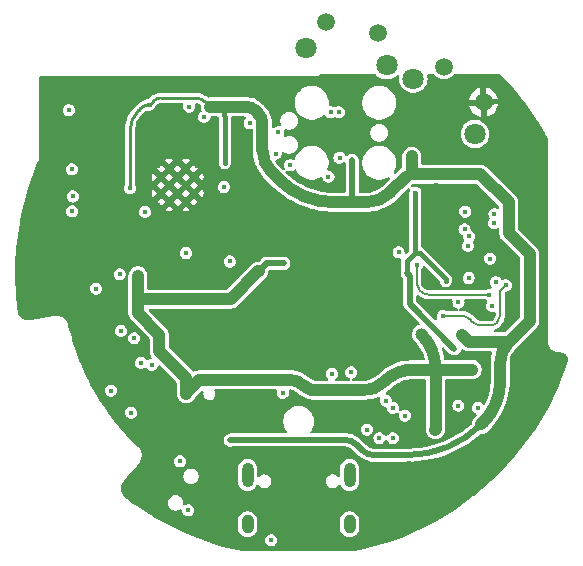
<source format=gbr>
%TF.GenerationSoftware,KiCad,Pcbnew,8.0.5*%
%TF.CreationDate,2025-01-09T20:35:52+01:00*%
%TF.ProjectId,test,74657374-2e6b-4696-9361-645f70636258,rev?*%
%TF.SameCoordinates,PX517370cPY341b1c8*%
%TF.FileFunction,Copper,L2,Inr*%
%TF.FilePolarity,Positive*%
%FSLAX46Y46*%
G04 Gerber Fmt 4.6, Leading zero omitted, Abs format (unit mm)*
G04 Created by KiCad (PCBNEW 8.0.5) date 2025-01-09 20:35:52*
%MOMM*%
%LPD*%
G01*
G04 APERTURE LIST*
%TA.AperFunction,ComponentPad*%
%ADD10C,1.803400*%
%TD*%
%TA.AperFunction,ComponentPad*%
%ADD11C,1.498600*%
%TD*%
%TA.AperFunction,ComponentPad*%
%ADD12O,1.000000X2.100000*%
%TD*%
%TA.AperFunction,ComponentPad*%
%ADD13O,1.000000X1.600000*%
%TD*%
%TA.AperFunction,HeatsinkPad*%
%ADD14C,0.600000*%
%TD*%
%TA.AperFunction,ViaPad*%
%ADD15C,0.420000*%
%TD*%
%TA.AperFunction,Conductor*%
%ADD16C,0.250000*%
%TD*%
%TA.AperFunction,Conductor*%
%ADD17C,1.000000*%
%TD*%
%TA.AperFunction,Conductor*%
%ADD18C,0.500000*%
%TD*%
%TA.AperFunction,Conductor*%
%ADD19C,0.400000*%
%TD*%
%TA.AperFunction,Conductor*%
%ADD20C,0.160000*%
%TD*%
%TA.AperFunction,Conductor*%
%ADD21C,0.200000*%
%TD*%
G04 APERTURE END LIST*
D10*
%TO.N,*%
%TO.C,SW2*%
X14927083Y11787951D03*
X9717637Y16478557D03*
D11*
%TO.N,GND*%
X15660772Y14478363D03*
%TO.N,SW_L2*%
X12316619Y17489452D03*
%TD*%
D12*
%TO.N,*%
%TO.C,P1*%
X-4320000Y-17080000D03*
D13*
X-4320000Y-21260000D03*
D12*
X4320000Y-17080000D03*
D13*
%TO.N,Net-(P1-SHIELD)*%
X4320000Y-21260000D03*
%TD*%
D10*
%TO.N,*%
%TO.C,SW1*%
X7456432Y17622643D03*
X599616Y19080103D03*
D11*
%TO.N,GND*%
X6746619Y20319452D03*
%TO.N,SW_L3*%
X2344953Y21255056D03*
%TD*%
D14*
%TO.N,GND*%
%TO.C,U2*%
X-8845000Y6760000D03*
X-8845000Y8160000D03*
X-9545000Y6060000D03*
X-9545000Y7460000D03*
X-9545000Y8860000D03*
X-10245000Y6760000D03*
X-10245000Y8160000D03*
X-10945000Y6060000D03*
X-10945000Y7460000D03*
X-10945000Y8860000D03*
X-11645000Y6760000D03*
X-11645000Y8160000D03*
%TD*%
D15*
%TO.N,GND*%
X-22920000Y60000D03*
X3400000Y4450000D03*
X11370000Y9810000D03*
X-4910000Y1460000D03*
X-1670000Y15400000D03*
X-3940000Y-13322700D03*
X-13780000Y15130000D03*
X-15740000Y14170000D03*
X14750000Y-17710000D03*
X19990000Y9870000D03*
X10710000Y-2760000D03*
X-2030000Y-19260000D03*
X-4150000Y-15260000D03*
X18600000Y-13200000D03*
X200000Y-3490000D03*
X-7550000Y10680000D03*
X-4390000Y11510000D03*
X-7420000Y15830000D03*
X5160000Y-5280000D03*
X-12890000Y-12090000D03*
X-16270000Y-5490000D03*
X1580000Y-19310000D03*
X5600000Y-22700000D03*
X6610000Y3530000D03*
X12300000Y-16140000D03*
X5690000Y-18060000D03*
X19790000Y6650000D03*
X6010000Y-8270000D03*
X-6640000Y-18180000D03*
X16170000Y2750000D03*
X-8570000Y-10900000D03*
X18321724Y-8700000D03*
X-10120000Y470000D03*
X18010000Y12340000D03*
X-4890000Y3500000D03*
X-9450000Y-14700000D03*
X5000000Y10400000D03*
X5050000Y-6780000D03*
X-3240000Y-14910000D03*
X-4060000Y-6810000D03*
X3290000Y-3970000D03*
X21320000Y-7810000D03*
X8130000Y-21850000D03*
X17450000Y1450000D03*
X16380000Y-3740000D03*
X6420002Y4790000D03*
X2740000Y-7170000D03*
X4170000Y-15230000D03*
X-7400000Y-7020000D03*
X-15560000Y-10750000D03*
X18350000Y-2760000D03*
X19560000Y4560000D03*
X11481511Y1830000D03*
X20172490Y-5397500D03*
X11280000Y-19600000D03*
X-8140000Y-12690000D03*
X-4340000Y10020000D03*
X11420001Y5609999D03*
X-19100000Y15410000D03*
X10560000Y-480000D03*
X9380000Y-16080000D03*
X10799998Y6040000D03*
X6420000Y-6620000D03*
X1730000Y-21660000D03*
X-10250000Y-6610000D03*
X-11610000Y2540000D03*
X-22810000Y2600000D03*
X-22620000Y-2500000D03*
X-8170000Y-6570000D03*
X11340000Y-17500000D03*
X-21082000Y16002000D03*
X-13710000Y1230000D03*
X11660000Y7440000D03*
X17190000Y-13860000D03*
X-9980000Y11170000D03*
X9460000Y-4940000D03*
X-11670000Y470000D03*
X13400000Y-17500000D03*
X-22300000Y5380000D03*
X10840000Y-16120000D03*
X6930000Y-18580000D03*
X12390000Y12450000D03*
X-8290000Y-17960000D03*
%TO.N,EN*%
X-4145016Y12715016D03*
%TO.N,+3V3*%
X4460000Y-8380000D03*
X4540000Y9580000D03*
X-12653917Y14257476D03*
X2810000Y-8507657D03*
X9600000Y9930000D03*
X-5780000Y-14130000D03*
X13800000Y-5200000D03*
X-10040000Y-15920000D03*
X-4045538Y13910000D03*
X-6250000Y9330000D03*
X19570000Y-2799998D03*
X-14267500Y7200000D03*
X-7470000Y14090000D03*
%TO.N,VSYS*%
X-9510000Y-10180000D03*
X14710000Y-8150000D03*
X10200000Y-5200000D03*
X11600000Y-13170000D03*
X3470000Y9780000D03*
X-13600000Y-200000D03*
X-1240000Y830000D03*
%TO.N,CAM_PCLK*%
X14050000Y3720000D03*
%TO.N,+2V8*%
X16354141Y-2759998D03*
%TO.N,VBUS*%
X6840000Y-13960000D03*
X7980000Y-13960000D03*
%TO.N,SW_L3*%
X-19450000Y13820000D03*
%TO.N,SW_L1*%
X-15150000Y-70000D03*
%TO.N,Net-(D1-K)*%
X5780000Y-13230000D03*
X7390000Y-10780000D03*
%TO.N,+3V3CAM*%
X12460000Y-650000D03*
X15200000Y-11400000D03*
X13200000Y-6400000D03*
X9200000Y0D03*
X9890000Y6820000D03*
%TO.N,LEDCNTRL*%
X-9530000Y1720000D03*
%TO.N,RXD*%
X2710000Y13630000D03*
X-7980000Y13240000D03*
%TO.N,TXD*%
X3410000Y13640000D03*
X-9264693Y14114693D03*
%TO.N,GPIO0*%
X-713589Y9164400D03*
X-6340000Y7310000D03*
%TO.N,GPIO46*%
X-5810000Y1000000D03*
X2530000Y8170000D03*
%TO.N,CAM_PWDN*%
X16690000Y-740000D03*
%TO.N,CAM_RESET*%
X10000000Y700000D03*
X16130000Y-1800000D03*
X-19200000Y8800000D03*
%TO.N,PMIC_PWRON*%
X13530000Y-11210000D03*
X-2310000Y-22590000D03*
%TO.N,I2SDAT_MIC*%
X-19170000Y5250000D03*
%TO.N,CAM_SDA*%
X8990000Y-12050000D03*
%TO.N,CAM_SCL*%
X7970000Y-11400000D03*
%TO.N,PMIC_IRQ*%
X-19110000Y6510000D03*
X-1330000Y-10120000D03*
%TO.N,BCLK_AMP*%
X-15900000Y-9930000D03*
X-13360000Y-7580000D03*
%TO.N,WS_AMP*%
X-14180000Y-11800000D03*
X-12440000Y-7760000D03*
%TO.N,CAM_Y3*%
X-1940000Y10110000D03*
%TO.N,CAM_MCLK*%
X8470000Y1770000D03*
%TO.N,BCLK_MIC*%
X-15030000Y-4880000D03*
%TO.N,CAM_Y5*%
X14120000Y5230000D03*
%TO.N,CAM_Y6*%
X16550000Y4260000D03*
%TO.N,WS_MIC*%
X-13920000Y-5490000D03*
%TO.N,CAM_Y4*%
X-1720000Y11930000D03*
%TO.N,CAM_Y8*%
X14319117Y2319117D03*
%TO.N,CAM_VSYNC*%
X12200000Y-3600000D03*
X17550000Y-1020000D03*
X-13000000Y5200000D03*
%TO.N,CAM_Y9*%
X16230000Y1250000D03*
%TO.N,CAM_Y2*%
X16579376Y5010624D03*
%TO.N,CAM_HREF*%
X14400000Y-400000D03*
%TO.N,CAM_Y7*%
X14430000Y3130000D03*
%TO.N,+1V5*%
X13534976Y-2463401D03*
%TO.N,Net-(JP2-A)*%
X-9340000Y-20070000D03*
%TO.N,Net-(JP3-A)*%
X-17140000Y-1300000D03*
%TD*%
D16*
%TO.N,+3V3*%
X-14267500Y7200000D02*
X-14267500Y12039518D01*
D17*
X9600000Y8400000D02*
X15400000Y8400000D01*
X-1660401Y7950402D02*
X-2290000Y8580000D01*
D16*
X-12617397Y14272603D02*
X-12330000Y14560000D01*
D17*
X19560000Y1640000D02*
X19560000Y-2503432D01*
X19570000Y-4040000D02*
X19570000Y-2799998D01*
X17800000Y3400000D02*
X19560000Y1640000D01*
D16*
X-7863517Y14483518D02*
X-7470000Y14090000D01*
D17*
X9104939Y8194939D02*
X7780000Y6870000D01*
X17060000Y-7610660D02*
X17060000Y-9200000D01*
D18*
X3944976Y-14102700D02*
X3750000Y-14102700D01*
X3750000Y-14102700D02*
X-5752700Y-14102700D01*
D19*
X-6250000Y9330000D02*
X-6250000Y13269168D01*
D17*
X-3060000Y10438944D02*
X-3060000Y12680000D01*
X-3406482Y13516482D02*
X-3440000Y13550000D01*
D16*
X-11678163Y14830000D02*
X-8700000Y14830000D01*
D18*
X4540000Y9580000D02*
X4540000Y6044142D01*
X5376948Y-14986948D02*
X4880000Y-14490000D01*
D17*
X4550000Y6020000D02*
X3000000Y6020000D01*
X5727919Y6020000D02*
X4550000Y6020000D01*
X14400000Y-5800000D02*
X17810000Y-5800000D01*
X-3440000Y13550000D02*
X-3626446Y13736447D01*
X17810000Y-5800000D02*
X19570000Y-4040000D01*
D18*
X-5752700Y-14102700D02*
X-5780000Y-14130000D01*
D17*
X19573086Y-2569477D02*
X19570000Y-2572563D01*
X19570000Y-2572563D02*
X19570000Y-2799998D01*
X15645786Y-12614213D02*
X15460000Y-12800000D01*
X17800000Y6000000D02*
X17800000Y3400000D01*
X-3626446Y13736447D02*
X-3712073Y13818729D01*
D16*
X-13530000Y13820000D02*
X-13402666Y13947334D01*
D17*
X13800000Y-5200000D02*
X14400000Y-5800000D01*
X9600000Y8400000D02*
X9600000Y9930000D01*
X15400000Y8400000D02*
X17800000Y6000000D01*
X-6590000Y14090000D02*
X-7470000Y14090000D01*
X-6590000Y14090000D02*
X-4366979Y14090000D01*
D18*
X9207187Y-15390000D02*
X6350000Y-15390000D01*
D17*
X9600000Y8400000D02*
G75*
G03*
X9104944Y8194934I0J-700100D01*
G01*
D18*
X4540000Y6044142D02*
G75*
G03*
X4549988Y6019988I34100J-42D01*
G01*
X5445234Y-15015233D02*
G75*
G02*
X5376939Y-14986957I-34J96533D01*
G01*
D16*
X-12330000Y14560000D02*
G75*
G02*
X-11678163Y14829984I651800J-651800D01*
G01*
X-13402666Y13947334D02*
G75*
G02*
X-12653917Y14257492I748766J-748734D01*
G01*
D17*
X7780000Y6870000D02*
G75*
G02*
X5727919Y6019992I-2052100J2052100D01*
G01*
X17810000Y-5800000D02*
G75*
G03*
X17059984Y-7610660I1810700J-1810700D01*
G01*
X-3060000Y12680000D02*
G75*
G03*
X-3406475Y13516489I-1183000J0D01*
G01*
X-2290000Y8580000D02*
G75*
G02*
X-3059982Y10438944I1858900J1858900D01*
G01*
X17060000Y-9200000D02*
G75*
G02*
X15645781Y-12614208I-4828400J0D01*
G01*
X-4366979Y14090000D02*
G75*
G02*
X-3712079Y13818723I-21J-926200D01*
G01*
D19*
X-7576066Y14346066D02*
G75*
G02*
X-7469991Y14090000I-256034J-256066D01*
G01*
D18*
X6350000Y-15390000D02*
G75*
G02*
X5445240Y-15015227I0J1279500D01*
G01*
D17*
X3000000Y6020000D02*
G75*
G02*
X-1660401Y7950402I0J6590800D01*
G01*
D18*
X15460000Y-12800000D02*
G75*
G02*
X9207187Y-15389995I-6252800J6252800D01*
G01*
D16*
X-14267500Y12039518D02*
G75*
G02*
X-13529995Y13819995I2518000J-18D01*
G01*
X-12653917Y14257476D02*
G75*
G03*
X-12617393Y14272599I17J51624D01*
G01*
D18*
X4880000Y-14490000D02*
G75*
G03*
X3944976Y-14102710I-935000J-935000D01*
G01*
D19*
X-6250000Y13269168D02*
G75*
G03*
X-6589990Y14090010I-1160800J32D01*
G01*
D17*
X19560000Y-2503432D02*
G75*
G03*
X19573095Y-2569473I157600J-3068D01*
G01*
D16*
X-8700000Y14830000D02*
G75*
G02*
X-7863510Y14483525I0J-1183000D01*
G01*
D17*
%TO.N,VSYS*%
X533168Y-9582452D02*
X701218Y-9678090D01*
X11580000Y-8150000D02*
X14710000Y-8150000D01*
X-8400000Y-9000000D02*
X-1710000Y-9000000D01*
X-13600000Y-3400000D02*
X-11800000Y-5200000D01*
X-9510000Y-10110000D02*
X-8400000Y-9000000D01*
D18*
X-3390000Y160000D02*
X-2730000Y820000D01*
D17*
X11580000Y-8150000D02*
X11580000Y-8018772D01*
D18*
X-1240000Y830000D02*
X-2730000Y830000D01*
D17*
X9734924Y-8150000D02*
X11580000Y-8150000D01*
X11600000Y-13220000D02*
X11590000Y-13230000D01*
X991349Y-9815480D02*
X1093674Y-9856598D01*
D18*
X-2730000Y820000D02*
X-2730000Y830000D01*
D17*
X856831Y-9756209D02*
X991349Y-9815480D01*
X-3400000Y160000D02*
X-3390000Y160000D01*
X1093674Y-9856598D02*
X1171252Y-9885315D01*
X701218Y-9678090D02*
X856831Y-9756209D01*
X1171252Y-9885315D02*
X1229924Y-9905509D01*
X11600000Y-13170000D02*
X11600000Y-13220000D01*
X1229924Y-9905509D02*
X5496751Y-9905509D01*
X-9510000Y-10180000D02*
X-9510000Y-10110000D01*
X11600000Y-8198284D02*
X11600000Y-13170000D01*
X-13600000Y-200000D02*
X-13600000Y-2200000D01*
X-1710000Y-9000000D02*
X-872995Y-9000000D01*
X-13600000Y-2200000D02*
X-13600000Y-3400000D01*
X-13600000Y-2200000D02*
X-5760000Y-2200000D01*
X-5760000Y-2200000D02*
X-3400000Y160000D01*
X-11800000Y-5200000D02*
X-11800000Y-6600000D01*
X-11800000Y-6600000D02*
X-9510000Y-8890000D01*
X-9510000Y-8890000D02*
X-9510000Y-10180000D01*
X11580000Y-8150000D02*
G75*
G02*
X11600007Y-8198284I-48300J-48300D01*
G01*
X5496751Y-9905509D02*
G75*
G03*
X7200014Y-9200014I49J2408709D01*
G01*
X11580000Y-8018772D02*
G75*
G03*
X10399992Y-5170008I-4028800J-28D01*
G01*
X7200000Y-9200000D02*
G75*
G02*
X9734924Y-8150010I2534900J-2534900D01*
G01*
X-872995Y-9000000D02*
G75*
G02*
X533163Y-9582457I-5J-1988600D01*
G01*
D18*
%TO.N,+3V3CAM*%
X13200000Y-6400000D02*
X9400000Y-2600000D01*
D19*
X9890000Y1690000D02*
X9890000Y6820000D01*
D18*
X9400000Y-2600000D02*
X9400000Y-200000D01*
D19*
X9800000Y1600000D02*
X9200000Y1000000D01*
X9200000Y1000000D02*
X9200000Y0D01*
X12460000Y-460000D02*
X12460000Y-650000D01*
X9800000Y1600000D02*
X9890000Y1690000D01*
D18*
X9400000Y-200000D02*
X9200000Y0D01*
D19*
X9890000Y1690000D02*
X10310000Y1690000D01*
X10310000Y1690000D02*
X12460000Y-460000D01*
D20*
%TO.N,CAM_RESET*%
X11014214Y-1800000D02*
X16130000Y-1800000D01*
X10002042Y697958D02*
X10002042Y-884077D01*
X10292893Y-1492893D02*
X10307107Y-1507107D01*
X10000000Y700000D02*
X10002042Y697958D01*
X10002042Y-884077D02*
G75*
G03*
X10292895Y-1492891I1018258J112577D01*
G01*
X10307107Y-1507107D02*
G75*
G03*
X11014214Y-1799990I707093J707107D01*
G01*
D21*
%TO.N,CAM_VSYNC*%
X16357868Y-4400000D02*
X15830000Y-4400000D01*
X13785786Y-3600000D02*
X12200000Y-3600000D01*
X15830000Y-4400000D02*
X15414214Y-4400000D01*
X14707107Y-4107107D02*
X14492893Y-3892893D01*
X16800000Y-4170000D02*
X16720000Y-4250000D01*
X17077937Y-1492063D02*
X17077937Y-3587973D01*
X17550000Y-1020000D02*
X17077937Y-1492063D01*
X15414214Y-4400000D02*
G75*
G02*
X14707100Y-4107114I-14J1000000D01*
G01*
X14492893Y-3892893D02*
G75*
G03*
X13785786Y-3600010I-707093J-707107D01*
G01*
X16720000Y-4250000D02*
G75*
G02*
X16357868Y-4399987I-362100J362100D01*
G01*
X17077937Y-3587973D02*
G75*
G02*
X16800009Y-4170009I-972437J106973D01*
G01*
%TD*%
%TA.AperFunction,Conductor*%
%TO.N,GND*%
G36*
X15084099Y7579815D02*
G01*
X15104741Y7563181D01*
X16963181Y5704741D01*
X16996666Y5643418D01*
X16999500Y5617060D01*
X16999500Y5574549D01*
X16979815Y5507510D01*
X16927011Y5461755D01*
X16857853Y5451811D01*
X16808461Y5470233D01*
X16795079Y5478833D01*
X16793626Y5479767D01*
X16793624Y5479768D01*
X16793622Y5479769D01*
X16793623Y5479769D01*
X16652777Y5521124D01*
X16652775Y5521124D01*
X16505977Y5521124D01*
X16505974Y5521124D01*
X16365128Y5479769D01*
X16365127Y5479768D01*
X16241634Y5400404D01*
X16241630Y5400401D01*
X16145500Y5289462D01*
X16145497Y5289457D01*
X16084517Y5155932D01*
X16084516Y5155927D01*
X16063626Y5010624D01*
X16084516Y4865322D01*
X16084517Y4865317D01*
X16141977Y4739500D01*
X16145499Y4731788D01*
X16145501Y4731786D01*
X16150294Y4724328D01*
X16148689Y4723298D01*
X16173071Y4669906D01*
X16163124Y4600747D01*
X16144046Y4571061D01*
X16116124Y4538838D01*
X16116121Y4538833D01*
X16055141Y4405308D01*
X16055140Y4405303D01*
X16034250Y4260000D01*
X16055140Y4114698D01*
X16055141Y4114693D01*
X16108052Y3998836D01*
X16116123Y3981164D01*
X16212256Y3870222D01*
X16335750Y3790857D01*
X16335751Y3790857D01*
X16335752Y3790856D01*
X16476598Y3749501D01*
X16476600Y3749500D01*
X16476601Y3749500D01*
X16623400Y3749500D01*
X16623400Y3749501D01*
X16764250Y3790857D01*
X16808460Y3819269D01*
X16875500Y3838954D01*
X16942539Y3819269D01*
X16988294Y3766466D01*
X16999500Y3714954D01*
X16999500Y3321154D01*
X17030261Y3166511D01*
X17030264Y3166499D01*
X17090602Y3020828D01*
X17090609Y3020815D01*
X17178210Y2889712D01*
X17178213Y2889708D01*
X18723181Y1344741D01*
X18756666Y1283418D01*
X18759500Y1257060D01*
X18759500Y-2494058D01*
X18759477Y-2496428D01*
X18758324Y-2556687D01*
X18758325Y-2556699D01*
X18758546Y-2558467D01*
X18759500Y-2573815D01*
X18759500Y-2582273D01*
X18764018Y-2604985D01*
X18765449Y-2613840D01*
X18768548Y-2638700D01*
X18769500Y-2654039D01*
X18769500Y-3657060D01*
X18749815Y-3724099D01*
X18733181Y-3744741D01*
X17514741Y-4963181D01*
X17453418Y-4996666D01*
X17427060Y-4999500D01*
X16672842Y-4999500D01*
X16605803Y-4979815D01*
X16560048Y-4927011D01*
X16550104Y-4857853D01*
X16579129Y-4794297D01*
X16634528Y-4757568D01*
X16704928Y-4734696D01*
X16708185Y-4733638D01*
X16836185Y-4668423D01*
X16849468Y-4658773D01*
X16870087Y-4643792D01*
X16952406Y-4583985D01*
X16956991Y-4579399D01*
X16957007Y-4579387D01*
X17036353Y-4500039D01*
X17039079Y-4497668D01*
X17043761Y-4492948D01*
X17043764Y-4492947D01*
X17048049Y-4488627D01*
X17048198Y-4488544D01*
X17084329Y-4452077D01*
X17085616Y-4450777D01*
X17086022Y-4450370D01*
X17124571Y-4411822D01*
X17127028Y-4409007D01*
X17149646Y-4386194D01*
X17261501Y-4238153D01*
X17352514Y-4076461D01*
X17421045Y-3904033D01*
X17465860Y-3723980D01*
X17471643Y-3671566D01*
X17475118Y-3653082D01*
X17478437Y-3640700D01*
X17478437Y-3616740D01*
X17479180Y-3603184D01*
X17479530Y-3600000D01*
X17482332Y-3574528D01*
X17480353Y-3563400D01*
X17478437Y-3541686D01*
X17478437Y-1709318D01*
X17498122Y-1642279D01*
X17514750Y-1621642D01*
X17576239Y-1560153D01*
X17628978Y-1528861D01*
X17764250Y-1489143D01*
X17887744Y-1409778D01*
X17983877Y-1298836D01*
X18044859Y-1165304D01*
X18065750Y-1020000D01*
X18044859Y-874696D01*
X18044858Y-874695D01*
X18044858Y-874692D01*
X17983878Y-741167D01*
X17983877Y-741164D01*
X17887744Y-630222D01*
X17764250Y-550857D01*
X17764249Y-550856D01*
X17764248Y-550856D01*
X17764247Y-550855D01*
X17623401Y-509500D01*
X17623399Y-509500D01*
X17476601Y-509500D01*
X17476598Y-509500D01*
X17335752Y-550855D01*
X17335751Y-550855D01*
X17324001Y-558407D01*
X17256961Y-578089D01*
X17189922Y-558402D01*
X17144171Y-505601D01*
X17138648Y-493509D01*
X17123877Y-461164D01*
X17027744Y-350222D01*
X17008746Y-338013D01*
X16904248Y-270856D01*
X16904247Y-270855D01*
X16763401Y-229500D01*
X16763399Y-229500D01*
X16616601Y-229500D01*
X16616598Y-229500D01*
X16475752Y-270855D01*
X16475751Y-270856D01*
X16352258Y-350220D01*
X16352254Y-350223D01*
X16256124Y-461162D01*
X16256121Y-461167D01*
X16195141Y-594692D01*
X16195140Y-594697D01*
X16174250Y-740000D01*
X16195140Y-885302D01*
X16195141Y-885307D01*
X16256121Y-1018832D01*
X16256124Y-1018837D01*
X16313822Y-1085424D01*
X16342847Y-1148980D01*
X16332903Y-1218139D01*
X16287148Y-1270943D01*
X16220109Y-1290627D01*
X16204343Y-1289500D01*
X16203399Y-1289500D01*
X16056601Y-1289500D01*
X16056598Y-1289500D01*
X15915752Y-1330855D01*
X15915751Y-1330855D01*
X15839570Y-1379815D01*
X15813350Y-1396666D01*
X15808450Y-1399815D01*
X15741410Y-1419500D01*
X11078916Y-1419500D01*
X11078904Y-1419499D01*
X11020297Y-1419499D01*
X11008146Y-1418902D01*
X10905505Y-1408795D01*
X10881662Y-1404053D01*
X10857309Y-1396666D01*
X10788821Y-1375891D01*
X10766363Y-1366589D01*
X10711893Y-1337475D01*
X10680796Y-1320853D01*
X10660592Y-1307354D01*
X10580930Y-1241978D01*
X10571913Y-1233805D01*
X10566904Y-1228796D01*
X10559534Y-1220747D01*
X10557349Y-1218139D01*
X10500450Y-1150222D01*
X10488491Y-1133237D01*
X10444506Y-1058093D01*
X10435548Y-1039342D01*
X10404732Y-957913D01*
X10399031Y-937930D01*
X10397243Y-928832D01*
X10384868Y-865844D01*
X10382542Y-841938D01*
X10382542Y315672D01*
X10402227Y382711D01*
X10412825Y396870D01*
X10433877Y421164D01*
X10465085Y489500D01*
X10496736Y558805D01*
X10542490Y611609D01*
X10609530Y631294D01*
X10676569Y611609D01*
X10697211Y594975D01*
X11915412Y-623226D01*
X11948897Y-684549D01*
X11950469Y-693260D01*
X11965140Y-795302D01*
X11965141Y-795307D01*
X12026121Y-928832D01*
X12026124Y-928837D01*
X12106126Y-1021164D01*
X12122256Y-1039778D01*
X12245750Y-1119143D01*
X12245751Y-1119143D01*
X12245752Y-1119144D01*
X12324385Y-1142232D01*
X12366820Y-1154692D01*
X12386598Y-1160499D01*
X12386600Y-1160500D01*
X12386601Y-1160500D01*
X12533400Y-1160500D01*
X12533400Y-1160499D01*
X12674250Y-1119143D01*
X12797744Y-1039778D01*
X12893877Y-928836D01*
X12936002Y-836593D01*
X12954858Y-795307D01*
X12954859Y-795302D01*
X12962643Y-741167D01*
X12975750Y-650000D01*
X12961762Y-552707D01*
X12960500Y-535061D01*
X12960500Y-400000D01*
X13884250Y-400000D01*
X13905140Y-545302D01*
X13905141Y-545307D01*
X13966121Y-678832D01*
X13966123Y-678836D01*
X13978622Y-693260D01*
X14019122Y-740000D01*
X14062256Y-789778D01*
X14185750Y-869143D01*
X14185751Y-869143D01*
X14185752Y-869144D01*
X14240800Y-885307D01*
X14325654Y-910222D01*
X14326598Y-910499D01*
X14326600Y-910500D01*
X14326601Y-910500D01*
X14473400Y-910500D01*
X14473400Y-910499D01*
X14614250Y-869143D01*
X14737744Y-789778D01*
X14833877Y-678836D01*
X14888875Y-558407D01*
X14894858Y-545307D01*
X14894859Y-545302D01*
X14895056Y-543931D01*
X14915750Y-400000D01*
X14894859Y-254696D01*
X14894858Y-254695D01*
X14894858Y-254692D01*
X14848271Y-152683D01*
X14833877Y-121164D01*
X14737744Y-10222D01*
X14614250Y69143D01*
X14614249Y69144D01*
X14614248Y69144D01*
X14614247Y69145D01*
X14473401Y110500D01*
X14473399Y110500D01*
X14326601Y110500D01*
X14326598Y110500D01*
X14185752Y69145D01*
X14185751Y69144D01*
X14062258Y-10220D01*
X14062254Y-10223D01*
X13966124Y-121162D01*
X13966121Y-121167D01*
X13905141Y-254692D01*
X13905140Y-254697D01*
X13884250Y-400000D01*
X12960500Y-400000D01*
X12960500Y-394108D01*
X12959532Y-390496D01*
X12959531Y-390492D01*
X12955370Y-374966D01*
X12926392Y-266814D01*
X12860500Y-152686D01*
X11457814Y1250000D01*
X15714250Y1250000D01*
X15735140Y1104698D01*
X15735141Y1104693D01*
X15796121Y971168D01*
X15796123Y971164D01*
X15892256Y860222D01*
X16015750Y780857D01*
X16015751Y780857D01*
X16015752Y780856D01*
X16156598Y739501D01*
X16156600Y739500D01*
X16156601Y739500D01*
X16303400Y739500D01*
X16303400Y739501D01*
X16444250Y780857D01*
X16567744Y860222D01*
X16663877Y971164D01*
X16724859Y1104696D01*
X16745750Y1250000D01*
X16724859Y1395304D01*
X16724858Y1395305D01*
X16724858Y1395308D01*
X16663878Y1528833D01*
X16663877Y1528836D01*
X16567744Y1639778D01*
X16444250Y1719143D01*
X16444249Y1719144D01*
X16444248Y1719144D01*
X16444247Y1719145D01*
X16303401Y1760500D01*
X16303399Y1760500D01*
X16156601Y1760500D01*
X16156598Y1760500D01*
X16015752Y1719145D01*
X16015751Y1719144D01*
X15892258Y1639780D01*
X15892254Y1639777D01*
X15796124Y1528838D01*
X15796121Y1528833D01*
X15735141Y1395308D01*
X15735140Y1395303D01*
X15714250Y1250000D01*
X11457814Y1250000D01*
X10617314Y2090500D01*
X10551421Y2128544D01*
X10503185Y2156393D01*
X10482404Y2161961D01*
X10422744Y2198327D01*
X10392216Y2261175D01*
X10390500Y2281735D01*
X10390500Y3720000D01*
X13534250Y3720000D01*
X13555140Y3574698D01*
X13555141Y3574693D01*
X13598916Y3478842D01*
X13616123Y3441164D01*
X13712256Y3330222D01*
X13835750Y3250857D01*
X13835752Y3250857D01*
X13841764Y3248110D01*
X13894567Y3202354D01*
X13914250Y3135317D01*
X13914250Y3130000D01*
X13935140Y2984698D01*
X13935141Y2984693D01*
X13999807Y2843097D01*
X13996744Y2841699D01*
X14011837Y2790310D01*
X13992156Y2723270D01*
X13981550Y2709100D01*
X13885241Y2597955D01*
X13885238Y2597950D01*
X13824258Y2464425D01*
X13824257Y2464420D01*
X13803367Y2319117D01*
X13824257Y2173815D01*
X13824258Y2173810D01*
X13881332Y2048838D01*
X13885240Y2040281D01*
X13981373Y1929339D01*
X14104867Y1849974D01*
X14104868Y1849974D01*
X14104869Y1849973D01*
X14245715Y1808618D01*
X14245717Y1808617D01*
X14245718Y1808617D01*
X14392517Y1808617D01*
X14392517Y1808618D01*
X14533367Y1849974D01*
X14656861Y1929339D01*
X14752994Y2040281D01*
X14795119Y2132524D01*
X14813975Y2173810D01*
X14813976Y2173815D01*
X14822126Y2230500D01*
X14834867Y2319117D01*
X14813976Y2464421D01*
X14813975Y2464422D01*
X14813975Y2464425D01*
X14749310Y2606020D01*
X14752375Y2607420D01*
X14737279Y2658783D01*
X14756946Y2725828D01*
X14767567Y2740019D01*
X14767741Y2740221D01*
X14767744Y2740222D01*
X14863877Y2851164D01*
X14924859Y2984696D01*
X14945750Y3130000D01*
X14924859Y3275304D01*
X14924858Y3275305D01*
X14924858Y3275308D01*
X14863878Y3408833D01*
X14863877Y3408836D01*
X14767744Y3519778D01*
X14644250Y3599143D01*
X14644249Y3599144D01*
X14644248Y3599144D01*
X14638236Y3601890D01*
X14585433Y3647646D01*
X14565750Y3714683D01*
X14565750Y3720000D01*
X14561509Y3749500D01*
X14544859Y3865304D01*
X14544858Y3865305D01*
X14544858Y3865308D01*
X14491948Y3981163D01*
X14483877Y3998836D01*
X14387744Y4109778D01*
X14380091Y4114696D01*
X14264248Y4189144D01*
X14264247Y4189145D01*
X14123401Y4230500D01*
X14123399Y4230500D01*
X13976601Y4230500D01*
X13976598Y4230500D01*
X13835752Y4189145D01*
X13835751Y4189144D01*
X13712258Y4109780D01*
X13712254Y4109777D01*
X13616124Y3998838D01*
X13616121Y3998833D01*
X13555141Y3865308D01*
X13555140Y3865303D01*
X13534250Y3720000D01*
X10390500Y3720000D01*
X10390500Y5230000D01*
X13604250Y5230000D01*
X13625140Y5084698D01*
X13625141Y5084693D01*
X13686121Y4951168D01*
X13686123Y4951164D01*
X13712119Y4921163D01*
X13764926Y4860221D01*
X13782256Y4840222D01*
X13905750Y4760857D01*
X13905751Y4760857D01*
X13905752Y4760856D01*
X14046598Y4719501D01*
X14046600Y4719500D01*
X14046601Y4719500D01*
X14193400Y4719500D01*
X14193400Y4719501D01*
X14334250Y4760857D01*
X14457744Y4840222D01*
X14553877Y4951164D01*
X14601157Y5054693D01*
X14614858Y5084693D01*
X14614859Y5084698D01*
X14617734Y5104696D01*
X14635750Y5230000D01*
X14614859Y5375304D01*
X14614858Y5375305D01*
X14614858Y5375308D01*
X14567579Y5478833D01*
X14553877Y5508836D01*
X14483740Y5589777D01*
X14457745Y5619777D01*
X14457741Y5619780D01*
X14426620Y5639780D01*
X14334250Y5699143D01*
X14334249Y5699144D01*
X14334248Y5699144D01*
X14334247Y5699145D01*
X14193401Y5740500D01*
X14193399Y5740500D01*
X14046601Y5740500D01*
X14046598Y5740500D01*
X13905752Y5699145D01*
X13905751Y5699144D01*
X13782258Y5619780D01*
X13782254Y5619777D01*
X13686124Y5508838D01*
X13686121Y5508833D01*
X13625141Y5375308D01*
X13625140Y5375303D01*
X13604250Y5230000D01*
X10390500Y5230000D01*
X10390500Y6705063D01*
X10391762Y6722710D01*
X10392933Y6730857D01*
X10405750Y6820000D01*
X10384859Y6965304D01*
X10384858Y6965305D01*
X10384858Y6965308D01*
X10323878Y7098833D01*
X10323877Y7098836D01*
X10227744Y7209778D01*
X10104250Y7289143D01*
X10104249Y7289144D01*
X10104248Y7289144D01*
X10104247Y7289145D01*
X9963401Y7330500D01*
X9963399Y7330500D01*
X9816601Y7330500D01*
X9816598Y7330500D01*
X9675752Y7289145D01*
X9667685Y7285460D01*
X9666298Y7288497D01*
X9614777Y7273392D01*
X9547746Y7293105D01*
X9502014Y7345929D01*
X9492100Y7415091D01*
X9521152Y7478635D01*
X9527120Y7485044D01*
X9605260Y7563184D01*
X9666582Y7596666D01*
X9692939Y7599500D01*
X15017060Y7599500D01*
X15084099Y7579815D01*
G37*
%TD.AperFunction*%
%TA.AperFunction,Conductor*%
G36*
X15808449Y-2200185D02*
G01*
X15808450Y-2200185D01*
X15916266Y-2269475D01*
X15962021Y-2322279D01*
X15971964Y-2391438D01*
X15942940Y-2454991D01*
X15920268Y-2481156D01*
X15920262Y-2481165D01*
X15859282Y-2614690D01*
X15859281Y-2614695D01*
X15838391Y-2759998D01*
X15859281Y-2905300D01*
X15859282Y-2905305D01*
X15920262Y-3038830D01*
X15920265Y-3038835D01*
X16000002Y-3130856D01*
X16016397Y-3149776D01*
X16139891Y-3229141D01*
X16139892Y-3229141D01*
X16139893Y-3229142D01*
X16280739Y-3270497D01*
X16280741Y-3270498D01*
X16280742Y-3270498D01*
X16427540Y-3270498D01*
X16518504Y-3243789D01*
X16588371Y-3243789D01*
X16647150Y-3281563D01*
X16676175Y-3345119D01*
X16677437Y-3362766D01*
X16677437Y-3544392D01*
X16675122Y-3568243D01*
X16663201Y-3629063D01*
X16657501Y-3649070D01*
X16630598Y-3720217D01*
X16621634Y-3738989D01*
X16583222Y-3804627D01*
X16571245Y-3821638D01*
X16519307Y-3883621D01*
X16511944Y-3891661D01*
X16442552Y-3961053D01*
X16430356Y-3971749D01*
X16428087Y-3973490D01*
X16368765Y-3998055D01*
X16365829Y-3998441D01*
X16349662Y-3999499D01*
X16317644Y-3999497D01*
X16300310Y-3999497D01*
X16300308Y-3999497D01*
X16291284Y-3999497D01*
X16291244Y-3999500D01*
X15420299Y-3999500D01*
X15408146Y-3998903D01*
X15396166Y-3997723D01*
X15309402Y-3989178D01*
X15285563Y-3984436D01*
X15196477Y-3957414D01*
X15174019Y-3948112D01*
X15091912Y-3904227D01*
X15071701Y-3890723D01*
X14995077Y-3827840D01*
X14986061Y-3819668D01*
X14814398Y-3648005D01*
X14814381Y-3647974D01*
X14711192Y-3544787D01*
X14711186Y-3544781D01*
X14565541Y-3433025D01*
X14565530Y-3433018D01*
X14413281Y-3345119D01*
X14406540Y-3341227D01*
X14345270Y-3315849D01*
X14236920Y-3270970D01*
X14059590Y-3223458D01*
X14059587Y-3223457D01*
X13877576Y-3199499D01*
X13877574Y-3199499D01*
X13785780Y-3199500D01*
X13702496Y-3199500D01*
X13635457Y-3179815D01*
X13589702Y-3127011D01*
X13579758Y-3057853D01*
X13608783Y-2994297D01*
X13667561Y-2956523D01*
X13667562Y-2956523D01*
X13749223Y-2932545D01*
X13749223Y-2932544D01*
X13749226Y-2932544D01*
X13872720Y-2853179D01*
X13968853Y-2742237D01*
X14016137Y-2638700D01*
X14029834Y-2608708D01*
X14029835Y-2608703D01*
X14035958Y-2566116D01*
X14050726Y-2463401D01*
X14030417Y-2322146D01*
X14040361Y-2252988D01*
X14086116Y-2200184D01*
X14153155Y-2180500D01*
X15741410Y-2180500D01*
X15808449Y-2200185D01*
G37*
%TD.AperFunction*%
%TA.AperFunction,Conductor*%
G36*
X10149984Y-1876946D02*
G01*
X10245602Y-1950315D01*
X10365960Y-2019801D01*
X10402319Y-2040793D01*
X10402321Y-2040794D01*
X10402325Y-2040796D01*
X10569517Y-2110047D01*
X10744318Y-2156883D01*
X10744319Y-2156883D01*
X10744322Y-2156884D01*
X10823078Y-2167250D01*
X10923736Y-2180501D01*
X11014219Y-2180500D01*
X12916797Y-2180500D01*
X12983836Y-2200185D01*
X13029591Y-2252989D01*
X13039534Y-2322146D01*
X13027149Y-2408294D01*
X13019226Y-2463401D01*
X13040116Y-2608703D01*
X13040117Y-2608708D01*
X13101097Y-2742233D01*
X13101099Y-2742237D01*
X13197232Y-2853179D01*
X13320726Y-2932544D01*
X13320727Y-2932544D01*
X13320728Y-2932545D01*
X13402390Y-2956523D01*
X13461169Y-2994297D01*
X13490194Y-3057852D01*
X13480251Y-3127011D01*
X13434496Y-3179815D01*
X13367457Y-3199500D01*
X12557470Y-3199500D01*
X12490431Y-3179815D01*
X12490430Y-3179815D01*
X12414248Y-3130855D01*
X12273401Y-3089500D01*
X12273399Y-3089500D01*
X12126601Y-3089500D01*
X12126598Y-3089500D01*
X11985752Y-3130855D01*
X11985751Y-3130856D01*
X11862258Y-3210220D01*
X11862254Y-3210223D01*
X11766124Y-3321162D01*
X11766121Y-3321167D01*
X11705141Y-3454692D01*
X11705140Y-3454697D01*
X11684250Y-3600000D01*
X11705140Y-3745302D01*
X11705141Y-3745304D01*
X11740145Y-3821953D01*
X11750088Y-3891112D01*
X11721063Y-3954667D01*
X11662284Y-3992441D01*
X11592415Y-3992441D01*
X11539669Y-3961145D01*
X11488816Y-3910292D01*
X9986819Y-2408294D01*
X9953334Y-2346971D01*
X9950500Y-2320613D01*
X9950500Y-1975323D01*
X9970185Y-1908284D01*
X10022989Y-1862529D01*
X10092147Y-1852585D01*
X10149984Y-1876946D01*
G37*
%TD.AperFunction*%
%TA.AperFunction,Conductor*%
G36*
X17057772Y16876004D02*
G01*
X17078371Y16859434D01*
X17279124Y16659155D01*
X17297491Y16640832D01*
X17301033Y16637150D01*
X17969437Y15912883D01*
X17972801Y15909083D01*
X18586225Y15186733D01*
X18610719Y15157890D01*
X18613940Y15153935D01*
X19174739Y14435455D01*
X19220322Y14377055D01*
X19223387Y14372957D01*
X19797192Y13571723D01*
X19800085Y13567502D01*
X20109997Y13094693D01*
X20334989Y12751439D01*
X20340333Y12743287D01*
X20343050Y12738949D01*
X20849006Y11892843D01*
X20851235Y11888958D01*
X20906784Y11787951D01*
X21059334Y11510562D01*
X21073492Y11484819D01*
X21088839Y11425073D01*
X21089999Y-5689991D01*
X21092407Y-5788252D01*
X21092408Y-5788261D01*
X21130742Y-5980979D01*
X21130744Y-5980987D01*
X21205943Y-6162533D01*
X21205948Y-6162543D01*
X21315118Y-6325927D01*
X21315121Y-6325931D01*
X21454068Y-6464878D01*
X21454072Y-6464881D01*
X21617456Y-6574051D01*
X21617460Y-6574053D01*
X21617463Y-6574055D01*
X21799013Y-6649256D01*
X21991746Y-6687593D01*
X22090000Y-6690000D01*
X22090000Y-6689999D01*
X22116138Y-6690640D01*
X22126244Y-6686621D01*
X22130625Y-6686290D01*
X22161334Y-6684527D01*
X22188514Y-6685957D01*
X22326908Y-6708660D01*
X22356700Y-6717494D01*
X22483291Y-6773096D01*
X22509952Y-6789058D01*
X22566598Y-6833489D01*
X22618750Y-6874394D01*
X22640601Y-6896480D01*
X22724769Y-7006190D01*
X22740442Y-7033017D01*
X22794686Y-7160204D01*
X22803199Y-7190089D01*
X22824415Y-7328710D01*
X22825555Y-7355906D01*
X22821781Y-7411248D01*
X22815789Y-7441772D01*
X22667697Y-7889248D01*
X22666232Y-7893421D01*
X22327555Y-8806262D01*
X22325701Y-8810965D01*
X21950206Y-9708986D01*
X21948161Y-9713609D01*
X21536372Y-10595586D01*
X21534140Y-10600122D01*
X21086759Y-11464552D01*
X21084345Y-11468993D01*
X20602083Y-12314505D01*
X20599489Y-12318844D01*
X20083185Y-13143962D01*
X20080417Y-13148192D01*
X19530892Y-13951607D01*
X19527953Y-13955721D01*
X18946154Y-14736050D01*
X18943051Y-14740040D01*
X18329909Y-15496032D01*
X18326645Y-15499893D01*
X17683232Y-16230226D01*
X17679814Y-16233950D01*
X17007128Y-16937494D01*
X17003560Y-16941076D01*
X16302781Y-17616592D01*
X16299071Y-17620025D01*
X15571348Y-18266411D01*
X15567501Y-18269691D01*
X14813995Y-18885909D01*
X14810017Y-18889028D01*
X14032070Y-19473987D01*
X14027969Y-19476942D01*
X13226805Y-20029720D01*
X13222586Y-20032506D01*
X12399544Y-20552176D01*
X12395215Y-20554787D01*
X11551709Y-21040460D01*
X11547278Y-21042893D01*
X10684644Y-21493800D01*
X10680117Y-21496050D01*
X9799820Y-21911420D01*
X9795205Y-21913483D01*
X8898742Y-22292614D01*
X8894047Y-22294488D01*
X7982850Y-22636775D01*
X7978082Y-22638456D01*
X7053696Y-22943316D01*
X7048864Y-22944801D01*
X6112821Y-23211730D01*
X6107932Y-23213017D01*
X5161484Y-23441644D01*
X5157166Y-23442606D01*
X4692293Y-23537490D01*
X4667453Y-23539995D01*
X-4676856Y-23536840D01*
X-4701635Y-23534330D01*
X-5147713Y-23443195D01*
X-5151864Y-23442273D01*
X-6061334Y-23223734D01*
X-6066032Y-23222507D01*
X-6965918Y-22968621D01*
X-6970564Y-22967212D01*
X-7859860Y-22678276D01*
X-7864448Y-22676685D01*
X-8099505Y-22590000D01*
X-2825750Y-22590000D01*
X-2804860Y-22735302D01*
X-2804859Y-22735307D01*
X-2743879Y-22868832D01*
X-2743877Y-22868836D01*
X-2647744Y-22979778D01*
X-2524250Y-23059143D01*
X-2524249Y-23059143D01*
X-2524248Y-23059144D01*
X-2383402Y-23100499D01*
X-2383400Y-23100500D01*
X-2383399Y-23100500D01*
X-2236600Y-23100500D01*
X-2236600Y-23100499D01*
X-2095750Y-23059143D01*
X-1972256Y-22979778D01*
X-1876123Y-22868836D01*
X-1815141Y-22735304D01*
X-1794250Y-22590000D01*
X-1815141Y-22444696D01*
X-1815142Y-22444695D01*
X-1815142Y-22444692D01*
X-1876122Y-22311167D01*
X-1876123Y-22311164D01*
X-1972256Y-22200222D01*
X-2095750Y-22120857D01*
X-2095751Y-22120856D01*
X-2095752Y-22120856D01*
X-2095753Y-22120855D01*
X-2236599Y-22079500D01*
X-2236601Y-22079500D01*
X-2383399Y-22079500D01*
X-2383402Y-22079500D01*
X-2524248Y-22120855D01*
X-2524249Y-22120856D01*
X-2647742Y-22200220D01*
X-2647746Y-22200223D01*
X-2743876Y-22311162D01*
X-2743879Y-22311167D01*
X-2804859Y-22444692D01*
X-2804860Y-22444697D01*
X-2825750Y-22590000D01*
X-8099505Y-22590000D01*
X-8741722Y-22353162D01*
X-8746244Y-22351393D01*
X-9610186Y-21993770D01*
X-9614636Y-21991825D01*
X-10463903Y-21600656D01*
X-10468273Y-21598539D01*
X-11301603Y-21174403D01*
X-11305886Y-21172116D01*
X-11826116Y-20881153D01*
X-5120500Y-20881153D01*
X-5120500Y-21638846D01*
X-5089739Y-21793489D01*
X-5089736Y-21793501D01*
X-5029398Y-21939172D01*
X-5029391Y-21939185D01*
X-4941790Y-22070288D01*
X-4941787Y-22070292D01*
X-4830293Y-22181786D01*
X-4830289Y-22181789D01*
X-4699186Y-22269390D01*
X-4699173Y-22269397D01*
X-4553502Y-22329735D01*
X-4553497Y-22329737D01*
X-4435732Y-22353162D01*
X-4398847Y-22360499D01*
X-4398844Y-22360500D01*
X-4398842Y-22360500D01*
X-4241156Y-22360500D01*
X-4241155Y-22360499D01*
X-4086503Y-22329737D01*
X-3940821Y-22269394D01*
X-3809711Y-22181789D01*
X-3698211Y-22070289D01*
X-3610606Y-21939179D01*
X-3550263Y-21793497D01*
X-3519500Y-21638842D01*
X-3519500Y-20881158D01*
X-3519500Y-20881155D01*
X-3519501Y-20881153D01*
X3519500Y-20881153D01*
X3519500Y-21638846D01*
X3550261Y-21793489D01*
X3550264Y-21793501D01*
X3610602Y-21939172D01*
X3610609Y-21939185D01*
X3698210Y-22070288D01*
X3698213Y-22070292D01*
X3809707Y-22181786D01*
X3809711Y-22181789D01*
X3940814Y-22269390D01*
X3940827Y-22269397D01*
X4086498Y-22329735D01*
X4086503Y-22329737D01*
X4204268Y-22353162D01*
X4241153Y-22360499D01*
X4241156Y-22360500D01*
X4241158Y-22360500D01*
X4398844Y-22360500D01*
X4398845Y-22360499D01*
X4553497Y-22329737D01*
X4699179Y-22269394D01*
X4830289Y-22181789D01*
X4941789Y-22070289D01*
X5029394Y-21939179D01*
X5089737Y-21793497D01*
X5120500Y-21638842D01*
X5120500Y-20881158D01*
X5120500Y-20881155D01*
X5120499Y-20881153D01*
X5089738Y-20726510D01*
X5089737Y-20726503D01*
X5089735Y-20726498D01*
X5029397Y-20580827D01*
X5029390Y-20580814D01*
X4941789Y-20449711D01*
X4941786Y-20449707D01*
X4830292Y-20338213D01*
X4830288Y-20338210D01*
X4699185Y-20250609D01*
X4699172Y-20250602D01*
X4553501Y-20190264D01*
X4553489Y-20190261D01*
X4398845Y-20159500D01*
X4398842Y-20159500D01*
X4241158Y-20159500D01*
X4241155Y-20159500D01*
X4086510Y-20190261D01*
X4086498Y-20190264D01*
X3940827Y-20250602D01*
X3940814Y-20250609D01*
X3809711Y-20338210D01*
X3809707Y-20338213D01*
X3698213Y-20449707D01*
X3698210Y-20449711D01*
X3610609Y-20580814D01*
X3610602Y-20580827D01*
X3550264Y-20726498D01*
X3550261Y-20726510D01*
X3519500Y-20881153D01*
X-3519501Y-20881153D01*
X-3550262Y-20726510D01*
X-3550263Y-20726503D01*
X-3550265Y-20726498D01*
X-3610603Y-20580827D01*
X-3610610Y-20580814D01*
X-3698211Y-20449711D01*
X-3698214Y-20449707D01*
X-3809708Y-20338213D01*
X-3809712Y-20338210D01*
X-3940815Y-20250609D01*
X-3940828Y-20250602D01*
X-4086499Y-20190264D01*
X-4086511Y-20190261D01*
X-4241155Y-20159500D01*
X-4241158Y-20159500D01*
X-4398842Y-20159500D01*
X-4398845Y-20159500D01*
X-4553490Y-20190261D01*
X-4553502Y-20190264D01*
X-4699173Y-20250602D01*
X-4699186Y-20250609D01*
X-4830289Y-20338210D01*
X-4830293Y-20338213D01*
X-4941787Y-20449707D01*
X-4941790Y-20449711D01*
X-5029391Y-20580814D01*
X-5029398Y-20580827D01*
X-5089736Y-20726498D01*
X-5089739Y-20726510D01*
X-5120500Y-20881153D01*
X-11826116Y-20881153D01*
X-11850252Y-20867654D01*
X-12121962Y-20715686D01*
X-12126121Y-20713252D01*
X-12483401Y-20494635D01*
X-12923713Y-20225212D01*
X-12927804Y-20222597D01*
X-13705649Y-19703725D01*
X-13709635Y-19700952D01*
X-13986358Y-19500272D01*
X-11065501Y-19500272D01*
X-11040503Y-19625939D01*
X-11040501Y-19625945D01*
X-10991467Y-19744325D01*
X-10991462Y-19744334D01*
X-10920277Y-19850869D01*
X-10920274Y-19850873D01*
X-10829673Y-19941474D01*
X-10829669Y-19941477D01*
X-10723134Y-20012662D01*
X-10723128Y-20012665D01*
X-10723127Y-20012666D01*
X-10604744Y-20061702D01*
X-10604740Y-20061702D01*
X-10604739Y-20061703D01*
X-10479072Y-20086701D01*
X-10479069Y-20086701D01*
X-10350929Y-20086701D01*
X-10266385Y-20069883D01*
X-10225256Y-20061702D01*
X-10106873Y-20012666D01*
X-10048641Y-19973757D01*
X-9981964Y-19952879D01*
X-9914583Y-19971363D01*
X-9867893Y-20023342D01*
X-9859226Y-20061540D01*
X-9857012Y-20061222D01*
X-9834860Y-20215302D01*
X-9834859Y-20215307D01*
X-9773879Y-20348832D01*
X-9773877Y-20348836D01*
X-9677744Y-20459778D01*
X-9554250Y-20539143D01*
X-9554249Y-20539143D01*
X-9554248Y-20539144D01*
X-9413402Y-20580499D01*
X-9413400Y-20580500D01*
X-9413399Y-20580500D01*
X-9266600Y-20580500D01*
X-9266600Y-20580499D01*
X-9125750Y-20539143D01*
X-9002256Y-20459778D01*
X-8906123Y-20348836D01*
X-8849666Y-20225212D01*
X-8845142Y-20215307D01*
X-8845141Y-20215302D01*
X-8841541Y-20190263D01*
X-8824250Y-20070000D01*
X-8845141Y-19924696D01*
X-8845142Y-19924695D01*
X-8845142Y-19924692D01*
X-8906122Y-19791167D01*
X-8906123Y-19791164D01*
X-9002256Y-19680222D01*
X-9125750Y-19600857D01*
X-9125751Y-19600856D01*
X-9125752Y-19600856D01*
X-9125753Y-19600855D01*
X-9266599Y-19559500D01*
X-9266601Y-19559500D01*
X-9413399Y-19559500D01*
X-9413402Y-19559500D01*
X-9554248Y-19600855D01*
X-9554251Y-19600856D01*
X-9573728Y-19613374D01*
X-9640767Y-19633058D01*
X-9707806Y-19613373D01*
X-9753561Y-19560568D01*
X-9762588Y-19506362D01*
X-9764500Y-19506362D01*
X-9764500Y-19372129D01*
X-9789498Y-19246462D01*
X-9789499Y-19246461D01*
X-9789499Y-19246457D01*
X-9838535Y-19128074D01*
X-9838536Y-19128073D01*
X-9838539Y-19128067D01*
X-9909724Y-19021532D01*
X-9909727Y-19021528D01*
X-10000328Y-18930927D01*
X-10000332Y-18930924D01*
X-10106867Y-18859739D01*
X-10106876Y-18859734D01*
X-10225256Y-18810700D01*
X-10225262Y-18810698D01*
X-10350929Y-18785701D01*
X-10350931Y-18785701D01*
X-10479069Y-18785701D01*
X-10479071Y-18785701D01*
X-10604739Y-18810698D01*
X-10604745Y-18810700D01*
X-10723125Y-18859734D01*
X-10723134Y-18859739D01*
X-10829669Y-18930924D01*
X-10829673Y-18930927D01*
X-10920274Y-19021528D01*
X-10920277Y-19021532D01*
X-10991462Y-19128067D01*
X-10991467Y-19128076D01*
X-11040501Y-19246456D01*
X-11040503Y-19246462D01*
X-11065500Y-19372129D01*
X-11065500Y-19372132D01*
X-11065500Y-19500270D01*
X-11065500Y-19500272D01*
X-11065501Y-19500272D01*
X-13986358Y-19500272D01*
X-14466824Y-19151837D01*
X-14470223Y-19149282D01*
X-14521357Y-19109455D01*
X-14825523Y-18872544D01*
X-14849583Y-18847687D01*
X-14891001Y-18790778D01*
X-14901970Y-18772621D01*
X-14978933Y-18616425D01*
X-14987457Y-18593787D01*
X-15032226Y-18427063D01*
X-15036190Y-18403196D01*
X-15047720Y-18230961D01*
X-15046972Y-18206772D01*
X-15024829Y-18035585D01*
X-15019397Y-18012001D01*
X-14964422Y-17848371D01*
X-14954515Y-17826298D01*
X-14887327Y-17708844D01*
X-14868050Y-17675144D01*
X-14855990Y-17657712D01*
X-14800337Y-17590406D01*
X-14799575Y-17589497D01*
X-14510936Y-17248606D01*
X-9765501Y-17248606D01*
X-9740503Y-17374273D01*
X-9740501Y-17374279D01*
X-9691467Y-17492659D01*
X-9691462Y-17492668D01*
X-9620277Y-17599203D01*
X-9620274Y-17599207D01*
X-9529673Y-17689808D01*
X-9529669Y-17689811D01*
X-9423134Y-17760996D01*
X-9423128Y-17760999D01*
X-9423127Y-17761000D01*
X-9304744Y-17810036D01*
X-9304740Y-17810036D01*
X-9304739Y-17810037D01*
X-9179072Y-17835035D01*
X-9179069Y-17835035D01*
X-9050929Y-17835035D01*
X-8966385Y-17818217D01*
X-8925256Y-17810036D01*
X-8806873Y-17761000D01*
X-8700331Y-17689811D01*
X-8609724Y-17599204D01*
X-8538535Y-17492662D01*
X-8489499Y-17374279D01*
X-8481318Y-17333150D01*
X-8464500Y-17248606D01*
X-8464500Y-17120463D01*
X-8489498Y-16994796D01*
X-8489499Y-16994795D01*
X-8489499Y-16994791D01*
X-8538535Y-16876408D01*
X-8538536Y-16876407D01*
X-8538539Y-16876401D01*
X-8609724Y-16769866D01*
X-8609727Y-16769862D01*
X-8700328Y-16679261D01*
X-8700332Y-16679258D01*
X-8806867Y-16608073D01*
X-8806876Y-16608068D01*
X-8925256Y-16559034D01*
X-8925262Y-16559032D01*
X-9050929Y-16534035D01*
X-9050931Y-16534035D01*
X-9179069Y-16534035D01*
X-9179071Y-16534035D01*
X-9304739Y-16559032D01*
X-9304745Y-16559034D01*
X-9423125Y-16608068D01*
X-9423134Y-16608073D01*
X-9529669Y-16679258D01*
X-9529673Y-16679261D01*
X-9620274Y-16769862D01*
X-9620277Y-16769866D01*
X-9691462Y-16876401D01*
X-9691467Y-16876410D01*
X-9740501Y-16994790D01*
X-9740503Y-16994796D01*
X-9765500Y-17120463D01*
X-9765500Y-17120466D01*
X-9765500Y-17248604D01*
X-9765500Y-17248606D01*
X-9765501Y-17248606D01*
X-14510936Y-17248606D01*
X-13835716Y-16451153D01*
X-5120500Y-16451153D01*
X-5120500Y-17708846D01*
X-5089739Y-17863489D01*
X-5089736Y-17863501D01*
X-5029398Y-18009172D01*
X-5029391Y-18009185D01*
X-4941790Y-18140288D01*
X-4941787Y-18140292D01*
X-4830293Y-18251786D01*
X-4830289Y-18251789D01*
X-4699186Y-18339390D01*
X-4699173Y-18339397D01*
X-4553502Y-18399735D01*
X-4553497Y-18399737D01*
X-4416121Y-18427063D01*
X-4398847Y-18430499D01*
X-4398844Y-18430500D01*
X-4398842Y-18430500D01*
X-4241156Y-18430500D01*
X-4241155Y-18430499D01*
X-4086503Y-18399737D01*
X-3940821Y-18339394D01*
X-3809711Y-18251789D01*
X-3698211Y-18140289D01*
X-3610606Y-18009179D01*
X-3587131Y-17952504D01*
X-3543293Y-17898103D01*
X-3476999Y-17876037D01*
X-3409299Y-17893315D01*
X-3365185Y-17937956D01*
X-3350515Y-17963365D01*
X-3243365Y-18070515D01*
X-3129719Y-18136129D01*
X-3122514Y-18140289D01*
X-3112135Y-18146281D01*
X-2965766Y-18185500D01*
X-2965764Y-18185500D01*
X-2814236Y-18185500D01*
X-2814234Y-18185500D01*
X-2667865Y-18146281D01*
X-2536635Y-18070515D01*
X-2429485Y-17963365D01*
X-2353719Y-17832135D01*
X-2314500Y-17685766D01*
X-2314500Y-17534234D01*
X2314500Y-17534234D01*
X2314500Y-17685765D01*
X2353719Y-17832136D01*
X2371821Y-17863489D01*
X2429485Y-17963365D01*
X2536635Y-18070515D01*
X2650281Y-18136129D01*
X2657486Y-18140289D01*
X2667865Y-18146281D01*
X2814234Y-18185500D01*
X2814236Y-18185500D01*
X2965764Y-18185500D01*
X2965766Y-18185500D01*
X3112135Y-18146281D01*
X3243365Y-18070515D01*
X3350515Y-17963365D01*
X3365183Y-17937958D01*
X3415748Y-17889743D01*
X3484355Y-17876519D01*
X3549220Y-17902486D01*
X3587131Y-17952506D01*
X3610602Y-18009172D01*
X3610609Y-18009185D01*
X3698210Y-18140288D01*
X3698213Y-18140292D01*
X3809707Y-18251786D01*
X3809711Y-18251789D01*
X3940814Y-18339390D01*
X3940827Y-18339397D01*
X4086498Y-18399735D01*
X4086503Y-18399737D01*
X4223879Y-18427063D01*
X4241153Y-18430499D01*
X4241156Y-18430500D01*
X4241158Y-18430500D01*
X4398844Y-18430500D01*
X4398845Y-18430499D01*
X4553497Y-18399737D01*
X4699179Y-18339394D01*
X4830289Y-18251789D01*
X4941789Y-18140289D01*
X5029394Y-18009179D01*
X5089737Y-17863497D01*
X5120500Y-17708842D01*
X5120500Y-16451158D01*
X5120500Y-16451155D01*
X5120499Y-16451153D01*
X5116391Y-16430499D01*
X5089737Y-16296503D01*
X5063827Y-16233950D01*
X5029397Y-16150827D01*
X5029390Y-16150814D01*
X4941789Y-16019711D01*
X4941786Y-16019707D01*
X4830292Y-15908213D01*
X4830288Y-15908210D01*
X4699185Y-15820609D01*
X4699172Y-15820602D01*
X4553501Y-15760264D01*
X4553489Y-15760261D01*
X4398845Y-15729500D01*
X4398842Y-15729500D01*
X4241158Y-15729500D01*
X4241155Y-15729500D01*
X4086510Y-15760261D01*
X4086498Y-15760264D01*
X3940827Y-15820602D01*
X3940814Y-15820609D01*
X3809711Y-15908210D01*
X3809707Y-15908213D01*
X3698213Y-16019707D01*
X3698210Y-16019711D01*
X3610609Y-16150814D01*
X3610602Y-16150827D01*
X3550264Y-16296498D01*
X3550261Y-16296510D01*
X3519500Y-16451153D01*
X3519500Y-17126258D01*
X3499815Y-17193297D01*
X3447011Y-17239052D01*
X3377853Y-17248996D01*
X3314297Y-17219971D01*
X3307819Y-17213939D01*
X3243367Y-17149487D01*
X3243365Y-17149485D01*
X3177750Y-17111602D01*
X3112136Y-17073719D01*
X3038950Y-17054109D01*
X2965766Y-17034500D01*
X2814234Y-17034500D01*
X2667863Y-17073719D01*
X2536635Y-17149485D01*
X2536632Y-17149487D01*
X2429487Y-17256632D01*
X2429485Y-17256635D01*
X2353719Y-17387863D01*
X2314500Y-17534234D01*
X-2314500Y-17534234D01*
X-2353719Y-17387865D01*
X-2429485Y-17256635D01*
X-2536635Y-17149485D01*
X-2602250Y-17111602D01*
X-2667864Y-17073719D01*
X-2741050Y-17054109D01*
X-2814234Y-17034500D01*
X-2965766Y-17034500D01*
X-3112137Y-17073719D01*
X-3243365Y-17149485D01*
X-3243368Y-17149487D01*
X-3307819Y-17213939D01*
X-3369142Y-17247424D01*
X-3438834Y-17242440D01*
X-3494767Y-17200568D01*
X-3519184Y-17135104D01*
X-3519500Y-17126258D01*
X-3519500Y-16451155D01*
X-3519501Y-16451153D01*
X-3523609Y-16430499D01*
X-3550263Y-16296503D01*
X-3576173Y-16233950D01*
X-3610603Y-16150827D01*
X-3610610Y-16150814D01*
X-3698211Y-16019711D01*
X-3698214Y-16019707D01*
X-3809708Y-15908213D01*
X-3809712Y-15908210D01*
X-3940815Y-15820609D01*
X-3940828Y-15820602D01*
X-4086499Y-15760264D01*
X-4086511Y-15760261D01*
X-4241155Y-15729500D01*
X-4241158Y-15729500D01*
X-4398842Y-15729500D01*
X-4398845Y-15729500D01*
X-4553490Y-15760261D01*
X-4553502Y-15760264D01*
X-4699173Y-15820602D01*
X-4699186Y-15820609D01*
X-4830289Y-15908210D01*
X-4830293Y-15908213D01*
X-4941787Y-16019707D01*
X-4941790Y-16019711D01*
X-5029391Y-16150814D01*
X-5029398Y-16150827D01*
X-5089736Y-16296498D01*
X-5089739Y-16296510D01*
X-5120500Y-16451153D01*
X-13835716Y-16451153D01*
X-13716012Y-16309779D01*
X-13441655Y-15985756D01*
X-13441653Y-15985752D01*
X-13441642Y-15985740D01*
X-13398861Y-15920000D01*
X-10555750Y-15920000D01*
X-10534860Y-16065302D01*
X-10534859Y-16065307D01*
X-10473879Y-16198832D01*
X-10473876Y-16198837D01*
X-10389252Y-16296498D01*
X-10377744Y-16309778D01*
X-10254250Y-16389143D01*
X-10254249Y-16389143D01*
X-10254248Y-16389144D01*
X-10113402Y-16430499D01*
X-10113400Y-16430500D01*
X-10113399Y-16430500D01*
X-9966600Y-16430500D01*
X-9966600Y-16430499D01*
X-9825750Y-16389143D01*
X-9702256Y-16309778D01*
X-9606123Y-16198836D01*
X-9545141Y-16065304D01*
X-9524250Y-15920000D01*
X-9545141Y-15774696D01*
X-9545142Y-15774695D01*
X-9545142Y-15774692D01*
X-9606122Y-15641167D01*
X-9606123Y-15641164D01*
X-9702256Y-15530222D01*
X-9825750Y-15450857D01*
X-9825751Y-15450856D01*
X-9825752Y-15450856D01*
X-9825753Y-15450855D01*
X-9966599Y-15409500D01*
X-9966601Y-15409500D01*
X-10113399Y-15409500D01*
X-10113402Y-15409500D01*
X-10254248Y-15450855D01*
X-10254249Y-15450856D01*
X-10377742Y-15530220D01*
X-10377746Y-15530223D01*
X-10473876Y-15641162D01*
X-10473879Y-15641167D01*
X-10534859Y-15774692D01*
X-10534860Y-15774697D01*
X-10555750Y-15920000D01*
X-13398861Y-15920000D01*
X-13384413Y-15897798D01*
X-13303550Y-15704228D01*
X-13264006Y-15498206D01*
X-13267454Y-15288453D01*
X-13313747Y-15083843D01*
X-13365721Y-14970089D01*
X-13400926Y-14893035D01*
X-13400927Y-14893034D01*
X-13440781Y-14838903D01*
X-13525305Y-14724100D01*
X-13541476Y-14708885D01*
X-13563532Y-14688133D01*
X-13563626Y-14687973D01*
X-13937282Y-14337103D01*
X-13940878Y-14333586D01*
X-14585612Y-13676965D01*
X-14589538Y-13672777D01*
X-15202956Y-12987284D01*
X-15206684Y-12982919D01*
X-15584546Y-12519143D01*
X-15787735Y-12269755D01*
X-15791247Y-12265234D01*
X-15843026Y-12195307D01*
X-16135738Y-11800000D01*
X-14695750Y-11800000D01*
X-14674860Y-11945302D01*
X-14674859Y-11945307D01*
X-14627046Y-12050000D01*
X-14613877Y-12078836D01*
X-14517744Y-12189778D01*
X-14394250Y-12269143D01*
X-14394249Y-12269143D01*
X-14394248Y-12269144D01*
X-14253402Y-12310499D01*
X-14253400Y-12310500D01*
X-14253399Y-12310500D01*
X-14106600Y-12310500D01*
X-14106600Y-12310499D01*
X-13965750Y-12269143D01*
X-13842256Y-12189778D01*
X-13746123Y-12078836D01*
X-13703998Y-11986593D01*
X-13685142Y-11945307D01*
X-13685141Y-11945302D01*
X-13680661Y-11914142D01*
X-13664250Y-11800000D01*
X-13685141Y-11654696D01*
X-13685142Y-11654695D01*
X-13685142Y-11654692D01*
X-13737749Y-11539500D01*
X-13746123Y-11521164D01*
X-13842256Y-11410222D01*
X-13965750Y-11330857D01*
X-13965751Y-11330856D01*
X-13965752Y-11330856D01*
X-13965753Y-11330855D01*
X-14106599Y-11289500D01*
X-14106601Y-11289500D01*
X-14253399Y-11289500D01*
X-14253402Y-11289500D01*
X-14394248Y-11330855D01*
X-14394249Y-11330856D01*
X-14517742Y-11410220D01*
X-14517746Y-11410223D01*
X-14613876Y-11521162D01*
X-14613879Y-11521167D01*
X-14674859Y-11654692D01*
X-14674860Y-11654697D01*
X-14695750Y-11800000D01*
X-16135738Y-11800000D01*
X-16338663Y-11525950D01*
X-16341970Y-11521261D01*
X-16425462Y-11396854D01*
X-16854581Y-10757442D01*
X-16857669Y-10752602D01*
X-17000123Y-10517507D01*
X-17334400Y-9965844D01*
X-17337243Y-9960896D01*
X-17347449Y-9942147D01*
X-17354061Y-9930000D01*
X-16415750Y-9930000D01*
X-16394860Y-10075302D01*
X-16394859Y-10075307D01*
X-16333879Y-10208832D01*
X-16333876Y-10208837D01*
X-16255204Y-10299629D01*
X-16237744Y-10319778D01*
X-16114250Y-10399143D01*
X-16114249Y-10399143D01*
X-16114248Y-10399144D01*
X-15973402Y-10440499D01*
X-15973400Y-10440500D01*
X-15973399Y-10440500D01*
X-15826600Y-10440500D01*
X-15826600Y-10440499D01*
X-15685750Y-10399143D01*
X-15562256Y-10319778D01*
X-15466123Y-10208836D01*
X-15417847Y-10103127D01*
X-15405142Y-10075307D01*
X-15405141Y-10075302D01*
X-15401751Y-10051725D01*
X-15384250Y-9930000D01*
X-15405141Y-9784696D01*
X-15405142Y-9784695D01*
X-15405142Y-9784692D01*
X-15466122Y-9651167D01*
X-15466123Y-9651164D01*
X-15562256Y-9540222D01*
X-15685750Y-9460857D01*
X-15685751Y-9460856D01*
X-15685752Y-9460856D01*
X-15685753Y-9460855D01*
X-15826599Y-9419500D01*
X-15826601Y-9419500D01*
X-15973399Y-9419500D01*
X-15973402Y-9419500D01*
X-16114248Y-9460855D01*
X-16114249Y-9460856D01*
X-16237742Y-9540220D01*
X-16237746Y-9540223D01*
X-16333876Y-9651162D01*
X-16333879Y-9651167D01*
X-16394859Y-9784692D01*
X-16394860Y-9784697D01*
X-16415750Y-9930000D01*
X-17354061Y-9930000D01*
X-17631942Y-9419500D01*
X-17777025Y-9152966D01*
X-17779652Y-9147863D01*
X-18016494Y-8660288D01*
X-18181593Y-8320405D01*
X-18183976Y-8315195D01*
X-18184734Y-8313432D01*
X-18547171Y-7470065D01*
X-18549315Y-7464741D01*
X-18608459Y-7307418D01*
X-18873026Y-6603664D01*
X-18874917Y-6598255D01*
X-19158430Y-5723117D01*
X-19160053Y-5717679D01*
X-19222329Y-5490000D01*
X-14435750Y-5490000D01*
X-14414860Y-5635302D01*
X-14414859Y-5635307D01*
X-14353879Y-5768832D01*
X-14353877Y-5768836D01*
X-14257744Y-5879778D01*
X-14134250Y-5959143D01*
X-14134249Y-5959143D01*
X-14134248Y-5959144D01*
X-13993402Y-6000499D01*
X-13993400Y-6000500D01*
X-13993399Y-6000500D01*
X-13846600Y-6000500D01*
X-13846600Y-6000499D01*
X-13705750Y-5959143D01*
X-13582256Y-5879778D01*
X-13486123Y-5768836D01*
X-13425141Y-5635304D01*
X-13404250Y-5490000D01*
X-13425141Y-5344696D01*
X-13425142Y-5344695D01*
X-13425142Y-5344692D01*
X-13478279Y-5228341D01*
X-13486123Y-5211164D01*
X-13564119Y-5121153D01*
X-13582255Y-5100223D01*
X-13582259Y-5100220D01*
X-13698826Y-5025307D01*
X-13705750Y-5020857D01*
X-13705751Y-5020856D01*
X-13705752Y-5020856D01*
X-13705753Y-5020855D01*
X-13846599Y-4979500D01*
X-13846601Y-4979500D01*
X-13993399Y-4979500D01*
X-13993402Y-4979500D01*
X-14134248Y-5020855D01*
X-14134249Y-5020856D01*
X-14257742Y-5100220D01*
X-14257750Y-5100227D01*
X-14351822Y-5208791D01*
X-14382244Y-5228341D01*
X-14391672Y-5293921D01*
X-14414858Y-5344692D01*
X-14414860Y-5344697D01*
X-14435750Y-5490000D01*
X-19222329Y-5490000D01*
X-19389181Y-4880000D01*
X-15545750Y-4880000D01*
X-15524860Y-5025302D01*
X-15524859Y-5025307D01*
X-15463879Y-5158832D01*
X-15463876Y-5158837D01*
X-15367749Y-5269773D01*
X-15367744Y-5269778D01*
X-15244250Y-5349143D01*
X-15244249Y-5349143D01*
X-15244248Y-5349144D01*
X-15103402Y-5390499D01*
X-15103400Y-5390500D01*
X-15103399Y-5390500D01*
X-14956600Y-5390500D01*
X-14956600Y-5390499D01*
X-14815750Y-5349143D01*
X-14692256Y-5269778D01*
X-14598179Y-5161207D01*
X-14567758Y-5141657D01*
X-14558328Y-5076076D01*
X-14535141Y-5025304D01*
X-14514250Y-4880000D01*
X-14535141Y-4734696D01*
X-14535142Y-4734695D01*
X-14535142Y-4734692D01*
X-14596122Y-4601167D01*
X-14596123Y-4601164D01*
X-14660212Y-4527202D01*
X-14692255Y-4490223D01*
X-14692259Y-4490220D01*
X-14753627Y-4450781D01*
X-14815750Y-4410857D01*
X-14815751Y-4410856D01*
X-14815752Y-4410856D01*
X-14815753Y-4410855D01*
X-14956599Y-4369500D01*
X-14956601Y-4369500D01*
X-15103399Y-4369500D01*
X-15103402Y-4369500D01*
X-15244248Y-4410855D01*
X-15244249Y-4410856D01*
X-15367742Y-4490220D01*
X-15367746Y-4490223D01*
X-15463876Y-4601162D01*
X-15463879Y-4601167D01*
X-15524859Y-4734692D01*
X-15524860Y-4734697D01*
X-15545750Y-4880000D01*
X-19389181Y-4880000D01*
X-19402858Y-4829999D01*
X-19404076Y-4825166D01*
X-19507418Y-4376581D01*
X-19507419Y-4376581D01*
X-19514316Y-4346642D01*
X-19515459Y-4345016D01*
X-19517916Y-4336873D01*
X-19531995Y-4283610D01*
X-19611733Y-4108645D01*
X-19723404Y-3952119D01*
X-19729548Y-3946291D01*
X-19862900Y-3819790D01*
X-19862909Y-3819782D01*
X-20025095Y-3716520D01*
X-20025096Y-3716519D01*
X-20157515Y-3664411D01*
X-20204019Y-3646112D01*
X-20204021Y-3646111D01*
X-20204025Y-3646110D01*
X-20393090Y-3611155D01*
X-20393093Y-3611155D01*
X-20457183Y-3611747D01*
X-20585369Y-3612933D01*
X-20679757Y-3629957D01*
X-20680182Y-3630033D01*
X-22658316Y-3979701D01*
X-22661707Y-3980252D01*
X-22689916Y-3984436D01*
X-22747989Y-3993049D01*
X-22769759Y-3994339D01*
X-22945987Y-3989250D01*
X-22970617Y-3986051D01*
X-23140809Y-3946291D01*
X-23164307Y-3938247D01*
X-23323159Y-3865369D01*
X-23344582Y-3852804D01*
X-23485723Y-3749731D01*
X-23504210Y-3733151D01*
X-23621990Y-3604007D01*
X-23636795Y-3584083D01*
X-23727259Y-3432746D01*
X-23736756Y-3413120D01*
X-23763257Y-3343276D01*
X-23770211Y-3315849D01*
X-23835883Y-2828416D01*
X-23836405Y-2823909D01*
X-23934230Y-1816869D01*
X-23934620Y-1811721D01*
X-23962526Y-1300000D01*
X-17655750Y-1300000D01*
X-17634860Y-1445302D01*
X-17634859Y-1445307D01*
X-17582408Y-1560156D01*
X-17573877Y-1578836D01*
X-17477744Y-1689778D01*
X-17354250Y-1769143D01*
X-17354249Y-1769143D01*
X-17354248Y-1769144D01*
X-17213402Y-1810499D01*
X-17213400Y-1810500D01*
X-17213399Y-1810500D01*
X-17066600Y-1810500D01*
X-17066600Y-1810499D01*
X-16925750Y-1769143D01*
X-16802256Y-1689778D01*
X-16706123Y-1578836D01*
X-16645141Y-1445304D01*
X-16624250Y-1300000D01*
X-16645141Y-1154696D01*
X-16645142Y-1154695D01*
X-16645142Y-1154692D01*
X-16697623Y-1039776D01*
X-16706123Y-1021164D01*
X-16802256Y-910222D01*
X-16925750Y-830857D01*
X-16925751Y-830856D01*
X-16925752Y-830856D01*
X-16925753Y-830855D01*
X-17066599Y-789500D01*
X-17066601Y-789500D01*
X-17213399Y-789500D01*
X-17213402Y-789500D01*
X-17354248Y-830855D01*
X-17354249Y-830856D01*
X-17477742Y-910220D01*
X-17477746Y-910223D01*
X-17573876Y-1021162D01*
X-17573879Y-1021167D01*
X-17634859Y-1154692D01*
X-17634860Y-1154697D01*
X-17655750Y-1300000D01*
X-23962526Y-1300000D01*
X-23989696Y-801781D01*
X-23989870Y-796540D01*
X-23991122Y-693260D01*
X-23998677Y-70000D01*
X-15665750Y-70000D01*
X-15644860Y-215302D01*
X-15644859Y-215307D01*
X-15583879Y-348832D01*
X-15583876Y-348837D01*
X-15515259Y-428025D01*
X-15487744Y-459778D01*
X-15364250Y-539143D01*
X-15364249Y-539143D01*
X-15364248Y-539144D01*
X-15223402Y-580499D01*
X-15223400Y-580500D01*
X-15223399Y-580500D01*
X-15076600Y-580500D01*
X-15076600Y-580499D01*
X-14956726Y-545302D01*
X-14935753Y-539144D01*
X-14935753Y-539143D01*
X-14935750Y-539143D01*
X-14812256Y-459778D01*
X-14716123Y-348836D01*
X-14656913Y-219185D01*
X-14655142Y-215307D01*
X-14655141Y-215302D01*
X-14647238Y-160336D01*
X-14619895Y-100461D01*
X-14634977Y-64948D01*
X-14655141Y75304D01*
X-14655142Y75305D01*
X-14655142Y75308D01*
X-14703856Y181975D01*
X-14716123Y208836D01*
X-14812256Y319778D01*
X-14935750Y399143D01*
X-14935751Y399144D01*
X-14935752Y399144D01*
X-14935753Y399145D01*
X-15076599Y440500D01*
X-15076601Y440500D01*
X-15223399Y440500D01*
X-15223402Y440500D01*
X-15364248Y399145D01*
X-15364249Y399144D01*
X-15487742Y319780D01*
X-15487746Y319777D01*
X-15583876Y208838D01*
X-15583879Y208833D01*
X-15644859Y75308D01*
X-15644860Y75303D01*
X-15665750Y-70000D01*
X-23998677Y-70000D01*
X-24002130Y214823D01*
X-24002083Y220007D01*
X-23978492Y1000000D01*
X-6325750Y1000000D01*
X-6304860Y854698D01*
X-6304859Y854693D01*
X-6252251Y739500D01*
X-6243877Y721164D01*
X-6147744Y610222D01*
X-6024250Y530857D01*
X-6024249Y530857D01*
X-6024248Y530856D01*
X-5883402Y489501D01*
X-5883400Y489500D01*
X-5883399Y489500D01*
X-5736600Y489500D01*
X-5736600Y489501D01*
X-5595750Y530857D01*
X-5472256Y610222D01*
X-5376123Y721164D01*
X-5315141Y854696D01*
X-5294250Y1000000D01*
X-5315141Y1145304D01*
X-5315142Y1145305D01*
X-5315142Y1145308D01*
X-5363345Y1250856D01*
X-5376123Y1278836D01*
X-5463975Y1380221D01*
X-5472255Y1389777D01*
X-5472259Y1389780D01*
X-5497146Y1405774D01*
X-5595750Y1469143D01*
X-5595751Y1469144D01*
X-5595752Y1469144D01*
X-5595753Y1469145D01*
X-5736599Y1510500D01*
X-5736601Y1510500D01*
X-5883399Y1510500D01*
X-5883402Y1510500D01*
X-6024248Y1469145D01*
X-6024249Y1469144D01*
X-6147742Y1389780D01*
X-6147746Y1389777D01*
X-6243876Y1278838D01*
X-6243879Y1278833D01*
X-6304859Y1145308D01*
X-6304860Y1145303D01*
X-6325750Y1000000D01*
X-23978492Y1000000D01*
X-23971505Y1230993D01*
X-23971238Y1236175D01*
X-23936053Y1720000D01*
X-10045750Y1720000D01*
X-10024860Y1574698D01*
X-10024859Y1574693D01*
X-9963879Y1441168D01*
X-9963876Y1441163D01*
X-9878803Y1342984D01*
X-9867744Y1330222D01*
X-9744250Y1250857D01*
X-9744249Y1250857D01*
X-9744248Y1250856D01*
X-9603402Y1209501D01*
X-9603400Y1209500D01*
X-9603399Y1209500D01*
X-9456600Y1209500D01*
X-9456600Y1209501D01*
X-9347300Y1241594D01*
X-9315753Y1250856D01*
X-9315753Y1250857D01*
X-9315750Y1250857D01*
X-9192256Y1330222D01*
X-9096123Y1441164D01*
X-9035141Y1574696D01*
X-9014250Y1720000D01*
X-9035141Y1865304D01*
X-9035142Y1865305D01*
X-9035142Y1865308D01*
X-9096122Y1998833D01*
X-9096123Y1998836D01*
X-9192256Y2109778D01*
X-9315750Y2189143D01*
X-9315751Y2189144D01*
X-9315752Y2189144D01*
X-9315753Y2189145D01*
X-9456599Y2230500D01*
X-9456601Y2230500D01*
X-9603399Y2230500D01*
X-9603402Y2230500D01*
X-9744248Y2189145D01*
X-9744249Y2189144D01*
X-9867742Y2109780D01*
X-9867746Y2109777D01*
X-9963876Y1998838D01*
X-9963879Y1998833D01*
X-10024859Y1865308D01*
X-10024860Y1865303D01*
X-10045750Y1720000D01*
X-23936053Y1720000D01*
X-23897880Y2244920D01*
X-23897389Y2250141D01*
X-23872648Y2464420D01*
X-23781378Y3254908D01*
X-23780672Y3260058D01*
X-23622219Y4259004D01*
X-23621288Y4264160D01*
X-23592726Y4405303D01*
X-23421790Y5250000D01*
X-19685750Y5250000D01*
X-19664860Y5104698D01*
X-19664859Y5104693D01*
X-19603879Y4971168D01*
X-19603876Y4971163D01*
X-19512162Y4865320D01*
X-19507744Y4860222D01*
X-19384250Y4780857D01*
X-19384249Y4780857D01*
X-19384248Y4780856D01*
X-19243402Y4739501D01*
X-19243400Y4739500D01*
X-19243399Y4739500D01*
X-19096600Y4739500D01*
X-19096600Y4739501D01*
X-18955750Y4780857D01*
X-18832256Y4860222D01*
X-18736123Y4971164D01*
X-18684276Y5084693D01*
X-18675142Y5104693D01*
X-18675141Y5104698D01*
X-18661439Y5200000D01*
X-13515750Y5200000D01*
X-13494860Y5054698D01*
X-13494859Y5054693D01*
X-13433879Y4921168D01*
X-13433876Y4921163D01*
X-13363740Y4840222D01*
X-13337744Y4810222D01*
X-13214250Y4730857D01*
X-13214249Y4730857D01*
X-13214248Y4730856D01*
X-13073402Y4689501D01*
X-13073400Y4689500D01*
X-13073399Y4689500D01*
X-12926600Y4689500D01*
X-12926600Y4689501D01*
X-12785750Y4730857D01*
X-12662256Y4810222D01*
X-12566123Y4921164D01*
X-12505141Y5054696D01*
X-12484250Y5200000D01*
X-12504859Y5343340D01*
X-11308108Y5343340D01*
X-11308108Y5343339D01*
X-11294308Y5334667D01*
X-11294309Y5334667D01*
X-11124139Y5275122D01*
X-10945003Y5254938D01*
X-10944997Y5254938D01*
X-10765862Y5275122D01*
X-10765859Y5275123D01*
X-10595695Y5334666D01*
X-10595694Y5334666D01*
X-10581894Y5343339D01*
X-10581894Y5343340D01*
X-9908108Y5343340D01*
X-9908108Y5343339D01*
X-9894308Y5334667D01*
X-9894309Y5334667D01*
X-9724139Y5275122D01*
X-9545003Y5254938D01*
X-9544997Y5254938D01*
X-9365862Y5275122D01*
X-9365859Y5275123D01*
X-9195695Y5334666D01*
X-9195694Y5334666D01*
X-9181894Y5343339D01*
X-9181894Y5343340D01*
X-9544999Y5706447D01*
X-9545000Y5706447D01*
X-9908108Y5343340D01*
X-10581894Y5343340D01*
X-10944999Y5706447D01*
X-10945000Y5706447D01*
X-11308108Y5343340D01*
X-12504859Y5343340D01*
X-12505141Y5345304D01*
X-12505142Y5345305D01*
X-12505142Y5345308D01*
X-12553781Y5451811D01*
X-12566123Y5478836D01*
X-12662256Y5589778D01*
X-12785750Y5669143D01*
X-12785751Y5669144D01*
X-12785752Y5669144D01*
X-12785753Y5669145D01*
X-12926599Y5710500D01*
X-12926601Y5710500D01*
X-13073399Y5710500D01*
X-13073402Y5710500D01*
X-13214248Y5669145D01*
X-13214249Y5669144D01*
X-13337742Y5589780D01*
X-13337746Y5589777D01*
X-13433876Y5478838D01*
X-13433879Y5478833D01*
X-13494859Y5345308D01*
X-13494860Y5345303D01*
X-13515750Y5200000D01*
X-18661439Y5200000D01*
X-18654250Y5250000D01*
X-18675141Y5395304D01*
X-18675142Y5395305D01*
X-18675142Y5395308D01*
X-18726988Y5508833D01*
X-18736123Y5528836D01*
X-18832256Y5639778D01*
X-18955750Y5719143D01*
X-18955751Y5719144D01*
X-18955752Y5719144D01*
X-18955753Y5719145D01*
X-19083054Y5756523D01*
X-19141833Y5794297D01*
X-19145554Y5802444D01*
X-19164840Y5780185D01*
X-19231880Y5760500D01*
X-19243402Y5760500D01*
X-19384248Y5719145D01*
X-19384249Y5719144D01*
X-19507742Y5639780D01*
X-19507746Y5639777D01*
X-19603876Y5528838D01*
X-19603879Y5528833D01*
X-19664859Y5395308D01*
X-19664860Y5395303D01*
X-19685750Y5250000D01*
X-23421790Y5250000D01*
X-23420685Y5255460D01*
X-23419546Y5260538D01*
X-23177135Y6242498D01*
X-23175782Y6247521D01*
X-23099058Y6510000D01*
X-19625750Y6510000D01*
X-19604860Y6364698D01*
X-19604859Y6364696D01*
X-19543879Y6231168D01*
X-19543876Y6231163D01*
X-19469021Y6144776D01*
X-19447744Y6120222D01*
X-19324250Y6040857D01*
X-19324249Y6040857D01*
X-19324248Y6040856D01*
X-19196946Y6003477D01*
X-19138167Y5965703D01*
X-19134447Y5957557D01*
X-19115160Y5979815D01*
X-19048120Y5999500D01*
X-19036600Y5999500D01*
X-19036600Y5999501D01*
X-18916835Y6034666D01*
X-18895753Y6040856D01*
X-18895753Y6040857D01*
X-18895750Y6040857D01*
X-18891886Y6043340D01*
X-12008108Y6043340D01*
X-12008108Y6043339D01*
X-11994308Y6034667D01*
X-11994309Y6034667D01*
X-11824138Y5975122D01*
X-11823356Y5974943D01*
X-11822903Y5974690D01*
X-11817569Y5972823D01*
X-11817896Y5971889D01*
X-11762377Y5940834D01*
X-11733048Y5887126D01*
X-11732178Y5887430D01*
X-11730330Y5882148D01*
X-11730060Y5881654D01*
X-11729879Y5880858D01*
X-11670337Y5710700D01*
X-11670337Y5710699D01*
X-11661662Y5696893D01*
X-11298554Y6060000D01*
X-11318445Y6079891D01*
X-11045000Y6079891D01*
X-11045000Y6040109D01*
X-11029776Y6003355D01*
X-11001645Y5975224D01*
X-10964891Y5960000D01*
X-10925109Y5960000D01*
X-10888355Y5975224D01*
X-10860224Y6003355D01*
X-10845000Y6040109D01*
X-10845000Y6060001D01*
X-10591447Y6060001D01*
X-10591447Y6060000D01*
X-10245000Y5713554D01*
X-10244999Y5713554D01*
X-9898554Y6060000D01*
X-9918445Y6079891D01*
X-9645000Y6079891D01*
X-9645000Y6040109D01*
X-9629776Y6003355D01*
X-9601645Y5975224D01*
X-9564891Y5960000D01*
X-9525109Y5960000D01*
X-9488355Y5975224D01*
X-9460224Y6003355D01*
X-9445000Y6040109D01*
X-9445000Y6060001D01*
X-9191447Y6060001D01*
X-9191447Y6060000D01*
X-8828340Y5696894D01*
X-8828339Y5696894D01*
X-8819666Y5710694D01*
X-8819666Y5710695D01*
X-8760124Y5880856D01*
X-8759944Y5881642D01*
X-8759689Y5882099D01*
X-8757823Y5887430D01*
X-8756890Y5887104D01*
X-8725836Y5942621D01*
X-8672125Y5971951D01*
X-8672430Y5972823D01*
X-8667130Y5974678D01*
X-8666642Y5974944D01*
X-8665856Y5975124D01*
X-8495695Y6034666D01*
X-8495694Y6034666D01*
X-8481894Y6043339D01*
X-8481894Y6043340D01*
X-8845000Y6406447D01*
X-8886748Y6364697D01*
X-8886750Y6364696D01*
X-9191447Y6060001D01*
X-9445000Y6060001D01*
X-9445000Y6079891D01*
X-9460224Y6116645D01*
X-9488355Y6144776D01*
X-9525109Y6160000D01*
X-9564891Y6160000D01*
X-9601645Y6144776D01*
X-9629776Y6116645D01*
X-9645000Y6079891D01*
X-9918445Y6079891D01*
X-10203251Y6364697D01*
X-10245000Y6406447D01*
X-10286749Y6364697D01*
X-10286750Y6364696D01*
X-10591447Y6060001D01*
X-10845000Y6060001D01*
X-10845000Y6079891D01*
X-10860224Y6116645D01*
X-10888355Y6144776D01*
X-10925109Y6160000D01*
X-10964891Y6160000D01*
X-11001645Y6144776D01*
X-11029776Y6116645D01*
X-11045000Y6079891D01*
X-11318445Y6079891D01*
X-11645001Y6406447D01*
X-11645002Y6406447D01*
X-12008108Y6043340D01*
X-18891886Y6043340D01*
X-18772256Y6120222D01*
X-18676123Y6231164D01*
X-18615141Y6364696D01*
X-18594250Y6510000D01*
X-18615141Y6655304D01*
X-18615142Y6655305D01*
X-18615142Y6655308D01*
X-18662955Y6760001D01*
X-18676123Y6788836D01*
X-18764838Y6891217D01*
X-18772255Y6899777D01*
X-18772259Y6899780D01*
X-18833503Y6939139D01*
X-18895750Y6979143D01*
X-18895751Y6979144D01*
X-18895752Y6979144D01*
X-18895753Y6979145D01*
X-19036599Y7020500D01*
X-19036601Y7020500D01*
X-19183399Y7020500D01*
X-19183402Y7020500D01*
X-19324248Y6979145D01*
X-19324249Y6979144D01*
X-19447742Y6899780D01*
X-19447746Y6899777D01*
X-19543876Y6788838D01*
X-19543879Y6788833D01*
X-19604859Y6655308D01*
X-19604860Y6655303D01*
X-19625750Y6510000D01*
X-23099058Y6510000D01*
X-22897367Y7200000D01*
X-14783250Y7200000D01*
X-14762360Y7054698D01*
X-14762359Y7054696D01*
X-14701379Y6921168D01*
X-14701376Y6921163D01*
X-14629618Y6838350D01*
X-14605244Y6810222D01*
X-14481750Y6730857D01*
X-14481749Y6730857D01*
X-14481748Y6730856D01*
X-14340902Y6689501D01*
X-14340900Y6689500D01*
X-14340899Y6689500D01*
X-14194100Y6689500D01*
X-14194100Y6689501D01*
X-14084800Y6721594D01*
X-14053253Y6730856D01*
X-14053253Y6730857D01*
X-14053250Y6730857D01*
X-14007898Y6760003D01*
X-12450062Y6760003D01*
X-12450062Y6759998D01*
X-12429879Y6580862D01*
X-12370335Y6410696D01*
X-12361662Y6396893D01*
X-11998554Y6760000D01*
X-11998554Y6760001D01*
X-12018444Y6779891D01*
X-11745000Y6779891D01*
X-11745000Y6740109D01*
X-11729776Y6703355D01*
X-11701645Y6675224D01*
X-11664891Y6660000D01*
X-11625109Y6660000D01*
X-11588355Y6675224D01*
X-11560224Y6703355D01*
X-11545000Y6740109D01*
X-11545000Y6760001D01*
X-11291447Y6760001D01*
X-11245378Y6713933D01*
X-11245377Y6713931D01*
X-10945000Y6413554D01*
X-10598554Y6760000D01*
X-10618445Y6779891D01*
X-10345000Y6779891D01*
X-10345000Y6740109D01*
X-10329776Y6703355D01*
X-10301645Y6675224D01*
X-10264891Y6660000D01*
X-10225109Y6660000D01*
X-10188355Y6675224D01*
X-10160224Y6703355D01*
X-10145000Y6740109D01*
X-10145000Y6760001D01*
X-9891447Y6760001D01*
X-9845378Y6713933D01*
X-9845377Y6713931D01*
X-9545000Y6413554D01*
X-9198554Y6760000D01*
X-9218445Y6779891D01*
X-8945000Y6779891D01*
X-8945000Y6740109D01*
X-8929776Y6703355D01*
X-8901645Y6675224D01*
X-8864891Y6660000D01*
X-8825109Y6660000D01*
X-8788355Y6675224D01*
X-8760224Y6703355D01*
X-8745000Y6740109D01*
X-8745000Y6760000D01*
X-8491448Y6760000D01*
X-8128340Y6396894D01*
X-8128339Y6396894D01*
X-8119666Y6410694D01*
X-8119666Y6410695D01*
X-8060123Y6580859D01*
X-8060122Y6580862D01*
X-8039938Y6759998D01*
X-8039938Y6760003D01*
X-8060122Y6939139D01*
X-8119667Y7109308D01*
X-8128339Y7123108D01*
X-8128340Y7123108D01*
X-8491448Y6760000D01*
X-8745000Y6760000D01*
X-8745000Y6779891D01*
X-8760224Y6816645D01*
X-8788355Y6844776D01*
X-8825109Y6860000D01*
X-8864891Y6860000D01*
X-8901645Y6844776D01*
X-8929776Y6816645D01*
X-8945000Y6779891D01*
X-9218445Y6779891D01*
X-9493251Y7054697D01*
X-9545000Y7106447D01*
X-9596749Y7054697D01*
X-9596750Y7054696D01*
X-9891447Y6760001D01*
X-10145000Y6760001D01*
X-10145000Y6779891D01*
X-10160224Y6816645D01*
X-10188355Y6844776D01*
X-10225109Y6860000D01*
X-10264891Y6860000D01*
X-10301645Y6844776D01*
X-10329776Y6816645D01*
X-10345000Y6779891D01*
X-10618445Y6779891D01*
X-10893251Y7054697D01*
X-10945000Y7106447D01*
X-10996749Y7054697D01*
X-10996750Y7054696D01*
X-11291447Y6760001D01*
X-11545000Y6760001D01*
X-11545000Y6779891D01*
X-11560224Y6816645D01*
X-11588355Y6844776D01*
X-11625109Y6860000D01*
X-11664891Y6860000D01*
X-11701645Y6844776D01*
X-11729776Y6816645D01*
X-11745000Y6779891D01*
X-12018444Y6779891D01*
X-12361662Y7123109D01*
X-12361663Y7123109D01*
X-12370333Y7109309D01*
X-12370338Y7109299D01*
X-12429878Y6939142D01*
X-12429879Y6939139D01*
X-12450062Y6760003D01*
X-14007898Y6760003D01*
X-13929756Y6810222D01*
X-13833623Y6921164D01*
X-13772641Y7054696D01*
X-13751750Y7200000D01*
X-13772641Y7345304D01*
X-13772642Y7345305D01*
X-13772642Y7345308D01*
X-13825021Y7460001D01*
X-11991447Y7460001D01*
X-11991447Y7459999D01*
X-11645002Y7113554D01*
X-11645001Y7113554D01*
X-11358617Y7399937D01*
X-11298554Y7460000D01*
X-11318445Y7479891D01*
X-11045000Y7479891D01*
X-11045000Y7440109D01*
X-11029776Y7403355D01*
X-11001645Y7375224D01*
X-10964891Y7360000D01*
X-10925109Y7360000D01*
X-10888355Y7375224D01*
X-10860224Y7403355D01*
X-10845000Y7440109D01*
X-10845000Y7460001D01*
X-10591447Y7460001D01*
X-10245000Y7113554D01*
X-9898554Y7460000D01*
X-9918445Y7479891D01*
X-9645000Y7479891D01*
X-9645000Y7440109D01*
X-9629776Y7403355D01*
X-9601645Y7375224D01*
X-9564891Y7360000D01*
X-9525109Y7360000D01*
X-9488355Y7375224D01*
X-9460224Y7403355D01*
X-9445000Y7440109D01*
X-9445000Y7460001D01*
X-9191447Y7460001D01*
X-8845000Y7113554D01*
X-8648554Y7310000D01*
X-6855750Y7310000D01*
X-6834860Y7164698D01*
X-6834859Y7164693D01*
X-6784624Y7054696D01*
X-6773877Y7031164D01*
X-6769363Y7025955D01*
X-6678560Y6921163D01*
X-6677744Y6920222D01*
X-6554250Y6840857D01*
X-6554249Y6840857D01*
X-6554248Y6840856D01*
X-6413402Y6799501D01*
X-6413400Y6799500D01*
X-6413399Y6799500D01*
X-6266600Y6799500D01*
X-6266600Y6799501D01*
X-6146120Y6834876D01*
X-6125753Y6840856D01*
X-6125753Y6840857D01*
X-6125750Y6840857D01*
X-6002256Y6920222D01*
X-5906123Y7031164D01*
X-5863998Y7123407D01*
X-5845142Y7164693D01*
X-5845141Y7164698D01*
X-5824250Y7310000D01*
X-5845141Y7455304D01*
X-5845142Y7455305D01*
X-5845142Y7455308D01*
X-5897255Y7569418D01*
X-5906123Y7588836D01*
X-6002256Y7699778D01*
X-6125750Y7779143D01*
X-6125751Y7779144D01*
X-6125752Y7779144D01*
X-6125753Y7779145D01*
X-6266599Y7820500D01*
X-6266601Y7820500D01*
X-6413399Y7820500D01*
X-6413402Y7820500D01*
X-6554248Y7779145D01*
X-6554249Y7779144D01*
X-6677742Y7699780D01*
X-6677746Y7699777D01*
X-6773876Y7588838D01*
X-6773879Y7588833D01*
X-6834859Y7455308D01*
X-6834860Y7455303D01*
X-6855750Y7310000D01*
X-8648554Y7310000D01*
X-8498554Y7460000D01*
X-8498554Y7460001D01*
X-8845000Y7806447D01*
X-8910760Y7740686D01*
X-8910761Y7740686D01*
X-9191447Y7460001D01*
X-9445000Y7460001D01*
X-9445000Y7479891D01*
X-9460224Y7516645D01*
X-9488355Y7544776D01*
X-9525109Y7560000D01*
X-9564891Y7560000D01*
X-9601645Y7544776D01*
X-9629776Y7516645D01*
X-9645000Y7479891D01*
X-9918445Y7479891D01*
X-10179240Y7740686D01*
X-10245000Y7806447D01*
X-10310760Y7740686D01*
X-10310761Y7740686D01*
X-10591447Y7460001D01*
X-10845000Y7460001D01*
X-10845000Y7479891D01*
X-10860224Y7516645D01*
X-10888355Y7544776D01*
X-10925109Y7560000D01*
X-10964891Y7560000D01*
X-11001645Y7544776D01*
X-11029776Y7516645D01*
X-11045000Y7479891D01*
X-11318445Y7479891D01*
X-11645001Y7806447D01*
X-11645002Y7806447D01*
X-11991447Y7460001D01*
X-13825021Y7460001D01*
X-13830794Y7472641D01*
X-13842000Y7524153D01*
X-13842000Y8160003D01*
X-12450062Y8160003D01*
X-12450062Y8159998D01*
X-12429879Y7980862D01*
X-12370335Y7810696D01*
X-12361662Y7796893D01*
X-11998554Y8160000D01*
X-11998554Y8160001D01*
X-12018444Y8179891D01*
X-11745000Y8179891D01*
X-11745000Y8140109D01*
X-11729776Y8103355D01*
X-11701645Y8075224D01*
X-11664891Y8060000D01*
X-11625109Y8060000D01*
X-11588355Y8075224D01*
X-11560224Y8103355D01*
X-11545000Y8140109D01*
X-11545000Y8160001D01*
X-11291447Y8160001D01*
X-10945000Y7813554D01*
X-10598554Y8160000D01*
X-10618445Y8179891D01*
X-10345000Y8179891D01*
X-10345000Y8140109D01*
X-10329776Y8103355D01*
X-10301645Y8075224D01*
X-10264891Y8060000D01*
X-10225109Y8060000D01*
X-10188355Y8075224D01*
X-10160224Y8103355D01*
X-10145000Y8140109D01*
X-10145000Y8160001D01*
X-9891447Y8160001D01*
X-9545000Y7813554D01*
X-9198554Y8160000D01*
X-9218445Y8179891D01*
X-8945000Y8179891D01*
X-8945000Y8140109D01*
X-8929776Y8103355D01*
X-8901645Y8075224D01*
X-8864891Y8060000D01*
X-8825109Y8060000D01*
X-8788355Y8075224D01*
X-8760224Y8103355D01*
X-8745000Y8140109D01*
X-8745000Y8160000D01*
X-8491447Y8160000D01*
X-8128340Y7796894D01*
X-8128339Y7796894D01*
X-8119666Y7810694D01*
X-8119666Y7810695D01*
X-8060123Y7980859D01*
X-8060122Y7980862D01*
X-8039938Y8159998D01*
X-8039938Y8160003D01*
X-8060122Y8339139D01*
X-8119667Y8509308D01*
X-8128339Y8523108D01*
X-8128340Y8523108D01*
X-8491447Y8160000D01*
X-8745000Y8160000D01*
X-8745000Y8179891D01*
X-8760224Y8216645D01*
X-8788355Y8244776D01*
X-8825109Y8260000D01*
X-8864891Y8260000D01*
X-8901645Y8244776D01*
X-8929776Y8216645D01*
X-8945000Y8179891D01*
X-9218445Y8179891D01*
X-9487391Y8448837D01*
X-9545000Y8506447D01*
X-9602609Y8448837D01*
X-9602610Y8448836D01*
X-9891447Y8160001D01*
X-10145000Y8160001D01*
X-10145000Y8179891D01*
X-10160224Y8216645D01*
X-10188355Y8244776D01*
X-10225109Y8260000D01*
X-10264891Y8260000D01*
X-10301645Y8244776D01*
X-10329776Y8216645D01*
X-10345000Y8179891D01*
X-10618445Y8179891D01*
X-10887391Y8448837D01*
X-10945000Y8506447D01*
X-11002609Y8448837D01*
X-11002610Y8448836D01*
X-11291447Y8160001D01*
X-11545000Y8160001D01*
X-11545000Y8179891D01*
X-11560224Y8216645D01*
X-11588355Y8244776D01*
X-11625109Y8260000D01*
X-11664891Y8260000D01*
X-11701645Y8244776D01*
X-11729776Y8216645D01*
X-11745000Y8179891D01*
X-12018444Y8179891D01*
X-12361662Y8523109D01*
X-12361663Y8523109D01*
X-12370333Y8509309D01*
X-12370338Y8509299D01*
X-12429878Y8339142D01*
X-12429879Y8339139D01*
X-12450062Y8160003D01*
X-13842000Y8160003D01*
X-13842000Y8876663D01*
X-12008109Y8876663D01*
X-12008109Y8876662D01*
X-11645002Y8513554D01*
X-11645001Y8513554D01*
X-11339055Y8819499D01*
X-11298554Y8860002D01*
X-11318443Y8879891D01*
X-11045000Y8879891D01*
X-11045000Y8840109D01*
X-11029776Y8803355D01*
X-11001645Y8775224D01*
X-10964891Y8760000D01*
X-10925109Y8760000D01*
X-10888355Y8775224D01*
X-10860224Y8803355D01*
X-10845000Y8840109D01*
X-10845000Y8860002D01*
X-10591447Y8860002D01*
X-10591447Y8860001D01*
X-10245000Y8513554D01*
X-9939055Y8819499D01*
X-9898554Y8860002D01*
X-9918443Y8879891D01*
X-9645000Y8879891D01*
X-9645000Y8840109D01*
X-9629776Y8803355D01*
X-9601645Y8775224D01*
X-9564891Y8760000D01*
X-9525109Y8760000D01*
X-9488355Y8775224D01*
X-9460224Y8803355D01*
X-9445000Y8840109D01*
X-9445000Y8860002D01*
X-9191447Y8860002D01*
X-9191447Y8860001D01*
X-8845000Y8513554D01*
X-8844999Y8513554D01*
X-8481893Y8876662D01*
X-8495699Y8885337D01*
X-8665858Y8944879D01*
X-8666654Y8945060D01*
X-8667117Y8945319D01*
X-8672430Y8947178D01*
X-8672105Y8948110D01*
X-8727630Y8979173D01*
X-8756951Y9032875D01*
X-8757823Y9032569D01*
X-8759679Y9037872D01*
X-8759943Y9038356D01*
X-8760122Y9039138D01*
X-8819667Y9209308D01*
X-8828339Y9223108D01*
X-8828340Y9223108D01*
X-9191447Y8860002D01*
X-9445000Y8860002D01*
X-9445000Y8879891D01*
X-9460224Y8916645D01*
X-9488355Y8944776D01*
X-9525109Y8960000D01*
X-9564891Y8960000D01*
X-9601645Y8944776D01*
X-9629776Y8916645D01*
X-9645000Y8879891D01*
X-9918443Y8879891D01*
X-10244999Y9206447D01*
X-10245000Y9206447D01*
X-10591447Y8860002D01*
X-10845000Y8860002D01*
X-10845000Y8879891D01*
X-10860224Y8916645D01*
X-10888355Y8944776D01*
X-10925109Y8960000D01*
X-10964891Y8960000D01*
X-11001645Y8944776D01*
X-11029776Y8916645D01*
X-11045000Y8879891D01*
X-11318443Y8879891D01*
X-11661662Y9223109D01*
X-11661663Y9223109D01*
X-11670333Y9209309D01*
X-11670338Y9209299D01*
X-11729881Y9039134D01*
X-11730061Y9038344D01*
X-11730318Y9037887D01*
X-11732177Y9032571D01*
X-11733109Y9032897D01*
X-11764176Y8977369D01*
X-11817876Y8948048D01*
X-11817571Y8947177D01*
X-11822855Y8945329D01*
X-11823344Y8945061D01*
X-11824134Y8944881D01*
X-11994299Y8885338D01*
X-11994309Y8885333D01*
X-12008109Y8876663D01*
X-13842000Y8876663D01*
X-13842000Y9576663D01*
X-11308109Y9576663D01*
X-11308109Y9576662D01*
X-10945000Y9213554D01*
X-10944999Y9213554D01*
X-10581893Y9576662D01*
X-10581895Y9576663D01*
X-9908109Y9576663D01*
X-9908109Y9576662D01*
X-9545000Y9213554D01*
X-9544999Y9213554D01*
X-9181893Y9576662D01*
X-9195696Y9585335D01*
X-9365862Y9644879D01*
X-9544997Y9665062D01*
X-9545003Y9665062D01*
X-9724139Y9644879D01*
X-9724142Y9644878D01*
X-9894299Y9585338D01*
X-9894309Y9585333D01*
X-9908109Y9576663D01*
X-10581895Y9576663D01*
X-10595696Y9585335D01*
X-10765862Y9644879D01*
X-10944997Y9665062D01*
X-10945003Y9665062D01*
X-11124139Y9644879D01*
X-11124142Y9644878D01*
X-11294299Y9585338D01*
X-11294309Y9585333D01*
X-11308109Y9576663D01*
X-13842000Y9576663D01*
X-13842000Y12036039D01*
X-13841805Y12042993D01*
X-13837618Y12117545D01*
X-13829231Y12266858D01*
X-13827677Y12280654D01*
X-13790698Y12498285D01*
X-13787613Y12511806D01*
X-13726495Y12723949D01*
X-13721916Y12737034D01*
X-13637435Y12940987D01*
X-13631412Y12953494D01*
X-13524631Y13146697D01*
X-13517250Y13158445D01*
X-13389497Y13338495D01*
X-13380859Y13349327D01*
X-13231325Y13516655D01*
X-13226592Y13521661D01*
X-13206219Y13542033D01*
X-13185864Y13562387D01*
X-13171484Y13576770D01*
X-13153958Y13594296D01*
X-13153944Y13594306D01*
X-13116112Y13632139D01*
X-13106098Y13642154D01*
X-13097095Y13650316D01*
X-13015239Y13717497D01*
X-12995040Y13730994D01*
X-12925544Y13768142D01*
X-12857147Y13782383D01*
X-12832158Y13777760D01*
X-12727317Y13746976D01*
X-12727316Y13746976D01*
X-12580517Y13746976D01*
X-12580517Y13746977D01*
X-12439667Y13788333D01*
X-12316173Y13867698D01*
X-12220040Y13978640D01*
X-12169175Y14090018D01*
X-12155373Y14120240D01*
X-12153020Y14119166D01*
X-12129605Y14158649D01*
X-12033422Y14254831D01*
X-12024426Y14262984D01*
X-11963350Y14313107D01*
X-11943153Y14326601D01*
X-11878874Y14360958D01*
X-11856431Y14370253D01*
X-11786688Y14391408D01*
X-11762854Y14396148D01*
X-11718223Y14400542D01*
X-11684079Y14403903D01*
X-11671931Y14404500D01*
X-11617002Y14404497D01*
X-11616998Y14404499D01*
X-11607976Y14404498D01*
X-11607935Y14404500D01*
X-9881879Y14404500D01*
X-9814840Y14384815D01*
X-9769085Y14332011D01*
X-9759141Y14262853D01*
X-9759552Y14259999D01*
X-9759552Y14259997D01*
X-9776733Y14140500D01*
X-9780443Y14114693D01*
X-9759553Y13969391D01*
X-9759552Y13969386D01*
X-9698572Y13835861D01*
X-9698569Y13835856D01*
X-9654769Y13785308D01*
X-9602437Y13724915D01*
X-9478943Y13645550D01*
X-9478942Y13645550D01*
X-9478941Y13645549D01*
X-9338095Y13604194D01*
X-9338093Y13604193D01*
X-9338092Y13604193D01*
X-9191293Y13604193D01*
X-9191293Y13604194D01*
X-9066140Y13640941D01*
X-9050446Y13645549D01*
X-9050446Y13645550D01*
X-9050443Y13645550D01*
X-8926949Y13724915D01*
X-8830816Y13835857D01*
X-8771700Y13965303D01*
X-8769835Y13969386D01*
X-8769834Y13969391D01*
X-8768504Y13978640D01*
X-8748943Y14114693D01*
X-8769404Y14257004D01*
X-8759460Y14326159D01*
X-8713705Y14378963D01*
X-8646666Y14398648D01*
X-8634525Y14398052D01*
X-8564373Y14391143D01*
X-8540544Y14386404D01*
X-8421810Y14350387D01*
X-8399354Y14341085D01*
X-8333022Y14305631D01*
X-8283177Y14256669D01*
X-8267716Y14188532D01*
X-8269855Y14172091D01*
X-8270500Y14168851D01*
X-8270500Y14011154D01*
X-8239740Y13856512D01*
X-8239738Y13856507D01*
X-8239737Y13856503D01*
X-8224617Y13820000D01*
X-8221625Y13812777D01*
X-8214157Y13743308D01*
X-8245433Y13680829D01*
X-8269146Y13661012D01*
X-8317740Y13629782D01*
X-8317746Y13629777D01*
X-8413876Y13518838D01*
X-8413879Y13518833D01*
X-8474859Y13385308D01*
X-8474860Y13385303D01*
X-8495750Y13240000D01*
X-8474860Y13094698D01*
X-8474859Y13094693D01*
X-8413879Y12961168D01*
X-8413877Y12961164D01*
X-8317744Y12850222D01*
X-8194250Y12770857D01*
X-8194249Y12770857D01*
X-8194248Y12770856D01*
X-8053402Y12729501D01*
X-8053400Y12729500D01*
X-8053399Y12729500D01*
X-7906600Y12729500D01*
X-7906600Y12729501D01*
X-7765750Y12770857D01*
X-7642256Y12850222D01*
X-7546123Y12961164D01*
X-7485141Y13094696D01*
X-7472424Y13183147D01*
X-7443399Y13246702D01*
X-7384621Y13284477D01*
X-7349686Y13289500D01*
X-6874500Y13289500D01*
X-6807461Y13269815D01*
X-6761706Y13217011D01*
X-6750500Y13165500D01*
X-6750500Y9444939D01*
X-6751762Y9427293D01*
X-6765750Y9330000D01*
X-6744860Y9184698D01*
X-6744859Y9184693D01*
X-6683879Y9051168D01*
X-6683876Y9051163D01*
X-6591780Y8944879D01*
X-6587744Y8940222D01*
X-6464250Y8860857D01*
X-6464249Y8860857D01*
X-6464248Y8860856D01*
X-6323402Y8819501D01*
X-6323400Y8819500D01*
X-6323399Y8819500D01*
X-6176600Y8819500D01*
X-6176600Y8819501D01*
X-6035750Y8860857D01*
X-5912256Y8940222D01*
X-5816123Y9051164D01*
X-5772795Y9146040D01*
X-5755142Y9184693D01*
X-5755141Y9184698D01*
X-5754410Y9189777D01*
X-5734250Y9330000D01*
X-5734625Y9332609D01*
X-5748238Y9427293D01*
X-5749500Y9444939D01*
X-5749500Y13165500D01*
X-5729815Y13232539D01*
X-5677011Y13278294D01*
X-5625500Y13289500D01*
X-4594234Y13289500D01*
X-4527195Y13269815D01*
X-4481440Y13217011D01*
X-4471496Y13147853D01*
X-4500521Y13084297D01*
X-4578892Y12993854D01*
X-4578895Y12993849D01*
X-4639875Y12860324D01*
X-4639876Y12860319D01*
X-4660766Y12715016D01*
X-4639876Y12569714D01*
X-4639875Y12569709D01*
X-4578895Y12436184D01*
X-4578893Y12436180D01*
X-4561821Y12416478D01*
X-4526244Y12375420D01*
X-4482760Y12325238D01*
X-4359266Y12245873D01*
X-4359265Y12245873D01*
X-4359264Y12245872D01*
X-4218418Y12204517D01*
X-4218416Y12204516D01*
X-4218415Y12204516D01*
X-4071617Y12204516D01*
X-4019434Y12219838D01*
X-3949566Y12219838D01*
X-3890787Y12182064D01*
X-3861762Y12118508D01*
X-3860500Y12100861D01*
X-3860500Y10354359D01*
X-3860484Y10354006D01*
X-3860484Y10309186D01*
X-3860484Y10270479D01*
X-3850567Y10169780D01*
X-3827463Y9935161D01*
X-3827463Y9935156D01*
X-3827462Y9935147D01*
X-3827461Y9935145D01*
X-3779228Y9692647D01*
X-3761727Y9604657D01*
X-3761727Y9604655D01*
X-3677156Y9325856D01*
X-3663918Y9282213D01*
X-3606327Y9143174D01*
X-3534973Y8970904D01*
X-3484600Y8876662D01*
X-3380622Y8682129D01*
X-3376133Y8673732D01*
X-3376126Y8673720D01*
X-3188936Y8393568D01*
X-3188932Y8393563D01*
X-2975167Y8133089D01*
X-2918860Y8076783D01*
X-2918856Y8076778D01*
X-2242014Y7399937D01*
X-2055342Y7213265D01*
X-1932553Y7105582D01*
X-1722270Y6921168D01*
X-1691499Y6894183D01*
X-1307578Y6599590D01*
X-905217Y6330741D01*
X-905192Y6330725D01*
X-486104Y6088764D01*
X-186131Y5940834D01*
X-52077Y5874726D01*
X395018Y5689533D01*
X684834Y5591154D01*
X853258Y5533981D01*
X853273Y5533976D01*
X1104284Y5466719D01*
X1320711Y5408727D01*
X1795345Y5314316D01*
X2275137Y5251150D01*
X2758034Y5219500D01*
X2921158Y5219500D01*
X4471158Y5219500D01*
X5643788Y5219500D01*
X5676555Y5219500D01*
X5676578Y5219494D01*
X5727924Y5219494D01*
X5727924Y5219493D01*
X5889582Y5219494D01*
X5889584Y5219494D01*
X5957901Y5225472D01*
X6211668Y5247675D01*
X6530071Y5303820D01*
X6842370Y5387502D01*
X7146187Y5498083D01*
X7439211Y5634723D01*
X7719210Y5796382D01*
X7984055Y5981829D01*
X8231729Y6189652D01*
X8346039Y6303961D01*
X8405532Y6363454D01*
X9235089Y7193013D01*
X9296412Y7226497D01*
X9366103Y7221513D01*
X9422037Y7179641D01*
X9446454Y7114177D01*
X9435564Y7053820D01*
X9395142Y6965311D01*
X9395140Y6965303D01*
X9377152Y6840185D01*
X9374250Y6820000D01*
X9378730Y6788838D01*
X9388238Y6722710D01*
X9389500Y6705063D01*
X9389500Y1948676D01*
X9369815Y1881637D01*
X9353185Y1861000D01*
X9265699Y1773513D01*
X9195663Y1703477D01*
X9134340Y1669993D01*
X9064648Y1674977D01*
X9008715Y1716849D01*
X8985245Y1773510D01*
X8964859Y1915304D01*
X8964858Y1915305D01*
X8964858Y1915308D01*
X8903878Y2048833D01*
X8903877Y2048836D01*
X8807744Y2159778D01*
X8684250Y2239143D01*
X8684249Y2239144D01*
X8684248Y2239144D01*
X8684247Y2239145D01*
X8543401Y2280500D01*
X8543399Y2280500D01*
X8396601Y2280500D01*
X8396598Y2280500D01*
X8255752Y2239145D01*
X8255751Y2239144D01*
X8132258Y2159780D01*
X8132254Y2159777D01*
X8036124Y2048838D01*
X8036121Y2048833D01*
X7975141Y1915308D01*
X7975140Y1915303D01*
X7954250Y1770000D01*
X7975140Y1624698D01*
X7975141Y1624693D01*
X8036121Y1491168D01*
X8036124Y1491163D01*
X8123975Y1389778D01*
X8132256Y1380222D01*
X8255750Y1300857D01*
X8255751Y1300857D01*
X8255752Y1300856D01*
X8396598Y1259501D01*
X8396600Y1259500D01*
X8396601Y1259500D01*
X8543397Y1259500D01*
X8543399Y1259500D01*
X8557280Y1263577D01*
X8627148Y1263577D01*
X8685927Y1225803D01*
X8714953Y1162248D01*
X8711990Y1112507D01*
X8699500Y1065894D01*
X8699500Y267291D01*
X8690065Y219848D01*
X8687018Y212492D01*
X8687016Y212486D01*
X8687016Y212485D01*
X8649500Y72474D01*
X8649500Y-72474D01*
X8663380Y-124273D01*
X8687016Y-212485D01*
X8759489Y-338013D01*
X8759491Y-338016D01*
X8813181Y-391706D01*
X8846666Y-453029D01*
X8849500Y-479387D01*
X8849500Y-2672476D01*
X8862543Y-2721155D01*
X8887014Y-2812480D01*
X8887016Y-2812485D01*
X8959490Y-2938015D01*
X9674546Y-3653071D01*
X10218743Y-4197267D01*
X10252228Y-4258590D01*
X10247244Y-4328282D01*
X10205372Y-4384215D01*
X10163158Y-4404722D01*
X10111548Y-4418551D01*
X9961616Y-4494945D01*
X9830842Y-4600842D01*
X9724945Y-4731616D01*
X9648552Y-4881546D01*
X9605001Y-5044083D01*
X9605000Y-5044084D01*
X9596194Y-5212126D01*
X9622516Y-5378323D01*
X9682822Y-5535423D01*
X9682824Y-5535427D01*
X9774466Y-5676544D01*
X9831805Y-5733883D01*
X9836002Y-5738291D01*
X10042621Y-5966261D01*
X10050341Y-5975667D01*
X10231813Y-6220353D01*
X10238573Y-6230471D01*
X10395177Y-6491747D01*
X10400913Y-6502479D01*
X10531163Y-6777867D01*
X10535818Y-6789106D01*
X10580143Y-6912982D01*
X10638443Y-7075917D01*
X10641976Y-7087562D01*
X10668981Y-7195370D01*
X10666176Y-7265183D01*
X10626072Y-7322397D01*
X10561402Y-7348847D01*
X10548697Y-7349500D01*
X9650511Y-7349500D01*
X9650293Y-7349510D01*
X9543454Y-7349510D01*
X9161968Y-7382883D01*
X9161965Y-7382883D01*
X8784854Y-7449377D01*
X8784837Y-7449381D01*
X8414956Y-7548487D01*
X8055102Y-7679461D01*
X8055094Y-7679464D01*
X7708050Y-7841292D01*
X7708038Y-7841298D01*
X7376402Y-8032767D01*
X7376376Y-8032783D01*
X7062703Y-8252419D01*
X6769356Y-8498568D01*
X6769332Y-8498590D01*
X6695888Y-8572033D01*
X6636827Y-8631094D01*
X6630905Y-8636640D01*
X6612292Y-8652964D01*
X6481913Y-8767302D01*
X6469046Y-8777175D01*
X6307644Y-8885020D01*
X6293596Y-8893131D01*
X6119500Y-8978984D01*
X6104514Y-8985191D01*
X5920705Y-9047583D01*
X5905037Y-9051781D01*
X5714656Y-9089647D01*
X5698574Y-9091764D01*
X5500490Y-9104743D01*
X5492383Y-9105008D01*
X5406518Y-9105008D01*
X5406498Y-9105009D01*
X4665290Y-9105009D01*
X4598251Y-9085324D01*
X4552496Y-9032520D01*
X4542552Y-8963362D01*
X4571577Y-8899806D01*
X4630355Y-8862032D01*
X4630356Y-8862032D01*
X4674247Y-8849144D01*
X4674247Y-8849143D01*
X4674250Y-8849143D01*
X4797744Y-8769778D01*
X4893877Y-8658836D01*
X4953087Y-8529185D01*
X4954858Y-8525307D01*
X4954859Y-8525302D01*
X4957396Y-8507657D01*
X4975750Y-8380000D01*
X4954859Y-8234696D01*
X4954858Y-8234695D01*
X4954858Y-8234692D01*
X4901510Y-8117879D01*
X4893877Y-8101164D01*
X4797744Y-7990222D01*
X4674250Y-7910857D01*
X4674249Y-7910856D01*
X4674248Y-7910856D01*
X4674247Y-7910855D01*
X4533401Y-7869500D01*
X4533399Y-7869500D01*
X4386601Y-7869500D01*
X4386598Y-7869500D01*
X4245752Y-7910855D01*
X4245751Y-7910856D01*
X4122258Y-7990220D01*
X4122254Y-7990223D01*
X4026124Y-8101162D01*
X4026121Y-8101167D01*
X3965141Y-8234692D01*
X3965140Y-8234697D01*
X3944250Y-8380000D01*
X3965140Y-8525302D01*
X3965141Y-8525307D01*
X4026121Y-8658832D01*
X4026124Y-8658837D01*
X4120110Y-8767302D01*
X4122256Y-8769778D01*
X4245750Y-8849143D01*
X4245751Y-8849143D01*
X4245752Y-8849144D01*
X4289644Y-8862032D01*
X4348423Y-8899806D01*
X4377448Y-8963362D01*
X4367505Y-9032520D01*
X4321750Y-9085324D01*
X4254710Y-9105009D01*
X3239403Y-9105009D01*
X3172364Y-9085324D01*
X3126609Y-9032520D01*
X3116665Y-8963362D01*
X3145690Y-8899806D01*
X3178421Y-8862032D01*
X3243877Y-8786493D01*
X3301511Y-8660292D01*
X3304858Y-8652964D01*
X3304859Y-8652959D01*
X3307205Y-8636642D01*
X3325750Y-8507657D01*
X3304859Y-8362353D01*
X3304858Y-8362352D01*
X3304858Y-8362349D01*
X3244536Y-8230264D01*
X3243877Y-8228821D01*
X3147744Y-8117879D01*
X3024250Y-8038514D01*
X3024249Y-8038513D01*
X3024248Y-8038513D01*
X3024247Y-8038512D01*
X2883401Y-7997157D01*
X2883399Y-7997157D01*
X2736601Y-7997157D01*
X2736598Y-7997157D01*
X2595752Y-8038512D01*
X2595751Y-8038513D01*
X2472258Y-8117877D01*
X2472254Y-8117880D01*
X2376124Y-8228819D01*
X2376121Y-8228824D01*
X2315141Y-8362349D01*
X2315140Y-8362354D01*
X2294250Y-8507657D01*
X2315140Y-8652959D01*
X2315141Y-8652964D01*
X2376121Y-8786489D01*
X2376124Y-8786494D01*
X2474310Y-8899806D01*
X2503335Y-8963362D01*
X2493391Y-9032520D01*
X2447637Y-9085324D01*
X2380597Y-9105009D01*
X1394195Y-9105009D01*
X1347958Y-9096066D01*
X1303940Y-9078377D01*
X1300180Y-9076794D01*
X1282309Y-9068920D01*
X1200839Y-9033023D01*
X1195242Y-9030387D01*
X1081891Y-8973484D01*
X1076206Y-8970442D01*
X1037404Y-8948359D01*
X1011057Y-8928271D01*
X1002323Y-8919537D01*
X929039Y-8859394D01*
X790483Y-8745682D01*
X562627Y-8593432D01*
X320945Y-8464249D01*
X126007Y-8383501D01*
X67766Y-8359376D01*
X-158930Y-8290608D01*
X-194476Y-8279825D01*
X-194479Y-8279824D01*
X-194480Y-8279824D01*
X-194485Y-8279823D01*
X-463235Y-8226365D01*
X-463251Y-8226362D01*
X-735972Y-8199500D01*
X-794153Y-8199500D01*
X-1631158Y-8199500D01*
X-8321158Y-8199500D01*
X-8478842Y-8199500D01*
X-8478845Y-8199500D01*
X-8633490Y-8230261D01*
X-8633502Y-8230264D01*
X-8779172Y-8290602D01*
X-8779183Y-8290608D01*
X-8813341Y-8313432D01*
X-8880019Y-8334309D01*
X-8947399Y-8315824D01*
X-8969912Y-8298010D01*
X-10963181Y-6304741D01*
X-10996666Y-6243418D01*
X-10999500Y-6217060D01*
X-10999500Y-5121159D01*
X-11002843Y-5104349D01*
X-11002843Y-5104348D01*
X-11030262Y-4966507D01*
X-11030263Y-4966503D01*
X-11030263Y-4966502D01*
X-11065453Y-4881546D01*
X-11066093Y-4880000D01*
X-11090603Y-4820827D01*
X-11090610Y-4820814D01*
X-11178210Y-4689712D01*
X-11224130Y-4643792D01*
X-11289711Y-4578211D01*
X-12655741Y-3212181D01*
X-12689226Y-3150858D01*
X-12684242Y-3081166D01*
X-12642370Y-3025233D01*
X-12576906Y-3000816D01*
X-12568060Y-3000500D01*
X-5681156Y-3000500D01*
X-5681155Y-3000499D01*
X-5526503Y-2969737D01*
X-5380821Y-2909394D01*
X-5249711Y-2821789D01*
X-2918483Y-490559D01*
X-2899695Y-475141D01*
X-2879711Y-461789D01*
X-2768211Y-350289D01*
X-2680606Y-219179D01*
X-2620263Y-73497D01*
X-2589500Y81158D01*
X-2589500Y130613D01*
X-2569815Y197652D01*
X-2553181Y218294D01*
X-2528294Y243181D01*
X-2466971Y276666D01*
X-2440613Y279500D01*
X-1167528Y279500D01*
X-1167525Y279500D01*
X-1027515Y317016D01*
X-901985Y389491D01*
X-799491Y491985D01*
X-727016Y617515D01*
X-689500Y757525D01*
X-689500Y902475D01*
X-727016Y1042485D01*
X-762934Y1104696D01*
X-799489Y1168012D01*
X-799490Y1168014D01*
X-799491Y1168015D01*
X-901985Y1270509D01*
X-901987Y1270510D01*
X-901989Y1270512D01*
X-1027512Y1342983D01*
X-1027511Y1342983D01*
X-1038994Y1346060D01*
X-1167525Y1380500D01*
X-2657525Y1380500D01*
X-2802475Y1380500D01*
X-2931007Y1346060D01*
X-2942489Y1342983D01*
X-3068012Y1270512D01*
X-3068014Y1270510D01*
X-3170511Y1168014D01*
X-3176011Y1158488D01*
X-3195712Y1132815D01*
X-3331708Y996818D01*
X-3393028Y963334D01*
X-3419387Y960500D01*
X-3478845Y960500D01*
X-3633490Y929739D01*
X-3633502Y929736D01*
X-3779173Y869398D01*
X-3779186Y869391D01*
X-3910289Y781790D01*
X-3910293Y781787D01*
X-6055259Y-1363181D01*
X-6116582Y-1396666D01*
X-6142940Y-1399500D01*
X-12675500Y-1399500D01*
X-12742539Y-1379815D01*
X-12788294Y-1327011D01*
X-12799500Y-1275500D01*
X-12799500Y-121155D01*
X-12799501Y-121153D01*
X-12808980Y-73501D01*
X-12830263Y33497D01*
X-12846407Y72472D01*
X-12890603Y179173D01*
X-12890610Y179186D01*
X-12978211Y310289D01*
X-12978214Y310293D01*
X-13089708Y421787D01*
X-13089712Y421790D01*
X-13220815Y509391D01*
X-13220828Y509398D01*
X-13366499Y569736D01*
X-13366511Y569739D01*
X-13521155Y600500D01*
X-13521158Y600500D01*
X-13678842Y600500D01*
X-13678845Y600500D01*
X-13833490Y569739D01*
X-13833502Y569736D01*
X-13979173Y509398D01*
X-13979186Y509391D01*
X-14110289Y421790D01*
X-14110293Y421787D01*
X-14221787Y310293D01*
X-14221790Y310289D01*
X-14309391Y179186D01*
X-14309398Y179173D01*
X-14369736Y33502D01*
X-14369739Y33492D01*
X-14390622Y-71493D01*
X-14418232Y-124273D01*
X-14401762Y-160334D01*
X-14400500Y-177982D01*
X-14400500Y-3478846D01*
X-14369739Y-3633489D01*
X-14369736Y-3633501D01*
X-14309398Y-3779172D01*
X-14309391Y-3779185D01*
X-14221790Y-3910288D01*
X-14221787Y-3910292D01*
X-12636819Y-5495259D01*
X-12603334Y-5556582D01*
X-12600500Y-5582940D01*
X-12600500Y-6678846D01*
X-12569739Y-6833489D01*
X-12569736Y-6833501D01*
X-12509398Y-6979172D01*
X-12509391Y-6979185D01*
X-12452814Y-7063857D01*
X-12431936Y-7130534D01*
X-12450420Y-7197914D01*
X-12502399Y-7244605D01*
X-12520981Y-7251725D01*
X-12654249Y-7290855D01*
X-12747689Y-7350906D01*
X-12814729Y-7370590D01*
X-12881768Y-7350905D01*
X-12919450Y-7307418D01*
X-12921328Y-7308626D01*
X-12926122Y-7301167D01*
X-12926123Y-7301164D01*
X-13022256Y-7190222D01*
X-13145750Y-7110857D01*
X-13145751Y-7110856D01*
X-13145752Y-7110856D01*
X-13145753Y-7110855D01*
X-13286599Y-7069500D01*
X-13286601Y-7069500D01*
X-13433399Y-7069500D01*
X-13433402Y-7069500D01*
X-13574248Y-7110855D01*
X-13574249Y-7110856D01*
X-13697742Y-7190220D01*
X-13697746Y-7190223D01*
X-13793876Y-7301162D01*
X-13793879Y-7301167D01*
X-13854859Y-7434692D01*
X-13854860Y-7434697D01*
X-13875750Y-7580000D01*
X-13854860Y-7725302D01*
X-13854859Y-7725307D01*
X-13801885Y-7841301D01*
X-13793877Y-7858836D01*
X-13697744Y-7969778D01*
X-13574250Y-8049143D01*
X-13574249Y-8049143D01*
X-13574248Y-8049144D01*
X-13433402Y-8090499D01*
X-13433400Y-8090500D01*
X-13433399Y-8090500D01*
X-13286600Y-8090500D01*
X-13286600Y-8090499D01*
X-13145753Y-8049144D01*
X-13145752Y-8049144D01*
X-13129714Y-8038837D01*
X-13052312Y-7989093D01*
X-12985274Y-7969409D01*
X-12918234Y-7989093D01*
X-12880551Y-8032581D01*
X-12878672Y-8031374D01*
X-12873879Y-8038832D01*
X-12873877Y-8038836D01*
X-12777744Y-8149778D01*
X-12654250Y-8229143D01*
X-12654249Y-8229143D01*
X-12654248Y-8229144D01*
X-12574978Y-8252419D01*
X-12521195Y-8268211D01*
X-12513402Y-8270499D01*
X-12513400Y-8270500D01*
X-12513399Y-8270500D01*
X-12366600Y-8270500D01*
X-12366600Y-8270499D01*
X-12244648Y-8234692D01*
X-12225753Y-8229144D01*
X-12225753Y-8229143D01*
X-12225750Y-8229143D01*
X-12102256Y-8149778D01*
X-12006123Y-8038836D01*
X-11963998Y-7946593D01*
X-11945142Y-7905307D01*
X-11945142Y-7905305D01*
X-11945141Y-7905304D01*
X-11940376Y-7872156D01*
X-11911353Y-7808602D01*
X-11852576Y-7770826D01*
X-11782706Y-7770824D01*
X-11729957Y-7802121D01*
X-10346819Y-9185259D01*
X-10313334Y-9246582D01*
X-10310500Y-9272940D01*
X-10310500Y-10258846D01*
X-10279739Y-10413489D01*
X-10279736Y-10413501D01*
X-10219398Y-10559172D01*
X-10219391Y-10559185D01*
X-10131790Y-10690288D01*
X-10131787Y-10690292D01*
X-10020293Y-10801786D01*
X-10020289Y-10801789D01*
X-9889186Y-10889390D01*
X-9889173Y-10889397D01*
X-9743502Y-10949735D01*
X-9743497Y-10949737D01*
X-9588847Y-10980499D01*
X-9588844Y-10980500D01*
X-9588842Y-10980500D01*
X-9431156Y-10980500D01*
X-9431155Y-10980499D01*
X-9276503Y-10949737D01*
X-9130821Y-10889394D01*
X-8999711Y-10801789D01*
X-8888211Y-10690289D01*
X-8800606Y-10559179D01*
X-8791311Y-10536736D01*
X-8764433Y-10496509D01*
X-8240812Y-9972889D01*
X-8179490Y-9939405D01*
X-8109798Y-9944389D01*
X-8053865Y-9986261D01*
X-8029448Y-10051725D01*
X-8033357Y-10092663D01*
X-8052500Y-10164106D01*
X-8052500Y-10164108D01*
X-8052500Y-10295892D01*
X-8040472Y-10340783D01*
X-8018392Y-10423187D01*
X-7998890Y-10456964D01*
X-7952500Y-10537314D01*
X-7859314Y-10630500D01*
X-7776316Y-10678419D01*
X-7745604Y-10696151D01*
X-7745186Y-10696392D01*
X-7617892Y-10730500D01*
X-7617890Y-10730500D01*
X-7486110Y-10730500D01*
X-7486108Y-10730500D01*
X-7358814Y-10696392D01*
X-7244686Y-10630500D01*
X-7151500Y-10537314D01*
X-7085608Y-10423186D01*
X-7051500Y-10295892D01*
X-7051500Y-10164108D01*
X-7085608Y-10036814D01*
X-7091037Y-10027411D01*
X-7114656Y-9986501D01*
X-7131130Y-9918601D01*
X-7108278Y-9852574D01*
X-7053357Y-9809383D01*
X-7007270Y-9800500D01*
X-1938254Y-9800500D01*
X-1871215Y-9820185D01*
X-1825460Y-9872989D01*
X-1815516Y-9942147D01*
X-1822559Y-9966126D01*
X-1822360Y-9966185D01*
X-1824860Y-9974697D01*
X-1845750Y-10120000D01*
X-1824860Y-10265302D01*
X-1824859Y-10265307D01*
X-1763879Y-10398832D01*
X-1763877Y-10398836D01*
X-1748472Y-10416614D01*
X-1679245Y-10496506D01*
X-1667744Y-10509778D01*
X-1544250Y-10589143D01*
X-1544249Y-10589143D01*
X-1544248Y-10589144D01*
X-1458964Y-10614185D01*
X-1404438Y-10630195D01*
X-1403402Y-10630499D01*
X-1403400Y-10630500D01*
X-1403399Y-10630500D01*
X-1256600Y-10630500D01*
X-1256600Y-10630499D01*
X-1115750Y-10589143D01*
X-992256Y-10509778D01*
X-896123Y-10398836D01*
X-849109Y-10295890D01*
X-835142Y-10265307D01*
X-835141Y-10265302D01*
X-833335Y-10252742D01*
X-814250Y-10120000D01*
X-835141Y-9974696D01*
X-835141Y-9974695D01*
X-835901Y-9972107D01*
X-835902Y-9969407D01*
X-836403Y-9965917D01*
X-835902Y-9965844D01*
X-835905Y-9902238D01*
X-798133Y-9843458D01*
X-734579Y-9814430D01*
X-707199Y-9813549D01*
X-696866Y-9814362D01*
X-677649Y-9817405D01*
X-531164Y-9852574D01*
X-515340Y-9856373D01*
X-496836Y-9862385D01*
X-342615Y-9926267D01*
X-325294Y-9935093D01*
X-182964Y-10022313D01*
X-167230Y-10033745D01*
X-66240Y-10120000D01*
X-65876Y-10120311D01*
X-54934Y-10131769D01*
X-54681Y-10131530D01*
X-50489Y-10135950D01*
X-15939Y-10165873D01*
X-9437Y-10171925D01*
X26618Y-10207980D01*
X26620Y-10207981D01*
X26621Y-10207982D01*
X43680Y-10219061D01*
X57320Y-10229320D01*
X68702Y-10239177D01*
X68703Y-10239177D01*
X68706Y-10239180D01*
X113712Y-10264793D01*
X119880Y-10268547D01*
X167742Y-10299629D01*
X167746Y-10299630D01*
X167747Y-10299631D01*
X181059Y-10304741D01*
X197956Y-10312736D01*
X247239Y-10340783D01*
X262088Y-10350714D01*
X271613Y-10358131D01*
X271615Y-10358132D01*
X271618Y-10358134D01*
X320527Y-10382686D01*
X326222Y-10385732D01*
X373801Y-10412810D01*
X385252Y-10416618D01*
X401741Y-10423456D01*
X437219Y-10441266D01*
X452759Y-10450546D01*
X461911Y-10456962D01*
X512819Y-10479392D01*
X518416Y-10482028D01*
X568150Y-10506995D01*
X568152Y-10506995D01*
X568153Y-10506996D01*
X570778Y-10507719D01*
X578921Y-10509963D01*
X595991Y-10516040D01*
X599139Y-10517427D01*
X599320Y-10517507D01*
X617094Y-10527144D01*
X619718Y-10528857D01*
X678761Y-10552582D01*
X682484Y-10554150D01*
X740726Y-10579813D01*
X740728Y-10579813D01*
X740732Y-10579815D01*
X745152Y-10581264D01*
X749562Y-10582802D01*
X803868Y-10602904D01*
X806999Y-10604113D01*
X823714Y-10610830D01*
X830572Y-10614185D01*
X830640Y-10614038D01*
X836178Y-10616574D01*
X836182Y-10616577D01*
X842412Y-10618721D01*
X845993Y-10619954D01*
X851872Y-10622145D01*
X868356Y-10628769D01*
X873243Y-10630195D01*
X884057Y-10633054D01*
X900732Y-10638793D01*
X903302Y-10639711D01*
X967299Y-10663402D01*
X967300Y-10663402D01*
X970096Y-10664437D01*
X974500Y-10666164D01*
X996048Y-10675089D01*
X996427Y-10675246D01*
X1012390Y-10678420D01*
X1028554Y-10682788D01*
X1043953Y-10688089D01*
X1094055Y-10694900D01*
X1101493Y-10696144D01*
X1151082Y-10706009D01*
X1167359Y-10706009D01*
X1184062Y-10707139D01*
X1189383Y-10707862D01*
X1200201Y-10709333D01*
X1250652Y-10706241D01*
X1258236Y-10706009D01*
X5581645Y-10706009D01*
X5582034Y-10705989D01*
X5654396Y-10705991D01*
X5968201Y-10675089D01*
X6277466Y-10613578D01*
X6286526Y-10610830D01*
X6358017Y-10589144D01*
X6579212Y-10522048D01*
X6741126Y-10454982D01*
X6810593Y-10447515D01*
X6873072Y-10478791D01*
X6908724Y-10538880D01*
X6906229Y-10608705D01*
X6901370Y-10621055D01*
X6895142Y-10634692D01*
X6895140Y-10634697D01*
X6874250Y-10780000D01*
X6895140Y-10925302D01*
X6895141Y-10925307D01*
X6956121Y-11058832D01*
X6956124Y-11058837D01*
X7034919Y-11149771D01*
X7052256Y-11169778D01*
X7175750Y-11249143D01*
X7175751Y-11249143D01*
X7175752Y-11249144D01*
X7251967Y-11271522D01*
X7313195Y-11289500D01*
X7316598Y-11290499D01*
X7316600Y-11290500D01*
X7331060Y-11290500D01*
X7398099Y-11310185D01*
X7443854Y-11362989D01*
X7453798Y-11396854D01*
X7454250Y-11399998D01*
X7454250Y-11400000D01*
X7458235Y-11427715D01*
X7475140Y-11545302D01*
X7475141Y-11545307D01*
X7536121Y-11678832D01*
X7536124Y-11678837D01*
X7616126Y-11771164D01*
X7632256Y-11789778D01*
X7755750Y-11869143D01*
X7755751Y-11869143D01*
X7755752Y-11869144D01*
X7865051Y-11901236D01*
X7876820Y-11904692D01*
X7896598Y-11910499D01*
X7896600Y-11910500D01*
X7896601Y-11910500D01*
X8043400Y-11910500D01*
X8043400Y-11910499D01*
X8184247Y-11869144D01*
X8184248Y-11869144D01*
X8184250Y-11869143D01*
X8304005Y-11792180D01*
X8371043Y-11772496D01*
X8438083Y-11792180D01*
X8483838Y-11844984D01*
X8493782Y-11914142D01*
X8474250Y-12049999D01*
X8495140Y-12195302D01*
X8495141Y-12195307D01*
X8547749Y-12310500D01*
X8556123Y-12328836D01*
X8652256Y-12439778D01*
X8775750Y-12519143D01*
X8775751Y-12519143D01*
X8775752Y-12519144D01*
X8916598Y-12560499D01*
X8916600Y-12560500D01*
X8916601Y-12560500D01*
X9063400Y-12560500D01*
X9063400Y-12560499D01*
X9204250Y-12519143D01*
X9327744Y-12439778D01*
X9423877Y-12328836D01*
X9484859Y-12195304D01*
X9505750Y-12050000D01*
X9484859Y-11904696D01*
X9484858Y-11904695D01*
X9484858Y-11904692D01*
X9423878Y-11771167D01*
X9423877Y-11771164D01*
X9327744Y-11660222D01*
X9204250Y-11580857D01*
X9204249Y-11580856D01*
X9204248Y-11580856D01*
X9204247Y-11580855D01*
X9063401Y-11539500D01*
X9063399Y-11539500D01*
X8916601Y-11539500D01*
X8916598Y-11539500D01*
X8775752Y-11580855D01*
X8655994Y-11657819D01*
X8588954Y-11677503D01*
X8521915Y-11657818D01*
X8476160Y-11605014D01*
X8466217Y-11535856D01*
X8485750Y-11400000D01*
X8464859Y-11254696D01*
X8464858Y-11254695D01*
X8464858Y-11254692D01*
X8403878Y-11121167D01*
X8403877Y-11121164D01*
X8307744Y-11010222D01*
X8184250Y-10930857D01*
X8184249Y-10930856D01*
X8184248Y-10930856D01*
X8184247Y-10930855D01*
X8043401Y-10889500D01*
X8043399Y-10889500D01*
X8028940Y-10889500D01*
X7961901Y-10869815D01*
X7916146Y-10817011D01*
X7906202Y-10783146D01*
X7902506Y-10757442D01*
X7884859Y-10634696D01*
X7884858Y-10634695D01*
X7884858Y-10634692D01*
X7836524Y-10528857D01*
X7823877Y-10501164D01*
X7727744Y-10390222D01*
X7604250Y-10310857D01*
X7604249Y-10310856D01*
X7604248Y-10310856D01*
X7604247Y-10310855D01*
X7477415Y-10273615D01*
X7418637Y-10235841D01*
X7389611Y-10172286D01*
X7399554Y-10103127D01*
X7433683Y-10058785D01*
X7654555Y-9877522D01*
X7706544Y-9825532D01*
X7706546Y-9825532D01*
X7763895Y-9768182D01*
X7768238Y-9764047D01*
X7964005Y-9586613D01*
X7973381Y-9578919D01*
X8183103Y-9423379D01*
X8193196Y-9416636D01*
X8417143Y-9282408D01*
X8427835Y-9276692D01*
X8663879Y-9165052D01*
X8675086Y-9160410D01*
X8920936Y-9072444D01*
X8932541Y-9068925D01*
X9185798Y-9005489D01*
X9197725Y-9003117D01*
X9455976Y-8964810D01*
X9468072Y-8963618D01*
X9732110Y-8950648D01*
X9738192Y-8950500D01*
X9819055Y-8950500D01*
X10675500Y-8950500D01*
X10742539Y-8970185D01*
X10788294Y-9022989D01*
X10799500Y-9074500D01*
X10799500Y-13088672D01*
X10797117Y-13112864D01*
X10789500Y-13151156D01*
X10789500Y-13308846D01*
X10820261Y-13463489D01*
X10820264Y-13463501D01*
X10880602Y-13609172D01*
X10880609Y-13609185D01*
X10968210Y-13740288D01*
X10968213Y-13740292D01*
X11079707Y-13851786D01*
X11079711Y-13851789D01*
X11210814Y-13939390D01*
X11210827Y-13939397D01*
X11314693Y-13982419D01*
X11356503Y-13999737D01*
X11511153Y-14030499D01*
X11511156Y-14030500D01*
X11511158Y-14030500D01*
X11668844Y-14030500D01*
X11668845Y-14030499D01*
X11823497Y-13999737D01*
X11969179Y-13939394D01*
X12100289Y-13851789D01*
X12221789Y-13730289D01*
X12233077Y-13713394D01*
X12255198Y-13680290D01*
X12255198Y-13680289D01*
X12276922Y-13647777D01*
X12309394Y-13599179D01*
X12369737Y-13453497D01*
X12394025Y-13331394D01*
X12400500Y-13298843D01*
X12400500Y-13141158D01*
X12400500Y-13091158D01*
X12400500Y-11210000D01*
X13014250Y-11210000D01*
X13035140Y-11355302D01*
X13035141Y-11355307D01*
X13096121Y-11488832D01*
X13096124Y-11488837D01*
X13175860Y-11580857D01*
X13192256Y-11599778D01*
X13315750Y-11679143D01*
X13315751Y-11679143D01*
X13315752Y-11679144D01*
X13456598Y-11720499D01*
X13456600Y-11720500D01*
X13456601Y-11720500D01*
X13603400Y-11720500D01*
X13603400Y-11720499D01*
X13744250Y-11679143D01*
X13867744Y-11599778D01*
X13963877Y-11488836D01*
X14006002Y-11396593D01*
X14024858Y-11355307D01*
X14024859Y-11355302D01*
X14045750Y-11210000D01*
X14024859Y-11064696D01*
X14024858Y-11064695D01*
X14024858Y-11064692D01*
X13963878Y-10931167D01*
X13963877Y-10931164D01*
X13867744Y-10820222D01*
X13744250Y-10740857D01*
X13744249Y-10740856D01*
X13744248Y-10740856D01*
X13744247Y-10740855D01*
X13603401Y-10699500D01*
X13603399Y-10699500D01*
X13456601Y-10699500D01*
X13456598Y-10699500D01*
X13315752Y-10740855D01*
X13315751Y-10740856D01*
X13192258Y-10820220D01*
X13192254Y-10820223D01*
X13096124Y-10931162D01*
X13096121Y-10931167D01*
X13035141Y-11064692D01*
X13035140Y-11064697D01*
X13014250Y-11210000D01*
X12400500Y-11210000D01*
X12400500Y-9074500D01*
X12420185Y-9007461D01*
X12472989Y-8961706D01*
X12524500Y-8950500D01*
X14788844Y-8950500D01*
X14788845Y-8950499D01*
X14943497Y-8919737D01*
X15089179Y-8859394D01*
X15220289Y-8771789D01*
X15331789Y-8660289D01*
X15419394Y-8529179D01*
X15479737Y-8383497D01*
X15510500Y-8228842D01*
X15510500Y-8071158D01*
X15510500Y-8071155D01*
X15510499Y-8071153D01*
X15502864Y-8032772D01*
X15479737Y-7916503D01*
X15460268Y-7869500D01*
X15419397Y-7770826D01*
X15419390Y-7770814D01*
X15331789Y-7639711D01*
X15331786Y-7639707D01*
X15220292Y-7528213D01*
X15220288Y-7528210D01*
X15089185Y-7440609D01*
X15089172Y-7440602D01*
X14943501Y-7380264D01*
X14943489Y-7380261D01*
X14788845Y-7349500D01*
X14788842Y-7349500D01*
X12440608Y-7349500D01*
X12373569Y-7329815D01*
X12327814Y-7277011D01*
X12318135Y-7244898D01*
X12291368Y-7075904D01*
X12291367Y-7075897D01*
X12202776Y-6706897D01*
X12109406Y-6419541D01*
X12107412Y-6349701D01*
X12143492Y-6289868D01*
X12206193Y-6259040D01*
X12275607Y-6267004D01*
X12315019Y-6293543D01*
X12861986Y-6840510D01*
X12987515Y-6912984D01*
X13127526Y-6950500D01*
X13127529Y-6950500D01*
X13272472Y-6950500D01*
X13272475Y-6950500D01*
X13412485Y-6912984D01*
X13538015Y-6840510D01*
X13640510Y-6738015D01*
X13712984Y-6612485D01*
X13738372Y-6517734D01*
X13774736Y-6458077D01*
X13837583Y-6427548D01*
X13906959Y-6435843D01*
X13927029Y-6446724D01*
X14020821Y-6509394D01*
X14020823Y-6509395D01*
X14020827Y-6509397D01*
X14166498Y-6569735D01*
X14166503Y-6569737D01*
X14166507Y-6569737D01*
X14166508Y-6569738D01*
X14321154Y-6600500D01*
X14321157Y-6600500D01*
X14321158Y-6600500D01*
X16247499Y-6600500D01*
X16314538Y-6620185D01*
X16360293Y-6672989D01*
X16370237Y-6742147D01*
X16366159Y-6760496D01*
X16356311Y-6792958D01*
X16356307Y-6792975D01*
X16291877Y-7116862D01*
X16291876Y-7116868D01*
X16259501Y-7445530D01*
X16259500Y-7531815D01*
X16259500Y-7610647D01*
X16259499Y-7702377D01*
X16259500Y-7702394D01*
X16259500Y-9197293D01*
X16259382Y-9202702D01*
X16244408Y-9545649D01*
X16243465Y-9556425D01*
X16199014Y-9894066D01*
X16197136Y-9904720D01*
X16123422Y-10237218D01*
X16120622Y-10247667D01*
X16018212Y-10572468D01*
X16014512Y-10582633D01*
X15884183Y-10897272D01*
X15879611Y-10907076D01*
X15802002Y-11056161D01*
X15753586Y-11106536D01*
X15685621Y-11122739D01*
X15619686Y-11099625D01*
X15598300Y-11080107D01*
X15584946Y-11064696D01*
X15537744Y-11010222D01*
X15414250Y-10930857D01*
X15414249Y-10930856D01*
X15414248Y-10930856D01*
X15414247Y-10930855D01*
X15273401Y-10889500D01*
X15273399Y-10889500D01*
X15126601Y-10889500D01*
X15126598Y-10889500D01*
X14985752Y-10930855D01*
X14985751Y-10930856D01*
X14862258Y-11010220D01*
X14862254Y-11010223D01*
X14766124Y-11121162D01*
X14766121Y-11121167D01*
X14705141Y-11254692D01*
X14705140Y-11254697D01*
X14684250Y-11400000D01*
X14705140Y-11545302D01*
X14705141Y-11545307D01*
X14766121Y-11678832D01*
X14766124Y-11678837D01*
X14846126Y-11771164D01*
X14862256Y-11789778D01*
X14985750Y-11869143D01*
X14985749Y-11869143D01*
X14996277Y-11872234D01*
X15055056Y-11910006D01*
X15084083Y-11973561D01*
X15074142Y-12042720D01*
X15049027Y-12078893D01*
X14838211Y-12289709D01*
X14750607Y-12420819D01*
X14750601Y-12420830D01*
X14690263Y-12566501D01*
X14690260Y-12566513D01*
X14659500Y-12721155D01*
X14659500Y-12735494D01*
X14639815Y-12802533D01*
X14614165Y-12831347D01*
X14258364Y-13123344D01*
X14251926Y-13128284D01*
X13817446Y-13439628D01*
X13810699Y-13444136D01*
X13356789Y-13726395D01*
X13349762Y-13730452D01*
X12878367Y-13982419D01*
X12871089Y-13986008D01*
X12384210Y-14206609D01*
X12376714Y-14209714D01*
X11876472Y-14397991D01*
X11868788Y-14400600D01*
X11357278Y-14555765D01*
X11349440Y-14557865D01*
X10828891Y-14679240D01*
X10820933Y-14680823D01*
X10293554Y-14767893D01*
X10285509Y-14768952D01*
X9753575Y-14821341D01*
X9745478Y-14821872D01*
X9346572Y-14834931D01*
X9209013Y-14839434D01*
X9204971Y-14839500D01*
X6356093Y-14839500D01*
X6343939Y-14838903D01*
X6334882Y-14838011D01*
X6219927Y-14826688D01*
X6196087Y-14821946D01*
X6183200Y-14818036D01*
X6082700Y-14787550D01*
X6060248Y-14778249D01*
X5955749Y-14722391D01*
X5935537Y-14708885D01*
X5857135Y-14644539D01*
X5853608Y-14641532D01*
X5825484Y-14616634D01*
X5820012Y-14611486D01*
X5787239Y-14578712D01*
X5787238Y-14578711D01*
X5782378Y-14575773D01*
X5764342Y-14562506D01*
X5760090Y-14558742D01*
X5754413Y-14555765D01*
X5719048Y-14537220D01*
X5712490Y-14533523D01*
X5698960Y-14525343D01*
X5675434Y-14506910D01*
X5307309Y-14138784D01*
X5307289Y-14138748D01*
X5182474Y-14013936D01*
X5182470Y-14013932D01*
X5112184Y-13960000D01*
X6324250Y-13960000D01*
X6345140Y-14105302D01*
X6345141Y-14105307D01*
X6392823Y-14209714D01*
X6406123Y-14238836D01*
X6502256Y-14349778D01*
X6625750Y-14429143D01*
X6625751Y-14429143D01*
X6625752Y-14429144D01*
X6766598Y-14470499D01*
X6766600Y-14470500D01*
X6766601Y-14470500D01*
X6913400Y-14470500D01*
X6913400Y-14470499D01*
X7054250Y-14429143D01*
X7177744Y-14349778D01*
X7273877Y-14238836D01*
X7297206Y-14187753D01*
X7342961Y-14134949D01*
X7410000Y-14115265D01*
X7477040Y-14134950D01*
X7522794Y-14187753D01*
X7529517Y-14202474D01*
X7546123Y-14238836D01*
X7642256Y-14349778D01*
X7765750Y-14429143D01*
X7765751Y-14429143D01*
X7765752Y-14429144D01*
X7906598Y-14470499D01*
X7906600Y-14470500D01*
X7906601Y-14470500D01*
X8053400Y-14470500D01*
X8053400Y-14470499D01*
X8194250Y-14429143D01*
X8317744Y-14349778D01*
X8413877Y-14238836D01*
X8474859Y-14105304D01*
X8495750Y-13960000D01*
X8474859Y-13814696D01*
X8474858Y-13814695D01*
X8474858Y-13814692D01*
X8422088Y-13699143D01*
X8413877Y-13681164D01*
X8317744Y-13570222D01*
X8194250Y-13490857D01*
X8194249Y-13490856D01*
X8194248Y-13490856D01*
X8194247Y-13490855D01*
X8053401Y-13449500D01*
X8053399Y-13449500D01*
X7906601Y-13449500D01*
X7906598Y-13449500D01*
X7765752Y-13490855D01*
X7765751Y-13490856D01*
X7642258Y-13570220D01*
X7642254Y-13570223D01*
X7546124Y-13681162D01*
X7546120Y-13681168D01*
X7522794Y-13732246D01*
X7477039Y-13785050D01*
X7409999Y-13804734D01*
X7342960Y-13785049D01*
X7297206Y-13732246D01*
X7273879Y-13681168D01*
X7273878Y-13681167D01*
X7273877Y-13681164D01*
X7177744Y-13570222D01*
X7054250Y-13490857D01*
X7054249Y-13490856D01*
X7054248Y-13490856D01*
X7054247Y-13490855D01*
X6913401Y-13449500D01*
X6913399Y-13449500D01*
X6766601Y-13449500D01*
X6766598Y-13449500D01*
X6625752Y-13490855D01*
X6625751Y-13490856D01*
X6502258Y-13570220D01*
X6502254Y-13570223D01*
X6406124Y-13681162D01*
X6406121Y-13681167D01*
X6345141Y-13814692D01*
X6345140Y-13814697D01*
X6324250Y-13960000D01*
X5112184Y-13960000D01*
X5085325Y-13939390D01*
X4987698Y-13864478D01*
X4817818Y-13766400D01*
X4775083Y-13741727D01*
X4775079Y-13741725D01*
X4775073Y-13741722D01*
X4548265Y-13647777D01*
X4548261Y-13647776D01*
X4311123Y-13584239D01*
X4311120Y-13584238D01*
X4067729Y-13552199D01*
X4067724Y-13552198D01*
X4067719Y-13552198D01*
X4067711Y-13552198D01*
X3944966Y-13552200D01*
X1115464Y-13552200D01*
X1048425Y-13532515D01*
X1002670Y-13479711D01*
X992726Y-13410553D01*
X1015146Y-13355315D01*
X1106191Y-13230000D01*
X5264250Y-13230000D01*
X5285140Y-13375302D01*
X5285141Y-13375307D01*
X5346121Y-13508832D01*
X5346124Y-13508837D01*
X5424406Y-13599179D01*
X5442256Y-13619778D01*
X5565750Y-13699143D01*
X5565751Y-13699143D01*
X5565752Y-13699144D01*
X5658563Y-13726395D01*
X5705882Y-13740289D01*
X5706598Y-13740499D01*
X5706600Y-13740500D01*
X5706601Y-13740500D01*
X5853400Y-13740500D01*
X5853400Y-13740499D01*
X5994250Y-13699143D01*
X6117744Y-13619778D01*
X6213877Y-13508836D01*
X6274859Y-13375304D01*
X6295750Y-13230000D01*
X6274859Y-13084696D01*
X6274858Y-13084695D01*
X6274858Y-13084692D01*
X6213878Y-12951167D01*
X6213877Y-12951164D01*
X6149788Y-12877202D01*
X6117745Y-12840223D01*
X6117741Y-12840220D01*
X5994248Y-12760856D01*
X5994247Y-12760855D01*
X5853401Y-12719500D01*
X5853399Y-12719500D01*
X5706601Y-12719500D01*
X5706598Y-12719500D01*
X5565752Y-12760855D01*
X5565751Y-12760856D01*
X5442258Y-12840220D01*
X5442254Y-12840223D01*
X5346124Y-12951162D01*
X5346121Y-12951167D01*
X5285141Y-13084692D01*
X5285140Y-13084697D01*
X5264250Y-13230000D01*
X1106191Y-13230000D01*
X1112287Y-13221610D01*
X1205220Y-13039219D01*
X1268477Y-12844534D01*
X1300500Y-12642352D01*
X1300500Y-12437648D01*
X1280996Y-12314505D01*
X1268477Y-12235465D01*
X1217585Y-12078836D01*
X1205220Y-12040781D01*
X1205218Y-12040778D01*
X1205218Y-12040776D01*
X1170970Y-11973561D01*
X1112287Y-11858390D01*
X1064184Y-11792181D01*
X991971Y-11692786D01*
X847213Y-11548028D01*
X681613Y-11427715D01*
X681612Y-11427714D01*
X681610Y-11427713D01*
X621046Y-11396854D01*
X499223Y-11334781D01*
X304534Y-11271522D01*
X129995Y-11243878D01*
X102352Y-11239500D01*
X-102352Y-11239500D01*
X-126671Y-11243351D01*
X-304535Y-11271522D01*
X-499224Y-11334781D01*
X-681614Y-11427715D01*
X-847214Y-11548028D01*
X-991972Y-11692786D01*
X-1112285Y-11858386D01*
X-1205219Y-12040776D01*
X-1268478Y-12235465D01*
X-1300500Y-12437648D01*
X-1300500Y-12642351D01*
X-1268478Y-12844534D01*
X-1205219Y-13039223D01*
X-1148185Y-13151156D01*
X-1119830Y-13206807D01*
X-1112285Y-13221613D01*
X-1015146Y-13355315D01*
X-991666Y-13421121D01*
X-1007492Y-13489175D01*
X-1057598Y-13537870D01*
X-1115464Y-13552200D01*
X-5825175Y-13552200D01*
X-5930183Y-13580337D01*
X-5965186Y-13589716D01*
X-6090714Y-13662189D01*
X-6090717Y-13662191D01*
X-6220509Y-13791983D01*
X-6220511Y-13791986D01*
X-6292984Y-13917514D01*
X-6298847Y-13939397D01*
X-6330500Y-14057526D01*
X-6330500Y-14202474D01*
X-6292984Y-14342485D01*
X-6220510Y-14468015D01*
X-6118015Y-14570510D01*
X-5992485Y-14642984D01*
X-5852474Y-14680500D01*
X-5852471Y-14680500D01*
X-5707528Y-14680500D01*
X-5707526Y-14680500D01*
X-5635384Y-14661169D01*
X-5621408Y-14657425D01*
X-5589315Y-14653200D01*
X3677525Y-14653200D01*
X3878139Y-14653200D01*
X3878143Y-14653201D01*
X3938896Y-14653200D01*
X3951047Y-14653796D01*
X3987890Y-14657425D01*
X4083404Y-14666831D01*
X4107245Y-14671573D01*
X4228662Y-14708402D01*
X4251119Y-14717704D01*
X4285443Y-14736050D01*
X4363013Y-14777512D01*
X4383224Y-14791016D01*
X4485954Y-14875323D01*
X4494971Y-14883496D01*
X4951346Y-15339871D01*
X4951370Y-15339915D01*
X5037003Y-15425544D01*
X5037180Y-15425704D01*
X5038934Y-15427458D01*
X5057858Y-15438385D01*
X5064735Y-15442660D01*
X5138780Y-15492128D01*
X5138782Y-15492129D01*
X5138787Y-15492132D01*
X5144163Y-15495005D01*
X5143886Y-15495522D01*
X5164099Y-15507189D01*
X5331104Y-15635341D01*
X5331111Y-15635345D01*
X5331117Y-15635349D01*
X5538844Y-15755284D01*
X5538850Y-15755287D01*
X5538857Y-15755291D01*
X5760490Y-15847096D01*
X5992210Y-15909187D01*
X6201797Y-15936780D01*
X6229999Y-15940493D01*
X6230053Y-15940500D01*
X6230060Y-15940500D01*
X9287883Y-15940500D01*
X9287973Y-15940494D01*
X9491009Y-15940494D01*
X9491022Y-15940494D01*
X10057658Y-15906220D01*
X10621191Y-15837795D01*
X11179565Y-15735470D01*
X11730741Y-15599618D01*
X12272710Y-15430734D01*
X12803492Y-15229435D01*
X13321152Y-14996456D01*
X13823801Y-14732646D01*
X14309604Y-14438968D01*
X14776789Y-14116494D01*
X15114664Y-13851786D01*
X15223644Y-13766406D01*
X15223645Y-13766405D01*
X15223651Y-13766400D01*
X15375713Y-13631684D01*
X15438945Y-13601963D01*
X15457939Y-13600500D01*
X15538847Y-13600500D01*
X15642890Y-13579803D01*
X15693499Y-13569737D01*
X15839181Y-13509393D01*
X15970291Y-13421787D01*
X16093234Y-13298843D01*
X16185270Y-13206807D01*
X16185271Y-13206805D01*
X16211823Y-13180254D01*
X16211822Y-13180253D01*
X16248131Y-13143946D01*
X16248139Y-13143935D01*
X16267576Y-13124500D01*
X16267577Y-13124497D01*
X16272427Y-13119648D01*
X16272501Y-13119564D01*
X16368203Y-13023865D01*
X16655469Y-12687522D01*
X16915461Y-12329676D01*
X17146575Y-11952535D01*
X17347386Y-11558423D01*
X17516656Y-11149771D01*
X17653342Y-10729098D01*
X17756601Y-10298997D01*
X17825796Y-9862120D01*
X17860500Y-9421161D01*
X17860500Y-9200000D01*
X17860500Y-9115864D01*
X17860500Y-7614727D01*
X17860766Y-7606615D01*
X17871074Y-7449377D01*
X17875030Y-7389030D01*
X17877147Y-7372955D01*
X17918898Y-7163071D01*
X17923089Y-7147427D01*
X17991883Y-6944774D01*
X17998084Y-6929804D01*
X18092740Y-6737864D01*
X18100831Y-6723851D01*
X18219734Y-6545899D01*
X18229585Y-6533061D01*
X18373576Y-6368872D01*
X18379081Y-6362996D01*
X18435532Y-6306546D01*
X20191789Y-4550289D01*
X20279394Y-4419179D01*
X20282842Y-4410856D01*
X20305139Y-4357025D01*
X20339737Y-4273497D01*
X20370500Y-4118842D01*
X20370500Y-3961158D01*
X20370500Y-2721156D01*
X20370500Y-2684315D01*
X20372451Y-2666430D01*
X20372165Y-2666398D01*
X20372945Y-2659495D01*
X20373484Y-2649345D01*
X20373584Y-2648329D01*
X20373586Y-2648320D01*
X20373586Y-2573059D01*
X20373590Y-2572077D01*
X20374226Y-2491681D01*
X20374225Y-2491680D01*
X20374226Y-2491675D01*
X20363010Y-2436776D01*
X20360500Y-2411955D01*
X20360500Y1718845D01*
X20360499Y1718847D01*
X20349625Y1773513D01*
X20329737Y1873497D01*
X20312420Y1915304D01*
X20269397Y2019173D01*
X20269390Y2019186D01*
X20181790Y2150288D01*
X20133751Y2198327D01*
X20070289Y2261789D01*
X18636819Y3695259D01*
X18603334Y3756582D01*
X18600500Y3782940D01*
X18600500Y6078841D01*
X18598526Y6088764D01*
X18594241Y6110307D01*
X18592980Y6116645D01*
X18569739Y6233490D01*
X18569738Y6233497D01*
X18509394Y6379179D01*
X18509392Y6379182D01*
X18509390Y6379186D01*
X18421789Y6510289D01*
X18421786Y6510293D01*
X15910292Y9021787D01*
X15910288Y9021790D01*
X15779185Y9109391D01*
X15779172Y9109398D01*
X15633501Y9169736D01*
X15633489Y9169739D01*
X15478845Y9200500D01*
X15478842Y9200500D01*
X10524500Y9200500D01*
X10457461Y9220185D01*
X10411706Y9272989D01*
X10400500Y9324500D01*
X10400500Y10008845D01*
X10400499Y10008847D01*
X10390556Y10058833D01*
X10369737Y10163497D01*
X10367135Y10169780D01*
X10309397Y10309173D01*
X10309390Y10309186D01*
X10221789Y10440289D01*
X10221786Y10440293D01*
X10110292Y10551787D01*
X10110288Y10551790D01*
X9979185Y10639391D01*
X9979172Y10639398D01*
X9833501Y10699736D01*
X9833489Y10699739D01*
X9678845Y10730500D01*
X9678842Y10730500D01*
X9521158Y10730500D01*
X9521155Y10730500D01*
X9366510Y10699739D01*
X9366498Y10699736D01*
X9220827Y10639398D01*
X9220814Y10639391D01*
X9089711Y10551790D01*
X9089707Y10551787D01*
X8978213Y10440293D01*
X8978210Y10440289D01*
X8890609Y10309186D01*
X8890602Y10309173D01*
X8830264Y10163502D01*
X8830261Y10163490D01*
X8799500Y10008847D01*
X8799500Y9038280D01*
X8779815Y8971241D01*
X8750989Y8939906D01*
X8608434Y8830515D01*
X8608430Y8830512D01*
X8566251Y8788329D01*
X8566248Y8788326D01*
X8256025Y8478104D01*
X8194702Y8444619D01*
X8125010Y8449603D01*
X8069077Y8491475D01*
X8044660Y8556939D01*
X8057858Y8622078D01*
X8152600Y8808019D01*
X8169768Y8860857D01*
X8222541Y9023275D01*
X8222541Y9023276D01*
X8222542Y9023279D01*
X8257950Y9246831D01*
X8257950Y9473169D01*
X8222542Y9696721D01*
X8222541Y9696725D01*
X8222541Y9696726D01*
X8152601Y9911979D01*
X8152599Y9911982D01*
X8149526Y9918015D01*
X8049845Y10113650D01*
X7916807Y10296761D01*
X7756761Y10456807D01*
X7573650Y10589845D01*
X7371981Y10692600D01*
X7371978Y10692602D01*
X7156723Y10762542D01*
X7007686Y10786148D01*
X6933169Y10797950D01*
X6706831Y10797950D01*
X6632313Y10786148D01*
X6483277Y10762542D01*
X6483274Y10762542D01*
X6268021Y10692602D01*
X6268018Y10692600D01*
X6066349Y10589845D01*
X5974445Y10523072D01*
X5883239Y10456807D01*
X5883237Y10456805D01*
X5883236Y10456805D01*
X5723195Y10296764D01*
X5723195Y10296763D01*
X5723193Y10296761D01*
X5670390Y10224084D01*
X5590155Y10113651D01*
X5487400Y9911982D01*
X5487398Y9911979D01*
X5417458Y9696726D01*
X5417458Y9696723D01*
X5404215Y9613113D01*
X5382050Y9473169D01*
X5382050Y9246831D01*
X5394261Y9169737D01*
X5417458Y9023278D01*
X5417458Y9023275D01*
X5487398Y8808022D01*
X5487400Y8808019D01*
X5590155Y8606350D01*
X5723193Y8423239D01*
X5883239Y8263193D01*
X6066350Y8130155D01*
X6268019Y8027400D01*
X6268021Y8027399D01*
X6411258Y7980859D01*
X6483279Y7957458D01*
X6706831Y7922050D01*
X6706832Y7922050D01*
X6933168Y7922050D01*
X6933169Y7922050D01*
X7156721Y7957458D01*
X7156724Y7957459D01*
X7156725Y7957459D01*
X7371978Y8027399D01*
X7371981Y8027400D01*
X7465841Y8075224D01*
X7557922Y8122142D01*
X7626589Y8135037D01*
X7691330Y8108761D01*
X7731587Y8051654D01*
X7734579Y7981849D01*
X7701896Y7923975D01*
X7273454Y7495532D01*
X7273453Y7495531D01*
X7216428Y7438507D01*
X7211375Y7433729D01*
X7043418Y7283634D01*
X7032552Y7274969D01*
X6851710Y7146654D01*
X6839937Y7139257D01*
X6645852Y7031989D01*
X6633323Y7025955D01*
X6428460Y6941097D01*
X6415335Y6936504D01*
X6202249Y6875114D01*
X6188692Y6872020D01*
X5970082Y6834876D01*
X5956265Y6833319D01*
X5731511Y6820695D01*
X5724557Y6820500D01*
X5214500Y6820500D01*
X5147461Y6840185D01*
X5101706Y6892989D01*
X5090500Y6944500D01*
X5090500Y9652473D01*
X5090500Y9652475D01*
X5052984Y9792485D01*
X5030650Y9831168D01*
X4980511Y9918012D01*
X4980506Y9918018D01*
X4878017Y10020507D01*
X4878011Y10020512D01*
X4752488Y10092983D01*
X4752489Y10092983D01*
X4741006Y10096060D01*
X4612475Y10130500D01*
X4467525Y10130500D01*
X4338993Y10096060D01*
X4327511Y10092983D01*
X4201988Y10020512D01*
X4135637Y9954161D01*
X4074313Y9920677D01*
X4004622Y9925662D01*
X3948688Y9967533D01*
X3935164Y9990327D01*
X3903877Y10058836D01*
X3807744Y10169778D01*
X3684250Y10249143D01*
X3684249Y10249144D01*
X3684248Y10249144D01*
X3684247Y10249145D01*
X3543401Y10290500D01*
X3543399Y10290500D01*
X3396601Y10290500D01*
X3396598Y10290500D01*
X3255752Y10249145D01*
X3255751Y10249144D01*
X3132258Y10169780D01*
X3132254Y10169777D01*
X3036124Y10058838D01*
X3036121Y10058833D01*
X2975141Y9925308D01*
X2975140Y9925303D01*
X2954250Y9780000D01*
X2975140Y9634698D01*
X2975141Y9634693D01*
X3036121Y9501168D01*
X3036124Y9501163D01*
X3086318Y9443236D01*
X3132256Y9390222D01*
X3255750Y9310857D01*
X3255751Y9310857D01*
X3255752Y9310856D01*
X3353280Y9282220D01*
X3384718Y9272989D01*
X3396598Y9269501D01*
X3396600Y9269500D01*
X3396601Y9269500D01*
X3543400Y9269500D01*
X3543400Y9269501D01*
X3680320Y9309703D01*
X3684247Y9310856D01*
X3684248Y9310856D01*
X3684250Y9310857D01*
X3798461Y9384257D01*
X3865499Y9403941D01*
X3932539Y9384257D01*
X3978294Y9331453D01*
X3989500Y9279941D01*
X3989500Y6944500D01*
X3969815Y6877461D01*
X3917011Y6831706D01*
X3865500Y6820500D01*
X3002425Y6820500D01*
X2997557Y6820596D01*
X2979838Y6821293D01*
X2550576Y6838159D01*
X2540871Y6838922D01*
X2099025Y6891217D01*
X2089408Y6892741D01*
X1653060Y6979537D01*
X1643592Y6981810D01*
X1215395Y7102574D01*
X1206135Y7105582D01*
X788716Y7259576D01*
X779721Y7263302D01*
X375683Y7449565D01*
X367008Y7453986D01*
X-21179Y7671382D01*
X-29481Y7676469D01*
X-399404Y7923644D01*
X-407281Y7929367D01*
X-528202Y8024693D01*
X-756680Y8204811D01*
X-764080Y8211131D01*
X-820404Y8263196D01*
X-1070952Y8494801D01*
X-1106818Y8554761D01*
X-1104573Y8624595D01*
X-1064930Y8682129D01*
X-1000475Y8709097D01*
X-935264Y8698648D01*
X-927837Y8695256D01*
X-883129Y8682129D01*
X-789689Y8654693D01*
X-786991Y8653901D01*
X-786989Y8653900D01*
X-786988Y8653900D01*
X-640189Y8653900D01*
X-640189Y8653901D01*
X-499339Y8695257D01*
X-375845Y8774622D01*
X-375846Y8774622D01*
X-368385Y8779416D01*
X-366653Y8776721D01*
X-317443Y8799216D01*
X-248280Y8789299D01*
X-195459Y8743564D01*
X-189264Y8732780D01*
X-124845Y8606350D01*
X8193Y8423239D01*
X168239Y8263193D01*
X351350Y8130155D01*
X553019Y8027400D01*
X553021Y8027399D01*
X696258Y7980859D01*
X768279Y7957458D01*
X991831Y7922050D01*
X991832Y7922050D01*
X1218168Y7922050D01*
X1218169Y7922050D01*
X1441721Y7957458D01*
X1441724Y7957459D01*
X1441725Y7957459D01*
X1656978Y8027399D01*
X1656981Y8027400D01*
X1753891Y8076778D01*
X1854592Y8128088D01*
X1923259Y8140983D01*
X1988000Y8114707D01*
X2028257Y8057600D01*
X2033622Y8035253D01*
X2035139Y8024702D01*
X2035141Y8024693D01*
X2096121Y7891168D01*
X2096124Y7891163D01*
X2169531Y7806447D01*
X2192256Y7780222D01*
X2315750Y7700857D01*
X2315751Y7700857D01*
X2315752Y7700856D01*
X2456598Y7659501D01*
X2456600Y7659500D01*
X2456601Y7659500D01*
X2603400Y7659500D01*
X2603400Y7659501D01*
X2740572Y7699777D01*
X2744247Y7700856D01*
X2744247Y7700857D01*
X2744250Y7700857D01*
X2867744Y7780222D01*
X2963877Y7891164D01*
X3024859Y8024696D01*
X3045750Y8170000D01*
X3024859Y8315304D01*
X3024858Y8315305D01*
X3024858Y8315308D01*
X2981511Y8410222D01*
X2963877Y8448836D01*
X2867744Y8559778D01*
X2744250Y8639143D01*
X2744249Y8639144D01*
X2744248Y8639144D01*
X2744247Y8639145D01*
X2603401Y8680500D01*
X2603399Y8680500D01*
X2566838Y8680500D01*
X2499799Y8700185D01*
X2454044Y8752989D01*
X2444100Y8822147D01*
X2448907Y8842818D01*
X2507541Y9023275D01*
X2507541Y9023276D01*
X2507542Y9023279D01*
X2542950Y9246831D01*
X2542950Y9473169D01*
X2507542Y9696721D01*
X2507541Y9696725D01*
X2507541Y9696726D01*
X2437601Y9911979D01*
X2437599Y9911982D01*
X2434526Y9918015D01*
X2334845Y10113650D01*
X2201807Y10296761D01*
X2041761Y10456807D01*
X1858650Y10589845D01*
X1656981Y10692600D01*
X1656978Y10692602D01*
X1441723Y10762542D01*
X1292686Y10786148D01*
X1218169Y10797950D01*
X991831Y10797950D01*
X917313Y10786148D01*
X768277Y10762542D01*
X768274Y10762542D01*
X553021Y10692602D01*
X553018Y10692600D01*
X351349Y10589845D01*
X259445Y10523072D01*
X168239Y10456807D01*
X168237Y10456805D01*
X168236Y10456805D01*
X8195Y10296764D01*
X8195Y10296763D01*
X8193Y10296761D01*
X-44610Y10224084D01*
X-124845Y10113651D01*
X-227600Y9911982D01*
X-227602Y9911979D01*
X-299048Y9692088D01*
X-300768Y9692647D01*
X-331707Y9638781D01*
X-393738Y9606627D01*
X-463306Y9613113D01*
X-484515Y9624017D01*
X-499339Y9633543D01*
X-499342Y9633545D01*
X-640188Y9674900D01*
X-640190Y9674900D01*
X-786988Y9674900D01*
X-786991Y9674900D01*
X-927837Y9633545D01*
X-927838Y9633544D01*
X-1051331Y9554180D01*
X-1051335Y9554177D01*
X-1147465Y9443238D01*
X-1147468Y9443233D01*
X-1208448Y9309708D01*
X-1208449Y9309703D01*
X-1229339Y9164400D01*
X-1208449Y9019098D01*
X-1208448Y9019096D01*
X-1167344Y8929090D01*
X-1157401Y8859932D01*
X-1186426Y8796376D01*
X-1245205Y8758602D01*
X-1315074Y8758602D01*
X-1367819Y8789898D01*
X-1721097Y9143175D01*
X-1726627Y9149079D01*
X-1876298Y9319748D01*
X-1886166Y9332609D01*
X-1938279Y9410602D01*
X-1959157Y9477279D01*
X-1940672Y9544659D01*
X-1888693Y9591349D01*
X-1870111Y9598469D01*
X-1725753Y9640856D01*
X-1725753Y9640857D01*
X-1725750Y9640857D01*
X-1602256Y9720222D01*
X-1506123Y9831164D01*
X-1445141Y9964696D01*
X-1424250Y10110000D01*
X-1431623Y10161281D01*
X-1421679Y10230438D01*
X-1375924Y10283241D01*
X-1308885Y10302926D01*
X-1241845Y10283241D01*
X-1239993Y10282028D01*
X-1153269Y10224080D01*
X-1017542Y10167860D01*
X-873460Y10139201D01*
X-873456Y10139200D01*
X-873455Y10139200D01*
X-726544Y10139200D01*
X-726543Y10139201D01*
X-582458Y10167860D01*
X-446731Y10224080D01*
X-324580Y10305699D01*
X-220699Y10409580D01*
X-139080Y10531731D01*
X-82860Y10667458D01*
X-54200Y10811545D01*
X-54200Y10958455D01*
X-82860Y11102542D01*
X-139080Y11238269D01*
X-139081Y11238270D01*
X-139084Y11238276D01*
X-220699Y11360420D01*
X-220702Y11360424D01*
X-324577Y11464299D01*
X-324581Y11464302D01*
X-446725Y11545917D01*
X-446734Y11545922D01*
X-582456Y11602139D01*
X-582455Y11602139D01*
X-582458Y11602140D01*
X-582462Y11602141D01*
X-582466Y11602142D01*
X-726541Y11630800D01*
X-726545Y11630800D01*
X-873455Y11630800D01*
X-873460Y11630800D01*
X-1017535Y11602142D01*
X-1017545Y11602139D01*
X-1085227Y11574105D01*
X-1154697Y11566638D01*
X-1217175Y11597913D01*
X-1252827Y11658003D01*
X-1250332Y11727828D01*
X-1245476Y11740171D01*
X-1225141Y11784696D01*
X-1204250Y11930000D01*
X-1210498Y11973460D01*
X6074200Y11973460D01*
X6074200Y11826541D01*
X6102858Y11682466D01*
X6102861Y11682456D01*
X6159078Y11546734D01*
X6159083Y11546725D01*
X6240698Y11424581D01*
X6240701Y11424577D01*
X6344576Y11320702D01*
X6344580Y11320699D01*
X6466724Y11239084D01*
X6466733Y11239079D01*
X6491800Y11228696D01*
X6602458Y11182860D01*
X6746540Y11154201D01*
X6746544Y11154200D01*
X6746545Y11154200D01*
X6893456Y11154200D01*
X6893457Y11154201D01*
X7037542Y11182860D01*
X7173269Y11239080D01*
X7295420Y11320699D01*
X7399301Y11424580D01*
X7480920Y11546731D01*
X7537140Y11682458D01*
X7558124Y11787952D01*
X13719733Y11787952D01*
X13719733Y11787951D01*
X13740289Y11566102D01*
X13801262Y11351809D01*
X13801269Y11351791D01*
X13900571Y11152365D01*
X14034842Y10974563D01*
X14199491Y10824466D01*
X14199493Y10824464D01*
X14388917Y10707178D01*
X14388918Y10707178D01*
X14388921Y10707176D01*
X14596676Y10626691D01*
X14815683Y10585751D01*
X14815685Y10585751D01*
X15038481Y10585751D01*
X15038483Y10585751D01*
X15257490Y10626691D01*
X15465245Y10707176D01*
X15654674Y10824465D01*
X15819325Y10974565D01*
X15953593Y11152363D01*
X15996775Y11239084D01*
X16052896Y11351791D01*
X16052897Y11351796D01*
X16052903Y11351806D01*
X16113876Y11566101D01*
X16134433Y11787951D01*
X16121270Y11930000D01*
X16113876Y12009801D01*
X16052903Y12224096D01*
X16052899Y12224104D01*
X16052896Y12224112D01*
X15953594Y12423538D01*
X15819323Y12601340D01*
X15654674Y12751437D01*
X15654672Y12751439D01*
X15465248Y12868725D01*
X15465242Y12868727D01*
X15257490Y12949211D01*
X15038483Y12990151D01*
X14815683Y12990151D01*
X14596676Y12949211D01*
X14465294Y12898314D01*
X14388923Y12868727D01*
X14388917Y12868725D01*
X14199493Y12751439D01*
X14199491Y12751437D01*
X14034842Y12601340D01*
X13900571Y12423538D01*
X13801269Y12224112D01*
X13801262Y12224094D01*
X13740289Y12009801D01*
X13719733Y11787952D01*
X7558124Y11787952D01*
X7565800Y11826545D01*
X7565800Y11973455D01*
X7537140Y12117542D01*
X7480920Y12253269D01*
X7480919Y12253270D01*
X7480916Y12253276D01*
X7399301Y12375420D01*
X7399298Y12375424D01*
X7295423Y12479299D01*
X7295419Y12479302D01*
X7173275Y12560917D01*
X7173266Y12560922D01*
X7037544Y12617139D01*
X7037545Y12617139D01*
X7037542Y12617140D01*
X7037538Y12617141D01*
X7037534Y12617142D01*
X6893459Y12645800D01*
X6893455Y12645800D01*
X6746545Y12645800D01*
X6746540Y12645800D01*
X6602465Y12617142D01*
X6602455Y12617139D01*
X6466733Y12560922D01*
X6466724Y12560917D01*
X6344580Y12479302D01*
X6344576Y12479299D01*
X6240701Y12375424D01*
X6240698Y12375420D01*
X6159083Y12253276D01*
X6159078Y12253267D01*
X6102861Y12117545D01*
X6102858Y12117535D01*
X6074200Y11973460D01*
X-1210498Y11973460D01*
X-1225141Y12075304D01*
X-1225143Y12075307D01*
X-1226035Y12081517D01*
X-1216091Y12150676D01*
X-1170336Y12203479D01*
X-1103297Y12223164D01*
X-1055845Y12213725D01*
X-1022803Y12200039D01*
X-1017542Y12197860D01*
X-873460Y12169201D01*
X-873456Y12169200D01*
X-873455Y12169200D01*
X-726544Y12169200D01*
X-726543Y12169201D01*
X-582458Y12197860D01*
X-446731Y12254080D01*
X-324580Y12335699D01*
X-220699Y12439580D01*
X-139080Y12561731D01*
X-82860Y12697458D01*
X-54200Y12841545D01*
X-54200Y12988455D01*
X-82860Y13132542D01*
X-131605Y13250222D01*
X-139079Y13268267D01*
X-139084Y13268276D01*
X-220699Y13390420D01*
X-220702Y13390424D01*
X-324577Y13494299D01*
X-324581Y13494302D01*
X-446725Y13575917D01*
X-446734Y13575922D01*
X-557389Y13621756D01*
X-582458Y13632140D01*
X-582462Y13632141D01*
X-582466Y13632142D01*
X-726541Y13660800D01*
X-726545Y13660800D01*
X-873455Y13660800D01*
X-873460Y13660800D01*
X-1017535Y13632142D01*
X-1017545Y13632139D01*
X-1153267Y13575922D01*
X-1153276Y13575917D01*
X-1275420Y13494302D01*
X-1275424Y13494299D01*
X-1379299Y13390424D01*
X-1379302Y13390420D01*
X-1460917Y13268276D01*
X-1460922Y13268267D01*
X-1517139Y13132545D01*
X-1517142Y13132535D01*
X-1545800Y12988460D01*
X-1545800Y12841541D01*
X-1517142Y12697466D01*
X-1517138Y12697452D01*
X-1477225Y12601092D01*
X-1469756Y12531623D01*
X-1501032Y12469144D01*
X-1561121Y12433492D01*
X-1626721Y12434663D01*
X-1646600Y12440500D01*
X-1646601Y12440500D01*
X-1793399Y12440500D01*
X-1793402Y12440500D01*
X-1934248Y12399145D01*
X-1934249Y12399144D01*
X-2065204Y12314984D01*
X-2066595Y12317148D01*
X-2117860Y12293739D01*
X-2187018Y12303687D01*
X-2239819Y12349445D01*
X-2259500Y12416478D01*
X-2259500Y12764745D01*
X-2259511Y12764973D01*
X-2259511Y12791390D01*
X-2259512Y12791394D01*
X-2284451Y13012747D01*
X-2284454Y13012765D01*
X-2334024Y13229951D01*
X-2407600Y13440225D01*
X-2504256Y13640939D01*
X-2622776Y13829569D01*
X-2627790Y13835856D01*
X-2761670Y14003744D01*
X-2769084Y14011158D01*
X-2780351Y14022426D01*
X-2780375Y14022453D01*
X-2807375Y14049453D01*
X-2847940Y14090018D01*
X-2899923Y14142003D01*
X-2899924Y14142004D01*
X-2904246Y14146326D01*
X-2904259Y14146338D01*
X-2967699Y14209777D01*
X-3002587Y14244665D01*
X-3010840Y14254521D01*
X-3010990Y14254392D01*
X-3014952Y14259029D01*
X-3065195Y14307309D01*
X-3066959Y14309038D01*
X-3116155Y14358234D01*
X-3120871Y14362105D01*
X-3120747Y14362258D01*
X-3130748Y14370300D01*
X-3151095Y14389852D01*
X-3152859Y14391582D01*
X-3226059Y14464782D01*
X-3226060Y14464783D01*
X-3226064Y14464787D01*
X-3314645Y14532758D01*
X-3341245Y14553169D01*
X-332950Y14553169D01*
X-332950Y14326831D01*
X-321164Y14252420D01*
X-297542Y14103278D01*
X-297542Y14103275D01*
X-227602Y13888022D01*
X-227600Y13888019D01*
X-124845Y13686350D01*
X8193Y13503239D01*
X168239Y13343193D01*
X351350Y13210155D01*
X553019Y13107400D01*
X553021Y13107399D01*
X753801Y13042163D01*
X768279Y13037458D01*
X991831Y13002050D01*
X991832Y13002050D01*
X1218168Y13002050D01*
X1218169Y13002050D01*
X1441721Y13037458D01*
X1441724Y13037459D01*
X1441725Y13037459D01*
X1656978Y13107399D01*
X1656978Y13107400D01*
X1656981Y13107400D01*
X1858650Y13210155D01*
X2041761Y13343193D01*
X2078863Y13380296D01*
X2140183Y13413780D01*
X2209875Y13408796D01*
X2265809Y13366926D01*
X2270897Y13358350D01*
X2271328Y13358626D01*
X2276122Y13351166D01*
X2276123Y13351164D01*
X2308167Y13314184D01*
X2371999Y13240518D01*
X2372256Y13240222D01*
X2495750Y13160857D01*
X2495751Y13160857D01*
X2495752Y13160856D01*
X2636598Y13119501D01*
X2636600Y13119500D01*
X2636601Y13119500D01*
X2783400Y13119500D01*
X2783400Y13119501D01*
X2924247Y13160856D01*
X2924248Y13160856D01*
X2924250Y13160857D01*
X3000742Y13210016D01*
X3067779Y13229700D01*
X3134816Y13210017D01*
X3171899Y13186185D01*
X3195751Y13170856D01*
X3336598Y13129501D01*
X3336600Y13129500D01*
X3336601Y13129500D01*
X3483400Y13129500D01*
X3483400Y13129501D01*
X3592700Y13161594D01*
X3624247Y13170856D01*
X3624247Y13170857D01*
X3624250Y13170857D01*
X3747744Y13250222D01*
X3843877Y13361164D01*
X3904859Y13494696D01*
X3925750Y13640000D01*
X3904859Y13785304D01*
X3904858Y13785305D01*
X3904858Y13785308D01*
X3843878Y13918833D01*
X3843877Y13918836D01*
X3758975Y14016817D01*
X3747745Y14029777D01*
X3747741Y14029780D01*
X3700741Y14059985D01*
X3624250Y14109143D01*
X3624249Y14109144D01*
X3624248Y14109144D01*
X3624247Y14109145D01*
X3483401Y14150500D01*
X3483399Y14150500D01*
X3336601Y14150500D01*
X3336598Y14150500D01*
X3195752Y14109145D01*
X3119258Y14059985D01*
X3052218Y14040301D01*
X2985179Y14059986D01*
X2924248Y14099145D01*
X2783401Y14140500D01*
X2783399Y14140500D01*
X2658623Y14140500D01*
X2591584Y14160185D01*
X2545829Y14212989D01*
X2535885Y14282147D01*
X2536150Y14283898D01*
X2540775Y14313102D01*
X2542950Y14326831D01*
X2542950Y14553169D01*
X5382050Y14553169D01*
X5382050Y14326831D01*
X5393836Y14252420D01*
X5417458Y14103278D01*
X5417458Y14103275D01*
X5487398Y13888022D01*
X5487400Y13888019D01*
X5590155Y13686350D01*
X5723193Y13503239D01*
X5883239Y13343193D01*
X6066350Y13210155D01*
X6268019Y13107400D01*
X6268021Y13107399D01*
X6468801Y13042163D01*
X6483279Y13037458D01*
X6706831Y13002050D01*
X6706832Y13002050D01*
X6933168Y13002050D01*
X6933169Y13002050D01*
X7156721Y13037458D01*
X7156724Y13037459D01*
X7156725Y13037459D01*
X7371978Y13107399D01*
X7371978Y13107400D01*
X7371981Y13107400D01*
X7573650Y13210155D01*
X7756761Y13343193D01*
X7916807Y13503239D01*
X8049845Y13686350D01*
X8152600Y13888019D01*
X8182044Y13978639D01*
X8222541Y14103275D01*
X8222541Y14103276D01*
X8222542Y14103279D01*
X8257950Y14326831D01*
X8257950Y14553169D01*
X8240422Y14663835D01*
X14422926Y14663835D01*
X14422926Y14663834D01*
X15220049Y14705610D01*
X15199226Y14669542D01*
X15165472Y14543570D01*
X15165472Y14413156D01*
X15199226Y14287184D01*
X15245935Y14206280D01*
X14451462Y14164644D01*
X14451462Y14164643D01*
X14482331Y14049442D01*
X14574714Y13851327D01*
X14574716Y13851323D01*
X14700097Y13672260D01*
X14854668Y13517689D01*
X15033731Y13392308D01*
X15033735Y13392306D01*
X15231852Y13299923D01*
X15231861Y13299919D01*
X15443010Y13243342D01*
X15475299Y13240518D01*
X15475300Y13240519D01*
X15433526Y14037641D01*
X15469593Y14016817D01*
X15595565Y13983063D01*
X15725979Y13983063D01*
X15851951Y14016817D01*
X15932855Y14063528D01*
X15974491Y13269054D01*
X16089682Y13299919D01*
X16089691Y13299923D01*
X16287808Y13392306D01*
X16287812Y13392308D01*
X16466875Y13517689D01*
X16621446Y13672260D01*
X16746827Y13851323D01*
X16746829Y13851327D01*
X16839212Y14049444D01*
X16839216Y14049453D01*
X16895793Y14260601D01*
X16895793Y14260602D01*
X16898617Y14292892D01*
X16898616Y14292894D01*
X16101495Y14251119D01*
X16122318Y14287184D01*
X16156072Y14413156D01*
X16156072Y14543570D01*
X16122318Y14669542D01*
X16075606Y14750449D01*
X16870081Y14792084D01*
X16839215Y14907277D01*
X16839212Y14907283D01*
X16746829Y15105400D01*
X16746827Y15105404D01*
X16621446Y15284467D01*
X16466875Y15439038D01*
X16287812Y15564419D01*
X16287808Y15564421D01*
X16089691Y15656804D01*
X16089685Y15656807D01*
X15878542Y15713383D01*
X15878535Y15713384D01*
X15846241Y15716210D01*
X15888016Y14919087D01*
X15851951Y14939909D01*
X15725979Y14973663D01*
X15595565Y14973663D01*
X15469593Y14939909D01*
X15388686Y14893198D01*
X15347051Y15687673D01*
X15347050Y15687674D01*
X15231857Y15656807D01*
X15231854Y15656806D01*
X15033735Y15564421D01*
X15033731Y15564419D01*
X14854668Y15439038D01*
X14700097Y15284467D01*
X14574716Y15105404D01*
X14574714Y15105400D01*
X14482331Y14907283D01*
X14482328Y14907277D01*
X14425752Y14696134D01*
X14425751Y14696127D01*
X14422926Y14663835D01*
X8240422Y14663835D01*
X8222542Y14776721D01*
X8222541Y14776725D01*
X8222541Y14776726D01*
X8152601Y14991979D01*
X8152599Y14991982D01*
X8132802Y15030837D01*
X8049845Y15193650D01*
X7916807Y15376761D01*
X7756761Y15536807D01*
X7573650Y15669845D01*
X7371981Y15772600D01*
X7371978Y15772602D01*
X7156723Y15842542D01*
X7007686Y15866148D01*
X6933169Y15877950D01*
X6706831Y15877950D01*
X6632313Y15866148D01*
X6483277Y15842542D01*
X6483274Y15842542D01*
X6268021Y15772602D01*
X6268018Y15772600D01*
X6066349Y15669845D01*
X5961878Y15593942D01*
X5883239Y15536807D01*
X5883237Y15536805D01*
X5883236Y15536805D01*
X5723195Y15376764D01*
X5723195Y15376763D01*
X5723193Y15376761D01*
X5679991Y15317298D01*
X5590155Y15193651D01*
X5487400Y14991982D01*
X5487398Y14991979D01*
X5417458Y14776726D01*
X5417458Y14776723D01*
X5390611Y14607218D01*
X5382050Y14553169D01*
X2542950Y14553169D01*
X2507542Y14776721D01*
X2507541Y14776725D01*
X2507541Y14776726D01*
X2437601Y14991979D01*
X2437599Y14991982D01*
X2417802Y15030837D01*
X2334845Y15193650D01*
X2201807Y15376761D01*
X2041761Y15536807D01*
X1858650Y15669845D01*
X1656981Y15772600D01*
X1656978Y15772602D01*
X1441723Y15842542D01*
X1292686Y15866148D01*
X1218169Y15877950D01*
X991831Y15877950D01*
X917313Y15866148D01*
X768277Y15842542D01*
X768274Y15842542D01*
X553021Y15772602D01*
X553018Y15772600D01*
X351349Y15669845D01*
X246878Y15593942D01*
X168239Y15536807D01*
X168237Y15536805D01*
X168236Y15536805D01*
X8195Y15376764D01*
X8195Y15376763D01*
X8193Y15376761D01*
X-35009Y15317298D01*
X-124845Y15193651D01*
X-227600Y14991982D01*
X-227602Y14991979D01*
X-297542Y14776726D01*
X-297542Y14776723D01*
X-324389Y14607218D01*
X-332950Y14553169D01*
X-3341245Y14553169D01*
X-3405622Y14602568D01*
X-3405628Y14602572D01*
X-3405632Y14602575D01*
X-3601648Y14715747D01*
X-3810759Y14802366D01*
X-3810766Y14802369D01*
X-4029377Y14860948D01*
X-4029391Y14860951D01*
X-4253791Y14890499D01*
X-4283725Y14890499D01*
X-4283755Y14890500D01*
X-4288137Y14890500D01*
X-4366961Y14890500D01*
X-4451097Y14890502D01*
X-4451098Y14890502D01*
X-4457862Y14890502D01*
X-4457898Y14890500D01*
X-7548847Y14890500D01*
X-7596555Y14881010D01*
X-7666147Y14887237D01*
X-7696228Y14904248D01*
X-7804469Y14987302D01*
X-7895770Y15040013D01*
X-7987066Y15092722D01*
X-7987070Y15092724D01*
X-8181869Y15173409D01*
X-8385522Y15227977D01*
X-8385536Y15227980D01*
X-8594566Y15255499D01*
X-8594571Y15255500D01*
X-8594576Y15255500D01*
X-8643982Y15255500D01*
X-11734181Y15255500D01*
X-11742090Y15255500D01*
X-11742305Y15255487D01*
X-11766451Y15255487D01*
X-11766452Y15255487D01*
X-11766456Y15255487D01*
X-11849068Y15244615D01*
X-11941564Y15232441D01*
X-12112168Y15186733D01*
X-12275353Y15119143D01*
X-12387318Y15054501D01*
X-12428306Y15030837D01*
X-12428309Y15030835D01*
X-12428312Y15030833D01*
X-12568426Y14923321D01*
X-12568429Y14923318D01*
X-12591262Y14900486D01*
X-12591263Y14900486D01*
X-12591263Y14900485D01*
X-12689379Y14802369D01*
X-12699919Y14791829D01*
X-12752665Y14760534D01*
X-12868167Y14726620D01*
X-12868170Y14726619D01*
X-12981799Y14653593D01*
X-13016741Y14638135D01*
X-13040616Y14631737D01*
X-13132094Y14607223D01*
X-13132106Y14607218D01*
X-13311859Y14532758D01*
X-13311871Y14532752D01*
X-13480372Y14435463D01*
X-13480385Y14435455D01*
X-13634743Y14317007D01*
X-13634753Y14316998D01*
X-13671607Y14280142D01*
X-13671608Y14280141D01*
X-13875682Y14076068D01*
X-13875754Y14075987D01*
X-13933119Y14018620D01*
X-14116586Y13795065D01*
X-14116596Y13795051D01*
X-14277262Y13554599D01*
X-14277268Y13554589D01*
X-14413598Y13299536D01*
X-14524275Y13032339D01*
X-14608223Y12755605D01*
X-14608228Y12755584D01*
X-14664648Y12471952D01*
X-14664650Y12471940D01*
X-14693000Y12184122D01*
X-14693000Y12039521D01*
X-14693001Y11968356D01*
X-14693000Y11968343D01*
X-14693000Y7524153D01*
X-14704206Y7472641D01*
X-14762359Y7345308D01*
X-14762360Y7345303D01*
X-14783250Y7200000D01*
X-22897367Y7200000D01*
X-22892002Y7218355D01*
X-22890443Y7223295D01*
X-22565806Y8181246D01*
X-22564032Y8186134D01*
X-22326573Y8800000D01*
X-19715750Y8800000D01*
X-19694860Y8654698D01*
X-19694859Y8654693D01*
X-19634765Y8523109D01*
X-19633877Y8521164D01*
X-19623596Y8509299D01*
X-19549024Y8423239D01*
X-19537744Y8410222D01*
X-19414250Y8330857D01*
X-19414249Y8330857D01*
X-19414248Y8330856D01*
X-19273402Y8289501D01*
X-19273400Y8289500D01*
X-19273399Y8289500D01*
X-19126600Y8289500D01*
X-19126600Y8289501D01*
X-18985750Y8330857D01*
X-18862256Y8410222D01*
X-18766123Y8521164D01*
X-18712243Y8639145D01*
X-18705142Y8654693D01*
X-18705141Y8654698D01*
X-18699310Y8695256D01*
X-18684250Y8800000D01*
X-18705141Y8945304D01*
X-18705142Y8945305D01*
X-18705142Y8945308D01*
X-18753486Y9051164D01*
X-18766123Y9078836D01*
X-18862256Y9189778D01*
X-18985750Y9269143D01*
X-18985751Y9269144D01*
X-18985752Y9269144D01*
X-18985753Y9269145D01*
X-19126599Y9310500D01*
X-19126601Y9310500D01*
X-19273399Y9310500D01*
X-19273402Y9310500D01*
X-19414248Y9269145D01*
X-19414249Y9269144D01*
X-19537742Y9189780D01*
X-19537746Y9189777D01*
X-19633876Y9078838D01*
X-19633879Y9078833D01*
X-19694859Y8945308D01*
X-19694860Y8945303D01*
X-19715750Y8800000D01*
X-22326573Y8800000D01*
X-22199017Y9129750D01*
X-22197298Y9133961D01*
X-21997350Y9598842D01*
X-21997351Y9598843D01*
X-21995186Y9603876D01*
X-22000000Y9629160D01*
X-22000000Y13820000D01*
X-19965750Y13820000D01*
X-19944860Y13674698D01*
X-19944859Y13674693D01*
X-19890008Y13554589D01*
X-19883877Y13541164D01*
X-19862612Y13516623D01*
X-19843270Y13494301D01*
X-19787744Y13430222D01*
X-19664250Y13350857D01*
X-19664249Y13350857D01*
X-19664248Y13350856D01*
X-19523402Y13309501D01*
X-19523400Y13309500D01*
X-19523399Y13309500D01*
X-19376600Y13309500D01*
X-19376600Y13309501D01*
X-19267300Y13341594D01*
X-19235753Y13350856D01*
X-19235753Y13350857D01*
X-19235750Y13350857D01*
X-19112256Y13430222D01*
X-19016123Y13541164D01*
X-18968452Y13645549D01*
X-18955142Y13674693D01*
X-18955141Y13674698D01*
X-18934250Y13820000D01*
X-18955141Y13965304D01*
X-18955142Y13965305D01*
X-18955142Y13965308D01*
X-19016122Y14098833D01*
X-19016123Y14098836D01*
X-19112256Y14209778D01*
X-19235750Y14289143D01*
X-19235751Y14289144D01*
X-19235752Y14289144D01*
X-19235753Y14289145D01*
X-19376599Y14330500D01*
X-19376601Y14330500D01*
X-19523399Y14330500D01*
X-19523402Y14330500D01*
X-19664248Y14289145D01*
X-19664249Y14289144D01*
X-19787742Y14209780D01*
X-19787746Y14209777D01*
X-19883876Y14098838D01*
X-19883879Y14098833D01*
X-19944859Y13965308D01*
X-19944860Y13965303D01*
X-19965750Y13820000D01*
X-22000000Y13820000D01*
X-22000000Y16546000D01*
X-21980315Y16613039D01*
X-21927511Y16658794D01*
X-21876000Y16670000D01*
X1755000Y16670000D01*
X1755000Y16762561D01*
X1774685Y16829600D01*
X1827489Y16875355D01*
X1878920Y16886561D01*
X6441923Y16889304D01*
X6508972Y16869661D01*
X6540948Y16840033D01*
X6564190Y16809257D01*
X6564190Y16809256D01*
X6728840Y16659158D01*
X6728842Y16659156D01*
X6918266Y16541870D01*
X6918267Y16541870D01*
X6918270Y16541868D01*
X7126025Y16461383D01*
X7345032Y16420443D01*
X7345034Y16420443D01*
X7567830Y16420443D01*
X7567832Y16420443D01*
X7786839Y16461383D01*
X7994594Y16541868D01*
X8184023Y16659157D01*
X8322127Y16785057D01*
X8384930Y16815673D01*
X8454318Y16807476D01*
X8508258Y16763066D01*
X8529626Y16696544D01*
X8529136Y16681978D01*
X8510287Y16478559D01*
X8510287Y16478557D01*
X8530843Y16256708D01*
X8591816Y16042415D01*
X8591823Y16042397D01*
X8691125Y15842971D01*
X8825396Y15665169D01*
X8990045Y15515072D01*
X8990047Y15515070D01*
X9179471Y15397784D01*
X9179472Y15397784D01*
X9179475Y15397782D01*
X9387230Y15317297D01*
X9606237Y15276357D01*
X9606239Y15276357D01*
X9829035Y15276357D01*
X9829037Y15276357D01*
X10048044Y15317297D01*
X10255799Y15397782D01*
X10445228Y15515071D01*
X10609879Y15665171D01*
X10744147Y15842969D01*
X10843457Y16042412D01*
X10904430Y16256707D01*
X10924987Y16478557D01*
X10904430Y16700407D01*
X10894838Y16734119D01*
X10895424Y16803986D01*
X10933691Y16862445D01*
X10997488Y16890936D01*
X11014017Y16892054D01*
X11389917Y16892280D01*
X11456967Y16872636D01*
X11485842Y16846946D01*
X11536634Y16785056D01*
X11570706Y16743539D01*
X11730557Y16612352D01*
X11730560Y16612350D01*
X11912927Y16514873D01*
X11912930Y16514873D01*
X11912934Y16514870D01*
X12110822Y16454841D01*
X12316619Y16434572D01*
X12522416Y16454841D01*
X12720304Y16514870D01*
X12778545Y16546000D01*
X12902677Y16612350D01*
X12902680Y16612352D01*
X12903517Y16613039D01*
X13062532Y16743539D01*
X13148311Y16848062D01*
X13206053Y16887394D01*
X13244081Y16893395D01*
X16990722Y16895648D01*
X17057772Y16876004D01*
G37*
%TD.AperFunction*%
%TD*%
M02*

</source>
